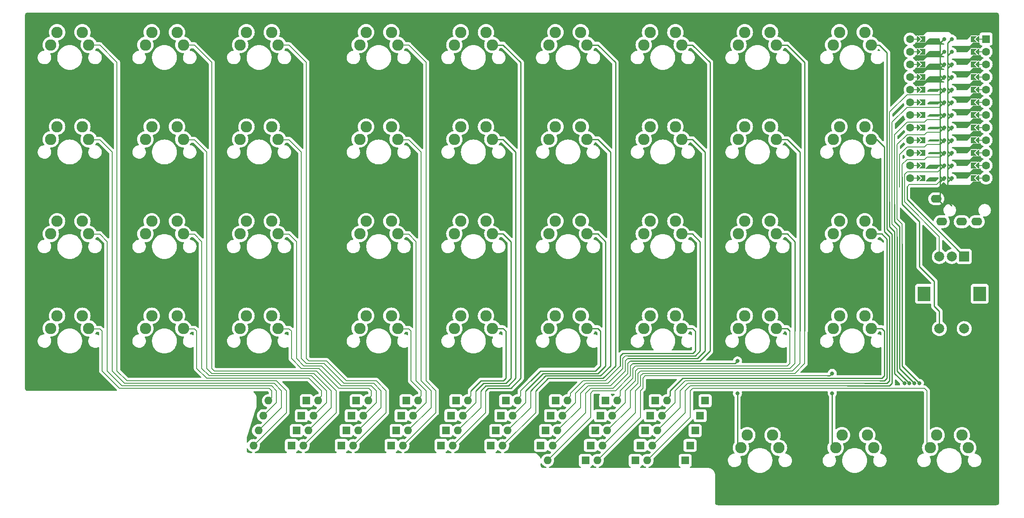
<source format=gbl>
%TF.GenerationSoftware,KiCad,Pcbnew,(6.0.8)*%
%TF.CreationDate,2023-04-06T15:31:32+10:00*%
%TF.ProjectId,drazie,6472617a-6965-42e6-9b69-6361645f7063,rev?*%
%TF.SameCoordinates,Original*%
%TF.FileFunction,Copper,L2,Bot*%
%TF.FilePolarity,Positive*%
%FSLAX46Y46*%
G04 Gerber Fmt 4.6, Leading zero omitted, Abs format (unit mm)*
G04 Created by KiCad (PCBNEW (6.0.8)) date 2023-04-06 15:31:32*
%MOMM*%
%LPD*%
G01*
G04 APERTURE LIST*
G04 Aperture macros list*
%AMFreePoly0*
4,1,5,0.125000,-0.500000,-0.125000,-0.500000,-0.125000,0.500000,0.125000,0.500000,0.125000,-0.500000,0.125000,-0.500000,$1*%
%AMFreePoly1*
4,1,6,0.600000,0.200000,0.000000,-0.400000,-0.600000,0.200000,-0.600000,0.400000,0.600000,0.400000,0.600000,0.200000,0.600000,0.200000,$1*%
%AMFreePoly2*
4,1,49,0.004773,0.123721,0.009154,0.124665,0.028961,0.117240,0.062500,0.108253,0.068237,0.102516,0.075053,0.099961,0.087617,0.083136,0.108253,0.062500,0.111178,0.051584,0.117161,0.043572,0.118539,0.024114,0.125000,0.000000,0.121239,-0.014035,0.122131,-0.026629,0.113759,-0.041951,0.108253,-0.062500,0.095644,-0.075109,0.088389,-0.088388,-0.641000,-0.817776,-0.641000,-4.770224,
0.088389,-5.499612,0.109852,-5.528356,0.124665,-5.597154,0.099961,-5.663053,0.043572,-5.705161,-0.026629,-5.710131,-0.088388,-5.676389,-0.854388,-4.910388,-0.867707,-4.892552,-0.871189,-4.889530,-0.871982,-4.886826,-0.875852,-4.881644,-0.882331,-4.851549,-0.891000,-4.822000,-0.891000,-0.766000,-0.887805,-0.743969,-0.888131,-0.739371,-0.886780,-0.736898,-0.885852,-0.730498,-0.869151,-0.704632,
-0.854388,-0.677612,-0.088388,0.088389,-0.064606,0.106147,-0.062500,0.108253,-0.061385,0.108552,-0.059644,0.109852,-0.043806,0.113262,0.000000,0.125000,0.004773,0.123721,0.004773,0.123721,$1*%
%AMFreePoly3*
4,1,6,0.600000,-0.250000,-0.600000,-0.250000,-0.600000,1.000000,0.000000,0.400000,0.600000,1.000000,0.600000,-0.250000,0.600000,-0.250000,$1*%
G04 Aperture macros list end*
%TA.AperFunction,ComponentPad*%
%ADD10O,1.600000X1.600000*%
%TD*%
%TA.AperFunction,ComponentPad*%
%ADD11R,1.600000X1.600000*%
%TD*%
%TA.AperFunction,ComponentPad*%
%ADD12C,2.000000*%
%TD*%
%TA.AperFunction,ComponentPad*%
%ADD13R,2.500000X3.000000*%
%TD*%
%TA.AperFunction,ComponentPad*%
%ADD14R,2.000000X2.000000*%
%TD*%
%TA.AperFunction,ComponentPad*%
%ADD15C,1.600000*%
%TD*%
%TA.AperFunction,SMDPad,CuDef*%
%ADD16FreePoly0,90.000000*%
%TD*%
%TA.AperFunction,SMDPad,CuDef*%
%ADD17FreePoly1,90.000000*%
%TD*%
%TA.AperFunction,SMDPad,CuDef*%
%ADD18FreePoly1,270.000000*%
%TD*%
%TA.AperFunction,SMDPad,CuDef*%
%ADD19FreePoly0,270.000000*%
%TD*%
%TA.AperFunction,SMDPad,CuDef*%
%ADD20FreePoly2,270.000000*%
%TD*%
%TA.AperFunction,ComponentPad*%
%ADD21C,0.800000*%
%TD*%
%TA.AperFunction,SMDPad,CuDef*%
%ADD22FreePoly3,90.000000*%
%TD*%
%TA.AperFunction,SMDPad,CuDef*%
%ADD23FreePoly3,270.000000*%
%TD*%
%TA.AperFunction,SMDPad,CuDef*%
%ADD24FreePoly2,90.000000*%
%TD*%
%TA.AperFunction,ComponentPad*%
%ADD25C,2.286000*%
%TD*%
%TA.AperFunction,ComponentPad*%
%ADD26O,2.200000X1.600000*%
%TD*%
%TA.AperFunction,ViaPad*%
%ADD27C,0.800000*%
%TD*%
%TA.AperFunction,Conductor*%
%ADD28C,0.200000*%
%TD*%
%TA.AperFunction,Conductor*%
%ADD29C,0.250000*%
%TD*%
G04 APERTURE END LIST*
D10*
%TO.P,R,2*%
%TO.N,N/C*%
X127880000Y-103000000D03*
D11*
%TO.P,R,1*%
X135500000Y-103000000D03*
%TD*%
D10*
%TO.P,R,2*%
%TO.N,N/C*%
X117880000Y-103000000D03*
D11*
%TO.P,R,1*%
X125500000Y-103000000D03*
%TD*%
D10*
%TO.P,R,2*%
%TO.N,N/C*%
X137880000Y-103000000D03*
D11*
%TO.P,R,1*%
X145500000Y-103000000D03*
%TD*%
D12*
%TO.P,rotary encoder,S2*%
%TO.N,N/C*%
X196500000Y-76500000D03*
%TO.P,rotary encoder,S1*%
X201500000Y-76500000D03*
D13*
%TO.P,rotary encoder,MP*%
X204600000Y-69500000D03*
X193400000Y-69500000D03*
D12*
%TO.P,rotary encoder,C*%
X199000000Y-62000000D03*
%TO.P,rotary encoder,B*%
X196500000Y-62000000D03*
D14*
%TO.P,rotary encoder,A*%
X201500000Y-62000000D03*
%TD*%
D10*
%TO.P,R,2*%
%TO.N,N/C*%
X139880000Y-97000000D03*
D11*
%TO.P,R,1*%
X147500000Y-97000000D03*
%TD*%
D10*
%TO.P,R,2*%
%TO.N,N/C*%
X141880000Y-91000000D03*
D11*
%TO.P,R,1*%
X149500000Y-91000000D03*
%TD*%
D10*
%TO.P,R,2*%
%TO.N,N/C*%
X140880000Y-94000000D03*
D11*
%TO.P,R,1*%
X148500000Y-94000000D03*
%TD*%
D10*
%TO.P,R,2*%
%TO.N,N/C*%
X138880000Y-100000000D03*
D11*
%TO.P,R,1*%
X146500000Y-100000000D03*
%TD*%
D10*
%TO.P,R,2*%
%TO.N,N/C*%
X129880000Y-97000000D03*
D11*
%TO.P,R,1*%
X137500000Y-97000000D03*
%TD*%
D10*
%TO.P,R,2*%
%TO.N,N/C*%
X131880000Y-91000000D03*
D11*
%TO.P,R,1*%
X139500000Y-91000000D03*
%TD*%
D10*
%TO.P,R,2*%
%TO.N,N/C*%
X130880000Y-94000000D03*
D11*
%TO.P,R,1*%
X138500000Y-94000000D03*
%TD*%
D10*
%TO.P,R,2*%
%TO.N,N/C*%
X128880000Y-100000000D03*
D11*
%TO.P,R,1*%
X136500000Y-100000000D03*
%TD*%
D10*
%TO.P,R,2*%
%TO.N,N/C*%
X119880000Y-97000000D03*
D11*
%TO.P,R,1*%
X127500000Y-97000000D03*
%TD*%
D10*
%TO.P,R,2*%
%TO.N,N/C*%
X121880000Y-91000000D03*
D11*
%TO.P,R,1*%
X129500000Y-91000000D03*
%TD*%
D10*
%TO.P,R,2*%
%TO.N,N/C*%
X120880000Y-94000000D03*
D11*
%TO.P,R,1*%
X128500000Y-94000000D03*
%TD*%
D10*
%TO.P,R,2*%
%TO.N,N/C*%
X118880000Y-100000000D03*
D11*
%TO.P,R,1*%
X126500000Y-100000000D03*
%TD*%
D10*
%TO.P,R,2*%
%TO.N,N/C*%
X109880000Y-97000000D03*
D11*
%TO.P,R,1*%
X117500000Y-97000000D03*
%TD*%
D10*
%TO.P,R,2*%
%TO.N,N/C*%
X111880000Y-91000000D03*
D11*
%TO.P,R,1*%
X119500000Y-91000000D03*
%TD*%
D10*
%TO.P,R,2*%
%TO.N,N/C*%
X110880000Y-94000000D03*
D11*
%TO.P,R,1*%
X118500000Y-94000000D03*
%TD*%
D10*
%TO.P,R,2*%
%TO.N,N/C*%
X108880000Y-100000000D03*
D11*
%TO.P,R,1*%
X116500000Y-100000000D03*
%TD*%
D10*
%TO.P,R,2*%
%TO.N,N/C*%
X99880000Y-97000000D03*
D11*
%TO.P,R,1*%
X107500000Y-97000000D03*
%TD*%
D10*
%TO.P,R,2*%
%TO.N,N/C*%
X101880000Y-91000000D03*
D11*
%TO.P,R,1*%
X109500000Y-91000000D03*
%TD*%
D10*
%TO.P,R,2*%
%TO.N,N/C*%
X100880000Y-94000000D03*
D11*
%TO.P,R,1*%
X108500000Y-94000000D03*
%TD*%
D10*
%TO.P,R,2*%
%TO.N,N/C*%
X98880000Y-100000000D03*
D11*
%TO.P,R,1*%
X106500000Y-100000000D03*
%TD*%
D10*
%TO.P,R,2*%
%TO.N,N/C*%
X89880000Y-96992834D03*
D11*
%TO.P,R,1*%
X97500000Y-96992834D03*
%TD*%
D10*
%TO.P,R,2*%
%TO.N,N/C*%
X91880000Y-90992834D03*
D11*
%TO.P,R,1*%
X99500000Y-90992834D03*
%TD*%
D10*
%TO.P,R,2*%
%TO.N,N/C*%
X90880000Y-93992834D03*
D11*
%TO.P,R,1*%
X98500000Y-93992834D03*
%TD*%
D10*
%TO.P,R,2*%
%TO.N,N/C*%
X88880000Y-99992834D03*
D11*
%TO.P,R,1*%
X96500000Y-99992834D03*
%TD*%
D10*
%TO.P,R,2*%
%TO.N,N/C*%
X58880000Y-100000000D03*
D11*
%TO.P,R,1*%
X66500000Y-100000000D03*
%TD*%
D10*
%TO.P,R,2*%
%TO.N,N/C*%
X59880000Y-97000000D03*
D11*
%TO.P,R,1*%
X67500000Y-97000000D03*
%TD*%
D10*
%TO.P,R,2*%
%TO.N,N/C*%
X60880000Y-94000000D03*
D11*
%TO.P,R,1*%
X68500000Y-94000000D03*
%TD*%
D10*
%TO.P,R,2*%
%TO.N,N/C*%
X61880000Y-91000000D03*
D11*
%TO.P,R,1*%
X69500000Y-91000000D03*
%TD*%
D10*
%TO.P,R,2*%
%TO.N,N/C*%
X68880000Y-100000000D03*
D11*
%TO.P,R,1*%
X76500000Y-100000000D03*
%TD*%
D10*
%TO.P,R,2*%
%TO.N,N/C*%
X69880000Y-97000000D03*
D11*
%TO.P,R,1*%
X77500000Y-97000000D03*
%TD*%
D10*
%TO.P,R,2*%
%TO.N,N/C*%
X70880000Y-94000000D03*
D11*
%TO.P,R,1*%
X78500000Y-94000000D03*
%TD*%
D10*
%TO.P,R,2*%
%TO.N,N/C*%
X71880000Y-91000000D03*
D11*
%TO.P,R,1*%
X79500000Y-91000000D03*
%TD*%
D10*
%TO.P,R,2*%
%TO.N,N/C*%
X78880000Y-100000000D03*
D11*
%TO.P,R,1*%
X86500000Y-100000000D03*
%TD*%
D10*
%TO.P,R,2*%
%TO.N,N/C*%
X79880000Y-97000000D03*
D11*
%TO.P,R,1*%
X87500000Y-97000000D03*
%TD*%
D10*
%TO.P,R,2*%
%TO.N,N/C*%
X80880000Y-94000000D03*
D11*
%TO.P,R,1*%
X88500000Y-94000000D03*
%TD*%
D10*
%TO.P,R,2*%
%TO.N,N/C*%
X81880000Y-91000000D03*
D11*
%TO.P,R,1*%
X89500000Y-91000000D03*
%TD*%
D15*
%TO.P,MCU1,*%
%TO.N,*%
X190642000Y-28449000D03*
X190642000Y-41149000D03*
X190642000Y-18289000D03*
X205882000Y-18289000D03*
D16*
X191912000Y-41149000D03*
X191912000Y-23369000D03*
D17*
X192420000Y-18289000D03*
X192420000Y-20829000D03*
D16*
X191912000Y-46229000D03*
X191912000Y-25909000D03*
D11*
X205882000Y-18289000D03*
D18*
X204104000Y-46229000D03*
D19*
X204612000Y-33529000D03*
D15*
X190642000Y-43689000D03*
D17*
X192420000Y-41149000D03*
D15*
X190642000Y-20829000D03*
D18*
X204104000Y-33529000D03*
D15*
X205882000Y-36069000D03*
D16*
X191912000Y-18289000D03*
D15*
X190642000Y-23369000D03*
D18*
X204104000Y-23369000D03*
X204104000Y-18289000D03*
X204104000Y-36069000D03*
D15*
X190642000Y-46229000D03*
D17*
X192420000Y-23369000D03*
D19*
X204612000Y-41149000D03*
D15*
X190642000Y-33529000D03*
D16*
X191912000Y-28449000D03*
D15*
X205882000Y-33529000D03*
D18*
X204104000Y-41149000D03*
D15*
X190642000Y-25909000D03*
D19*
X204612000Y-25909000D03*
X204612000Y-20829000D03*
D18*
X204104000Y-25909000D03*
D17*
X192420000Y-38609000D03*
X192420000Y-30989000D03*
D16*
X191912000Y-33529000D03*
D17*
X192420000Y-28449000D03*
D19*
X204612000Y-36069000D03*
D18*
X204104000Y-38609000D03*
D16*
X191912000Y-43689000D03*
D15*
X205882000Y-46229000D03*
D19*
X204612000Y-18289000D03*
D18*
X204104000Y-20829000D03*
X204104000Y-43689000D03*
D17*
X192420000Y-36069000D03*
D15*
X205882000Y-41149000D03*
X205882000Y-30989000D03*
D16*
X191912000Y-36069000D03*
D19*
X204612000Y-46229000D03*
D17*
X192420000Y-46229000D03*
D15*
X205882000Y-20829000D03*
D19*
X204612000Y-43689000D03*
D17*
X192420000Y-25909000D03*
D19*
X204612000Y-30989000D03*
D16*
X191912000Y-30989000D03*
D19*
X204612000Y-23369000D03*
D15*
X190642000Y-36069000D03*
X205882000Y-38609000D03*
D16*
X191912000Y-38609000D03*
D17*
X192420000Y-43689000D03*
D15*
X190642000Y-30989000D03*
X205882000Y-25909000D03*
D17*
X192420000Y-33529000D03*
D15*
X205882000Y-23369000D03*
D19*
X204612000Y-38609000D03*
D15*
X190642000Y-38609000D03*
X205882000Y-43689000D03*
X205882000Y-28449000D03*
D18*
X204104000Y-30989000D03*
D19*
X204612000Y-28449000D03*
D16*
X191912000Y-20829000D03*
D18*
X204104000Y-28449000D03*
D20*
%TO.P,MCU1,1*%
%TO.N,N/C*%
X199024000Y-18289000D03*
D21*
X199024000Y-18289000D03*
D22*
X193436000Y-18289000D03*
D21*
%TO.P,MCU1,2*%
X199024000Y-20829000D03*
D20*
X199024000Y-20829000D03*
D22*
X193436000Y-20829000D03*
%TO.P,MCU1,3*%
X193436000Y-23369000D03*
D21*
X199024000Y-23369000D03*
D20*
X199024000Y-23369000D03*
%TO.P,MCU1,4*%
X199024000Y-25909000D03*
D21*
X199024000Y-25909000D03*
D22*
X193436000Y-25909000D03*
%TO.P,MCU1,5*%
X193436000Y-28449000D03*
D20*
X199024000Y-28449000D03*
D21*
X199024000Y-28449000D03*
D20*
%TO.P,MCU1,6*%
X199024000Y-30989000D03*
D21*
X199024000Y-30989000D03*
D22*
X193436000Y-30989000D03*
%TO.P,MCU1,7*%
X193436000Y-33529000D03*
D21*
X199024000Y-33529000D03*
D20*
X199024000Y-33529000D03*
D22*
%TO.P,MCU1,8*%
X193436000Y-36069000D03*
D20*
X199024000Y-36069000D03*
D21*
X199024000Y-36069000D03*
%TO.P,MCU1,9*%
X199024000Y-38609000D03*
D20*
X199024000Y-38609000D03*
D22*
X193436000Y-38609000D03*
%TO.P,MCU1,10*%
X193436000Y-41149000D03*
D20*
X199024000Y-41149000D03*
D21*
X199024000Y-41149000D03*
D22*
%TO.P,MCU1,11*%
X193436000Y-43689000D03*
D20*
X199024000Y-43689000D03*
D21*
X199024000Y-43689000D03*
D20*
%TO.P,MCU1,12*%
X199024000Y-46229000D03*
D22*
X193436000Y-46229000D03*
D21*
X199024000Y-46229000D03*
D23*
%TO.P,MCU1,13*%
X203088000Y-46229000D03*
D21*
X197500000Y-46229000D03*
D24*
X197500000Y-46229000D03*
%TO.P,MCU1,14*%
X197500000Y-43689000D03*
D23*
X203088000Y-43689000D03*
D21*
X197500000Y-43689000D03*
D23*
%TO.P,MCU1,15*%
X203088000Y-41149000D03*
D24*
X197500000Y-41149000D03*
D21*
X197500000Y-41149000D03*
D23*
%TO.P,MCU1,16*%
X203088000Y-38609000D03*
D21*
X197500000Y-38609000D03*
D24*
X197500000Y-38609000D03*
%TO.P,MCU1,17*%
X197500000Y-36069000D03*
D21*
X197500000Y-36069000D03*
D23*
X203088000Y-36069000D03*
%TO.P,MCU1,18*%
X203088000Y-33529000D03*
D24*
X197500000Y-33529000D03*
D21*
X197500000Y-33529000D03*
%TO.P,MCU1,19*%
X197500000Y-30989000D03*
D23*
X203088000Y-30989000D03*
D24*
X197500000Y-30989000D03*
D23*
%TO.P,MCU1,20*%
X203088000Y-28449000D03*
D24*
X197500000Y-28449000D03*
D21*
X197500000Y-28449000D03*
D23*
%TO.P,MCU1,21*%
X203088000Y-25909000D03*
D24*
X197500000Y-25909000D03*
D21*
X197500000Y-25909000D03*
%TO.P,MCU1,22*%
X197500000Y-23369000D03*
D24*
X197500000Y-23369000D03*
D23*
X203088000Y-23369000D03*
D21*
%TO.P,MCU1,23*%
X197500000Y-20829000D03*
D23*
X203088000Y-20829000D03*
D24*
X197500000Y-20829000D03*
%TO.P,MCU1,24*%
X197500000Y-18289000D03*
D21*
X197500000Y-18289000D03*
D23*
X203088000Y-18289000D03*
%TD*%
D25*
%TO.P,S14,2*%
%TO.N,N/C*%
X144810000Y-76460000D03*
X137190000Y-76460000D03*
%TO.P,S14,1*%
X138460000Y-73920000D03*
X143540000Y-73920000D03*
%TD*%
%TO.P,S14,2*%
%TO.N,N/C*%
X106810000Y-76460000D03*
X99190000Y-76460000D03*
%TO.P,S14,1*%
X100460000Y-73920000D03*
X105540000Y-73920000D03*
%TD*%
%TO.P,S14,2*%
%TO.N,N/C*%
X163810000Y-76460000D03*
X156190000Y-76460000D03*
%TO.P,S14,1*%
X157460000Y-73920000D03*
X162540000Y-73920000D03*
%TD*%
%TO.P,S14,2*%
%TO.N,N/C*%
X87810000Y-76460000D03*
X80190000Y-76460000D03*
%TO.P,S14,1*%
X81460000Y-73920000D03*
X86540000Y-73920000D03*
%TD*%
%TO.P,S14,2*%
%TO.N,N/C*%
X182810000Y-76460000D03*
X175190000Y-76460000D03*
%TO.P,S14,1*%
X176460000Y-73920000D03*
X181540000Y-73920000D03*
%TD*%
%TO.P,S14,2*%
%TO.N,N/C*%
X125810000Y-76460000D03*
X118190000Y-76460000D03*
%TO.P,S14,1*%
X119460000Y-73920000D03*
X124540000Y-73920000D03*
%TD*%
%TO.P,S14,2*%
%TO.N,N/C*%
X163810000Y-57460000D03*
X156190000Y-57460000D03*
%TO.P,S14,1*%
X157460000Y-54920000D03*
X162540000Y-54920000D03*
%TD*%
%TO.P,S14,2*%
%TO.N,N/C*%
X87810000Y-57460000D03*
X80190000Y-57460000D03*
%TO.P,S14,1*%
X81460000Y-54920000D03*
X86540000Y-54920000D03*
%TD*%
%TO.P,S14,2*%
%TO.N,N/C*%
X182810000Y-57460000D03*
X175190000Y-57460000D03*
%TO.P,S14,1*%
X176460000Y-54920000D03*
X181540000Y-54920000D03*
%TD*%
%TO.P,S14,2*%
%TO.N,N/C*%
X144810000Y-57460000D03*
X137190000Y-57460000D03*
%TO.P,S14,1*%
X138460000Y-54920000D03*
X143540000Y-54920000D03*
%TD*%
%TO.P,S14,2*%
%TO.N,N/C*%
X125810000Y-57460000D03*
X118190000Y-57460000D03*
%TO.P,S14,1*%
X119460000Y-54920000D03*
X124540000Y-54920000D03*
%TD*%
%TO.P,S14,2*%
%TO.N,N/C*%
X106810000Y-57460000D03*
X99190000Y-57460000D03*
%TO.P,S14,1*%
X100460000Y-54920000D03*
X105540000Y-54920000D03*
%TD*%
%TO.P,S14,1*%
%TO.N,N/C*%
X24540000Y-73920000D03*
X19460000Y-73920000D03*
%TO.P,S14,2*%
X18190000Y-76460000D03*
X25810000Y-76460000D03*
%TD*%
%TO.P,S14,2*%
%TO.N,N/C*%
X183310000Y-100460000D03*
X175690000Y-100460000D03*
%TO.P,S14,1*%
X176960000Y-97920000D03*
X182040000Y-97920000D03*
%TD*%
%TO.P,S14,2*%
%TO.N,N/C*%
X164310000Y-100460000D03*
X156690000Y-100460000D03*
%TO.P,S14,1*%
X157960000Y-97920000D03*
X163040000Y-97920000D03*
%TD*%
%TO.P,S14,2*%
%TO.N,N/C*%
X202310000Y-100460000D03*
X194690000Y-100460000D03*
%TO.P,S14,1*%
X195960000Y-97920000D03*
X201040000Y-97920000D03*
%TD*%
%TO.P,S14,2*%
%TO.N,N/C*%
X182810000Y-19460000D03*
X175190000Y-19460000D03*
%TO.P,S14,1*%
X176460000Y-16920000D03*
X181540000Y-16920000D03*
%TD*%
%TO.P,S14,2*%
%TO.N,N/C*%
X182810000Y-38460000D03*
X175190000Y-38460000D03*
%TO.P,S14,1*%
X176460000Y-35920000D03*
X181540000Y-35920000D03*
%TD*%
%TO.P,S14,2*%
%TO.N,N/C*%
X163810000Y-19460000D03*
X156190000Y-19460000D03*
%TO.P,S14,1*%
X157460000Y-16920000D03*
X162540000Y-16920000D03*
%TD*%
%TO.P,S14,2*%
%TO.N,N/C*%
X163810000Y-38460000D03*
X156190000Y-38460000D03*
%TO.P,S14,1*%
X157460000Y-35920000D03*
X162540000Y-35920000D03*
%TD*%
%TO.P,S14,2*%
%TO.N,N/C*%
X144810000Y-19460000D03*
X137190000Y-19460000D03*
%TO.P,S14,1*%
X138460000Y-16920000D03*
X143540000Y-16920000D03*
%TD*%
%TO.P,S14,2*%
%TO.N,N/C*%
X144810000Y-38460000D03*
X137190000Y-38460000D03*
%TO.P,S14,1*%
X138460000Y-35920000D03*
X143540000Y-35920000D03*
%TD*%
%TO.P,S14,2*%
%TO.N,N/C*%
X125810000Y-19460000D03*
X118190000Y-19460000D03*
%TO.P,S14,1*%
X119460000Y-16920000D03*
X124540000Y-16920000D03*
%TD*%
%TO.P,S14,2*%
%TO.N,N/C*%
X125810000Y-38460000D03*
X118190000Y-38460000D03*
%TO.P,S14,1*%
X119460000Y-35920000D03*
X124540000Y-35920000D03*
%TD*%
%TO.P,S14,2*%
%TO.N,N/C*%
X106810000Y-19460000D03*
X99190000Y-19460000D03*
%TO.P,S14,1*%
X100460000Y-16920000D03*
X105540000Y-16920000D03*
%TD*%
%TO.P,S14,2*%
%TO.N,N/C*%
X106810000Y-38460000D03*
X99190000Y-38460000D03*
%TO.P,S14,1*%
X100460000Y-35920000D03*
X105540000Y-35920000D03*
%TD*%
%TO.P,S14,2*%
%TO.N,N/C*%
X87810000Y-19460000D03*
X80190000Y-19460000D03*
%TO.P,S14,1*%
X81460000Y-16920000D03*
X86540000Y-16920000D03*
%TD*%
%TO.P,S14,2*%
%TO.N,N/C*%
X87810000Y-38460000D03*
X80190000Y-38460000D03*
%TO.P,S14,1*%
X81460000Y-35920000D03*
X86540000Y-35920000D03*
%TD*%
%TO.P,S14,2*%
%TO.N,N/C*%
X63810000Y-19460000D03*
X56190000Y-19460000D03*
%TO.P,S14,1*%
X57460000Y-16920000D03*
X62540000Y-16920000D03*
%TD*%
%TO.P,S14,2*%
%TO.N,N/C*%
X63810000Y-38460000D03*
X56190000Y-38460000D03*
%TO.P,S14,1*%
X57460000Y-35920000D03*
X62540000Y-35920000D03*
%TD*%
%TO.P,S14,1*%
%TO.N,N/C*%
X62540000Y-73920000D03*
X57460000Y-73920000D03*
%TO.P,S14,2*%
X56190000Y-76460000D03*
X63810000Y-76460000D03*
%TD*%
%TO.P,S14,1*%
%TO.N,N/C*%
X62540000Y-54920000D03*
X57460000Y-54920000D03*
%TO.P,S14,2*%
X56190000Y-57460000D03*
X63810000Y-57460000D03*
%TD*%
%TO.P,S14,2*%
%TO.N,N/C*%
X44810000Y-19460000D03*
X37190000Y-19460000D03*
%TO.P,S14,1*%
X38460000Y-16920000D03*
X43540000Y-16920000D03*
%TD*%
%TO.P,S14,2*%
%TO.N,N/C*%
X44810000Y-38460000D03*
X37190000Y-38460000D03*
%TO.P,S14,1*%
X38460000Y-35920000D03*
X43540000Y-35920000D03*
%TD*%
%TO.P,S14,1*%
%TO.N,N/C*%
X43540000Y-73920000D03*
X38460000Y-73920000D03*
%TO.P,S14,2*%
X37190000Y-76460000D03*
X44810000Y-76460000D03*
%TD*%
%TO.P,S14,1*%
%TO.N,N/C*%
X43540000Y-54920000D03*
X38460000Y-54920000D03*
%TO.P,S14,2*%
X37190000Y-57460000D03*
X44810000Y-57460000D03*
%TD*%
%TO.P,S14,2*%
%TO.N,N/C*%
X25810000Y-19460000D03*
X18190000Y-19460000D03*
%TO.P,S14,1*%
X19460000Y-16920000D03*
X24540000Y-16920000D03*
%TD*%
%TO.P,S14,2*%
%TO.N,N/C*%
X25810000Y-38460000D03*
X18190000Y-38460000D03*
%TO.P,S14,1*%
X19460000Y-35920000D03*
X24540000Y-35920000D03*
%TD*%
%TO.P,S14,1*%
%TO.N,N/C*%
X24540000Y-54920000D03*
X19460000Y-54920000D03*
%TO.P,S14,2*%
X18190000Y-57460000D03*
X25810000Y-57460000D03*
%TD*%
D26*
%TO.P,trrs jack,1*%
%TO.N,N/C*%
X195900000Y-50400000D03*
%TO.P,trrs jack,2*%
X197000000Y-55000000D03*
%TO.P,trrs jack,3*%
X201000000Y-55000000D03*
%TO.P,trrs jack,4*%
X204000000Y-55000000D03*
%TD*%
D27*
%TO.N,*%
X192500000Y-87500000D03*
X191500000Y-87500000D03*
X190500000Y-87500000D03*
X189500000Y-87500000D03*
X175000000Y-89500000D03*
X156000000Y-89500000D03*
X175000000Y-85500000D03*
X156000000Y-83000000D03*
%TD*%
D28*
%TO.N,*%
X186500000Y-33000000D02*
X186500000Y-51000000D01*
D29*
X150500000Y-23000000D02*
X150500000Y-81000000D01*
X148500000Y-83000000D02*
X134500000Y-83000000D01*
X146960000Y-19460000D02*
X150500000Y-23000000D01*
X150500000Y-81000000D02*
X148500000Y-83000000D01*
X144810000Y-19460000D02*
X146960000Y-19460000D01*
X148000000Y-82500000D02*
X134000000Y-82500000D01*
X149500000Y-81000000D02*
X148000000Y-82500000D01*
X146960000Y-38460000D02*
X149500000Y-41000000D01*
X149500000Y-41000000D02*
X149500000Y-81000000D01*
X144810000Y-38460000D02*
X146960000Y-38460000D01*
D28*
X187500000Y-37500000D02*
X187500000Y-51500000D01*
X190000000Y-35000000D02*
X187500000Y-37500000D01*
X193500000Y-35000000D02*
X190000000Y-35000000D01*
X194000000Y-34500000D02*
X193500000Y-35000000D01*
X197500000Y-33529000D02*
X196529000Y-34500000D01*
D29*
X187500000Y-55000000D02*
X187500000Y-51500000D01*
D28*
X196529000Y-34500000D02*
X194000000Y-34500000D01*
X190025500Y-29474500D02*
X186500000Y-33000000D01*
X196474500Y-29474500D02*
X190025500Y-29474500D01*
D29*
X186500000Y-56000000D02*
X186500000Y-51000000D01*
X189000000Y-50500000D02*
X189000000Y-46000000D01*
X189000000Y-51500000D02*
X189000000Y-50500000D01*
D28*
X189000000Y-45000000D02*
X189000000Y-46000000D01*
X189000000Y-43500000D02*
X189000000Y-45000000D01*
X189000000Y-45000000D02*
X189000000Y-50500000D01*
D29*
X195500000Y-67000000D02*
X192500000Y-64000000D01*
X195500000Y-72000000D02*
X195500000Y-67000000D01*
X196500000Y-73000000D02*
X195500000Y-72000000D01*
X192500000Y-64000000D02*
X192500000Y-55000000D01*
X196500000Y-76500000D02*
X196500000Y-73000000D01*
X192500000Y-55000000D02*
X189000000Y-51500000D01*
D28*
X189000000Y-46000000D02*
X189000000Y-48000000D01*
X189500000Y-51000000D02*
X196500000Y-58000000D01*
X189500000Y-45500000D02*
X189500000Y-51000000D01*
X190000000Y-45000000D02*
X189500000Y-45500000D01*
X197500000Y-43689000D02*
X196189000Y-45000000D01*
X196189000Y-45000000D02*
X190000000Y-45000000D01*
X196500000Y-58000000D02*
X196500000Y-62000000D01*
D29*
X190000000Y-50500000D02*
X190000000Y-48000000D01*
X201500000Y-62000000D02*
X190000000Y-50500000D01*
D28*
X189000000Y-55500000D02*
X189000000Y-59500000D01*
X188000000Y-54500000D02*
X189000000Y-55500000D01*
X190000000Y-37500000D02*
X188000000Y-39500000D01*
X196569000Y-37000000D02*
X194000000Y-37000000D01*
X188000000Y-39500000D02*
X188000000Y-54500000D01*
X197500000Y-36069000D02*
X196569000Y-37000000D01*
X193500000Y-37500000D02*
X190000000Y-37500000D01*
D29*
X189000000Y-84000000D02*
X189000000Y-59500000D01*
D28*
X194000000Y-37000000D02*
X193500000Y-37500000D01*
D29*
X188500000Y-84500000D02*
X188500000Y-56000000D01*
X191500000Y-87500000D02*
X188500000Y-84500000D01*
X188500000Y-56000000D02*
X187500000Y-55000000D01*
D28*
X188000000Y-56500000D02*
X188000000Y-58000000D01*
D29*
X188000000Y-85000000D02*
X188000000Y-58000000D01*
D28*
X187000000Y-35000000D02*
X187000000Y-55500000D01*
X196500000Y-32000000D02*
X190000000Y-32000000D01*
X187000000Y-55500000D02*
X188000000Y-56500000D01*
X197500000Y-31000000D02*
X196500000Y-32000000D01*
X197500000Y-30989000D02*
X197500000Y-31000000D01*
X190000000Y-32000000D02*
X187000000Y-35000000D01*
D29*
X187500000Y-57000000D02*
X186500000Y-56000000D01*
X187500000Y-85500000D02*
X187500000Y-57000000D01*
X189500000Y-87500000D02*
X187500000Y-85500000D01*
X192500000Y-87500000D02*
X189000000Y-84000000D01*
X190500000Y-87500000D02*
X188000000Y-85000000D01*
D28*
X196000000Y-47500000D02*
X190500000Y-47500000D01*
X190500000Y-47500000D02*
X190000000Y-48000000D01*
X190000000Y-40000000D02*
X188500000Y-41500000D01*
X188500000Y-41500000D02*
X188500000Y-48000000D01*
X196500000Y-39500000D02*
X194000000Y-39500000D01*
X194000000Y-39500000D02*
X193500000Y-40000000D01*
X197391000Y-38609000D02*
X196500000Y-39500000D01*
X193500000Y-40000000D02*
X190000000Y-40000000D01*
X197500000Y-38609000D02*
X197391000Y-38609000D01*
X190000000Y-42500000D02*
X189000000Y-43500000D01*
X194000000Y-42000000D02*
X193500000Y-42500000D01*
X196649000Y-42000000D02*
X194000000Y-42000000D01*
X197500000Y-41149000D02*
X196649000Y-42000000D01*
X193500000Y-42500000D02*
X190000000Y-42500000D01*
D29*
X186000000Y-21000000D02*
X184460000Y-19460000D01*
X184460000Y-19460000D02*
X182810000Y-19460000D01*
X187000000Y-87500000D02*
X187000000Y-57500000D01*
X186000000Y-56500000D02*
X186000000Y-21000000D01*
X186500000Y-88000000D02*
X187000000Y-87500000D01*
X178000000Y-88000000D02*
X186500000Y-88000000D01*
X187000000Y-57500000D02*
X186000000Y-56500000D01*
X183960000Y-38460000D02*
X182810000Y-38460000D01*
X185500000Y-40000000D02*
X183960000Y-38460000D01*
X186500000Y-58000000D02*
X185500000Y-57000000D01*
X186500000Y-87000000D02*
X186500000Y-58000000D01*
X186000000Y-87500000D02*
X186500000Y-87000000D01*
X181500000Y-87500000D02*
X186000000Y-87500000D01*
X185500000Y-57000000D02*
X185500000Y-40000000D01*
D28*
X146500000Y-88000000D02*
X178000000Y-88000000D01*
X146000000Y-87500000D02*
X181500000Y-87500000D01*
D29*
X185500000Y-87000000D02*
X184500000Y-87000000D01*
D28*
X145500000Y-87000000D02*
X184500000Y-87000000D01*
D29*
X186000000Y-58500000D02*
X186000000Y-86500000D01*
X186000000Y-86500000D02*
X185500000Y-87000000D01*
X184960000Y-57460000D02*
X186000000Y-58500000D01*
X182810000Y-57460000D02*
X184960000Y-57460000D01*
D28*
X196474500Y-29474500D02*
X196449000Y-29500000D01*
X197500000Y-28449000D02*
X196474500Y-29474500D01*
X197271000Y-46229000D02*
X196000000Y-47500000D01*
X197500000Y-46229000D02*
X197271000Y-46229000D01*
D29*
X200300000Y-55000000D02*
X200300000Y-54700000D01*
X156000000Y-99770000D02*
X156690000Y-100460000D01*
X156000000Y-89500000D02*
X156000000Y-99770000D01*
X175000000Y-99770000D02*
X175690000Y-100460000D01*
X175000000Y-89500000D02*
X175000000Y-99770000D01*
X155500000Y-83500000D02*
X135000000Y-83500000D01*
X156000000Y-83000000D02*
X155500000Y-83500000D01*
X174500000Y-86000000D02*
X174000000Y-86000000D01*
X175000000Y-85500000D02*
X174500000Y-86000000D01*
D28*
X137500000Y-86000000D02*
X174000000Y-86000000D01*
X194000000Y-99770000D02*
X194690000Y-100460000D01*
X193500000Y-88500000D02*
X194000000Y-89000000D01*
X147000000Y-88500000D02*
X193500000Y-88500000D01*
X146500000Y-94380000D02*
X146500000Y-89000000D01*
X146500000Y-89000000D02*
X147000000Y-88500000D01*
X137880000Y-103000000D02*
X146500000Y-94380000D01*
X194000000Y-89000000D02*
X194000000Y-99770000D01*
X137000000Y-86500000D02*
X137500000Y-86000000D01*
X137000000Y-88500000D02*
X137000000Y-86500000D01*
X136500000Y-89000000D02*
X137000000Y-88500000D01*
X127880000Y-103000000D02*
X136500000Y-94380000D01*
X136500000Y-94380000D02*
X136500000Y-89000000D01*
X134500000Y-86000000D02*
X134500000Y-84000000D01*
X134500000Y-84000000D02*
X135000000Y-83500000D01*
X131500000Y-89000000D02*
X134500000Y-86000000D01*
X126500000Y-89500000D02*
X127000000Y-89000000D01*
X126500000Y-94380000D02*
X126500000Y-89500000D01*
X127000000Y-89000000D02*
X131500000Y-89000000D01*
X117880000Y-103000000D02*
X126500000Y-94380000D01*
X145500000Y-89000000D02*
X146500000Y-88000000D01*
X145500000Y-93380000D02*
X145500000Y-89000000D01*
X138880000Y-100000000D02*
X145500000Y-93380000D01*
X139880000Y-97000000D02*
X144500000Y-92380000D01*
X144500000Y-92380000D02*
X144500000Y-89000000D01*
X144500000Y-89000000D02*
X146000000Y-87500000D01*
X143500000Y-91380000D02*
X143500000Y-89000000D01*
X143500000Y-89000000D02*
X145500000Y-87000000D01*
X140880000Y-94000000D02*
X143500000Y-91380000D01*
D29*
X185500000Y-77000000D02*
X184960000Y-76460000D01*
X184960000Y-76460000D02*
X182810000Y-76460000D01*
X185500000Y-86000000D02*
X185500000Y-77000000D01*
X185000000Y-86500000D02*
X185500000Y-86000000D01*
X145000000Y-86500000D02*
X185000000Y-86500000D01*
X142500000Y-89000000D02*
X145000000Y-86500000D01*
X142500000Y-90000000D02*
X142500000Y-89000000D01*
D28*
X169500000Y-83500000D02*
X169500000Y-76500000D01*
X167500000Y-85500000D02*
X169500000Y-83500000D01*
X136500000Y-86000000D02*
X137000000Y-85500000D01*
X135500000Y-93380000D02*
X135500000Y-89000000D01*
X136500000Y-88000000D02*
X136500000Y-86000000D01*
D29*
X169500000Y-76500000D02*
X169500000Y-77000000D01*
D28*
X135500000Y-89000000D02*
X136500000Y-88000000D01*
X128880000Y-100000000D02*
X135500000Y-93380000D01*
X137000000Y-85500000D02*
X167500000Y-85500000D01*
D29*
X169500000Y-23000000D02*
X169500000Y-76500000D01*
D28*
X168500000Y-83500000D02*
X168500000Y-76500000D01*
X167000000Y-85000000D02*
X168500000Y-83500000D01*
X136000000Y-85500000D02*
X136500000Y-85000000D01*
X136000000Y-87500000D02*
X136000000Y-85500000D01*
X134500000Y-89000000D02*
X136000000Y-87500000D01*
X136500000Y-85000000D02*
X167000000Y-85000000D01*
X129880000Y-97000000D02*
X134500000Y-92380000D01*
X134500000Y-92380000D02*
X134500000Y-89000000D01*
D29*
X168500000Y-41000000D02*
X168500000Y-76500000D01*
X168500000Y-76500000D02*
X168500000Y-77000000D01*
D28*
X167500000Y-83500000D02*
X167500000Y-76500000D01*
X166500000Y-84500000D02*
X167500000Y-83500000D01*
X133500000Y-91380000D02*
X133500000Y-89000000D01*
X130880000Y-94000000D02*
X133500000Y-91380000D01*
X133500000Y-89000000D02*
X135500000Y-87000000D01*
X135500000Y-85000000D02*
X136000000Y-84500000D01*
X136000000Y-84500000D02*
X166500000Y-84500000D01*
D29*
X167500000Y-76500000D02*
X167500000Y-77000000D01*
X167500000Y-59000000D02*
X167500000Y-76500000D01*
D28*
X135500000Y-87000000D02*
X135500000Y-85000000D01*
X166500000Y-83500000D02*
X166500000Y-77000000D01*
X135500000Y-84000000D02*
X166000000Y-84000000D01*
X132500000Y-89000000D02*
X135000000Y-86500000D01*
X135000000Y-86500000D02*
X135000000Y-84500000D01*
X135000000Y-84500000D02*
X135500000Y-84000000D01*
X166000000Y-84000000D02*
X166500000Y-83500000D01*
X132500000Y-90000000D02*
X132500000Y-89000000D01*
X131880000Y-91000000D02*
X131880000Y-90620000D01*
X131880000Y-90620000D02*
X132500000Y-90000000D01*
D29*
X165960000Y-76460000D02*
X166500000Y-77000000D01*
X163810000Y-76460000D02*
X165960000Y-76460000D01*
X165960000Y-57460000D02*
X167500000Y-59000000D01*
X163810000Y-57460000D02*
X165960000Y-57460000D01*
X165960000Y-38460000D02*
X168500000Y-41000000D01*
X163810000Y-38460000D02*
X165960000Y-38460000D01*
X165960000Y-19460000D02*
X169500000Y-23000000D01*
X163810000Y-19460000D02*
X165960000Y-19460000D01*
D28*
X141880000Y-90620000D02*
X142500000Y-90000000D01*
X141880000Y-91000000D02*
X141880000Y-90620000D01*
X134000000Y-83500000D02*
X134500000Y-83000000D01*
X134000000Y-85500000D02*
X134000000Y-83500000D01*
X131000000Y-88500000D02*
X134000000Y-85500000D01*
X133500000Y-83000000D02*
X134000000Y-82500000D01*
X133500000Y-85000000D02*
X133500000Y-83000000D01*
X130500000Y-88000000D02*
X133500000Y-85000000D01*
X133500000Y-82000000D02*
X134000000Y-82000000D01*
X133000000Y-82500000D02*
X133500000Y-82000000D01*
X133000000Y-84500000D02*
X133000000Y-82500000D01*
X130000000Y-87500000D02*
X133000000Y-84500000D01*
D29*
X147500000Y-82000000D02*
X134000000Y-82000000D01*
X148500000Y-81000000D02*
X147500000Y-82000000D01*
X132500000Y-82000000D02*
X132500000Y-84000000D01*
X147000000Y-81500000D02*
X133000000Y-81500000D01*
X133000000Y-81500000D02*
X132500000Y-82000000D01*
X147500000Y-81000000D02*
X147000000Y-81500000D01*
X148500000Y-81000000D02*
X148500000Y-67000000D01*
X146960000Y-76460000D02*
X147500000Y-77000000D01*
X147500000Y-77000000D02*
X147500000Y-81000000D01*
X144810000Y-76460000D02*
X146960000Y-76460000D01*
X148500000Y-59000000D02*
X148500000Y-68000000D01*
X146960000Y-57460000D02*
X148500000Y-59000000D01*
X144810000Y-57460000D02*
X146960000Y-57460000D01*
D28*
X122500000Y-89500000D02*
X125000000Y-87000000D01*
X122500000Y-90000000D02*
X122500000Y-89500000D01*
X121880000Y-90620000D02*
X122500000Y-90000000D01*
X121880000Y-91000000D02*
X121880000Y-90620000D01*
X125000000Y-87000000D02*
X129500000Y-87000000D01*
X129500000Y-87000000D02*
X132500000Y-84000000D01*
X125500000Y-87500000D02*
X130000000Y-87500000D01*
X123500000Y-91380000D02*
X123500000Y-89500000D01*
X123500000Y-89500000D02*
X125500000Y-87500000D01*
X120880000Y-94000000D02*
X123500000Y-91380000D01*
X126000000Y-88000000D02*
X130500000Y-88000000D01*
X124500000Y-92380000D02*
X124500000Y-89500000D01*
X124500000Y-89500000D02*
X126000000Y-88000000D01*
X125500000Y-89500000D02*
X126500000Y-88500000D01*
X126500000Y-88500000D02*
X131000000Y-88500000D01*
X125500000Y-93380000D02*
X125500000Y-89500000D01*
D29*
X118000000Y-86500000D02*
X115500000Y-89000000D01*
X131500000Y-84000000D02*
X129000000Y-86500000D01*
X131500000Y-23000000D02*
X131500000Y-84000000D01*
X127960000Y-19460000D02*
X131500000Y-23000000D01*
X125810000Y-19460000D02*
X127960000Y-19460000D01*
X129000000Y-86500000D02*
X118000000Y-86500000D01*
X117500000Y-86000000D02*
X114500000Y-89000000D01*
X130500000Y-84000000D02*
X128500000Y-86000000D01*
X130500000Y-41000000D02*
X130500000Y-84000000D01*
X127960000Y-38460000D02*
X130500000Y-41000000D01*
X125810000Y-38460000D02*
X127960000Y-38460000D01*
X128500000Y-86000000D02*
X117500000Y-86000000D01*
X128000000Y-85500000D02*
X117000000Y-85500000D01*
X129500000Y-59000000D02*
X129500000Y-84000000D01*
X127960000Y-57460000D02*
X129500000Y-59000000D01*
X117000000Y-85500000D02*
X113500000Y-89000000D01*
X125810000Y-57460000D02*
X127960000Y-57460000D01*
X129500000Y-84000000D02*
X128000000Y-85500000D01*
X116500000Y-85000000D02*
X114500000Y-87000000D01*
X128500000Y-84000000D02*
X127500000Y-85000000D01*
X127960000Y-76460000D02*
X128500000Y-77000000D01*
X125810000Y-76460000D02*
X127960000Y-76460000D01*
D28*
X112500000Y-89000000D02*
X114500000Y-87000000D01*
X114500000Y-87000000D02*
X116000000Y-85500000D01*
D29*
X128500000Y-77000000D02*
X128500000Y-84000000D01*
X127500000Y-85000000D02*
X116500000Y-85000000D01*
X109500000Y-86500000D02*
X109000000Y-87000000D01*
X109500000Y-85500000D02*
X109500000Y-86500000D01*
X109000000Y-87000000D02*
X108000000Y-87000000D01*
X109500000Y-87500000D02*
X108000000Y-87500000D01*
X110500000Y-86500000D02*
X109500000Y-87500000D01*
X110500000Y-85500000D02*
X110500000Y-86500000D01*
X105500000Y-88000000D02*
X104500000Y-89000000D01*
X110000000Y-88000000D02*
X105500000Y-88000000D01*
X111500000Y-86500000D02*
X110000000Y-88000000D01*
X108960000Y-38460000D02*
X111500000Y-41000000D01*
X106810000Y-38460000D02*
X108960000Y-38460000D01*
X111500000Y-41000000D02*
X111500000Y-86500000D01*
X104500000Y-87000000D02*
X102500000Y-89000000D01*
X107500000Y-87000000D02*
X104500000Y-87000000D01*
X109500000Y-77000000D02*
X109500000Y-85500000D01*
X108960000Y-76460000D02*
X109500000Y-77000000D01*
X106810000Y-76460000D02*
X108960000Y-76460000D01*
X108000000Y-87000000D02*
X106500000Y-87000000D01*
X110500000Y-88500000D02*
X106000000Y-88500000D01*
X112500000Y-86500000D02*
X110500000Y-88500000D01*
X112500000Y-23000000D02*
X112500000Y-86500000D01*
X108960000Y-19460000D02*
X112500000Y-23000000D01*
X106000000Y-88500000D02*
X105500000Y-89000000D01*
X106810000Y-19460000D02*
X108960000Y-19460000D01*
X108500000Y-87500000D02*
X105000000Y-87500000D01*
X108960000Y-57460000D02*
X110500000Y-59000000D01*
X105000000Y-87500000D02*
X103500000Y-89000000D01*
X106810000Y-57460000D02*
X108960000Y-57460000D01*
X110500000Y-59000000D02*
X110500000Y-85500000D01*
D28*
X93500000Y-23000000D02*
X93500000Y-87000000D01*
X90040000Y-19540000D02*
X93500000Y-23000000D01*
X93500000Y-87000000D02*
X95500000Y-89000000D01*
X87850000Y-19540000D02*
X90040000Y-19540000D01*
X92500000Y-87000000D02*
X94500000Y-89000000D01*
X92500000Y-41000000D02*
X92500000Y-87000000D01*
X87850000Y-38540000D02*
X90040000Y-38540000D01*
X90040000Y-38540000D02*
X92500000Y-41000000D01*
X91500000Y-87000000D02*
X93500000Y-89000000D01*
X90040000Y-57540000D02*
X91500000Y-59000000D01*
X91500000Y-59000000D02*
X91500000Y-87000000D01*
X88020126Y-57540000D02*
X90040000Y-57540000D01*
X90500000Y-87000000D02*
X92500000Y-89000000D01*
X90500000Y-77000000D02*
X90500000Y-87000000D01*
X90040000Y-76540000D02*
X90500000Y-77000000D01*
X88020126Y-76540000D02*
X90040000Y-76540000D01*
X77500000Y-87000000D02*
X83500000Y-87000000D01*
X83500000Y-87000000D02*
X85500000Y-89000000D01*
X73500000Y-83000000D02*
X77500000Y-87000000D01*
X70000000Y-83000000D02*
X73500000Y-83000000D01*
X83000000Y-87500000D02*
X84500000Y-89000000D01*
X77000000Y-87500000D02*
X83000000Y-87500000D01*
X73000000Y-83500000D02*
X77000000Y-87500000D01*
X69500000Y-83500000D02*
X73000000Y-83500000D01*
X82500000Y-88000000D02*
X83500000Y-89000000D01*
X76500000Y-88000000D02*
X82500000Y-88000000D01*
X72500000Y-84000000D02*
X76500000Y-88000000D01*
X69000000Y-84000000D02*
X72500000Y-84000000D01*
X81880000Y-90620000D02*
X81880000Y-91000000D01*
X82500000Y-90000000D02*
X81880000Y-90620000D01*
X72000000Y-84500000D02*
X76000000Y-88500000D01*
X68500000Y-84500000D02*
X72000000Y-84500000D01*
X76000000Y-88500000D02*
X82000000Y-88500000D01*
X66500000Y-82500000D02*
X68500000Y-84500000D01*
X82500000Y-89000000D02*
X82500000Y-90000000D01*
X66500000Y-77000000D02*
X66500000Y-82500000D01*
X66040000Y-76540000D02*
X66500000Y-77000000D01*
X64020126Y-76540000D02*
X66040000Y-76540000D01*
X82000000Y-88500000D02*
X82500000Y-89000000D01*
X69500000Y-82500000D02*
X70000000Y-83000000D01*
X69500000Y-23000000D02*
X69500000Y-82500000D01*
X66040000Y-19540000D02*
X69500000Y-23000000D01*
X63850000Y-19540000D02*
X66040000Y-19540000D01*
X68500000Y-82500000D02*
X69500000Y-83500000D01*
X68500000Y-41000000D02*
X68500000Y-82500000D01*
X66040000Y-38540000D02*
X68500000Y-41000000D01*
X63850000Y-38540000D02*
X66040000Y-38540000D01*
X67500000Y-59000000D02*
X67500000Y-82500000D01*
X67500000Y-82500000D02*
X69000000Y-84000000D01*
X66040000Y-57540000D02*
X67500000Y-59000000D01*
X64020126Y-57540000D02*
X66040000Y-57540000D01*
X71500000Y-85000000D02*
X75500000Y-89000000D01*
X51000000Y-85000000D02*
X71500000Y-85000000D01*
X71000000Y-85500000D02*
X74500000Y-89000000D01*
X50500000Y-85500000D02*
X71000000Y-85500000D01*
X70500000Y-86000000D02*
X73500000Y-89000000D01*
X50000000Y-86000000D02*
X70500000Y-86000000D01*
X70000000Y-86500000D02*
X72500000Y-89000000D01*
X49500000Y-86500000D02*
X70000000Y-86500000D01*
X47500000Y-84500000D02*
X49500000Y-86500000D01*
X47500000Y-77000000D02*
X47500000Y-84500000D01*
X48500000Y-84500000D02*
X50000000Y-86000000D01*
X48500000Y-59000000D02*
X48500000Y-84500000D01*
X49500000Y-84500000D02*
X50500000Y-85500000D01*
X49500000Y-41000000D02*
X49500000Y-84500000D01*
X50500000Y-84500000D02*
X51000000Y-85000000D01*
X50500000Y-23000000D02*
X50500000Y-84500000D01*
X28040000Y-19540000D02*
X25850000Y-19540000D01*
X31500000Y-85000000D02*
X31500000Y-23000000D01*
X31500000Y-23000000D02*
X28040000Y-19540000D01*
X33500000Y-87000000D02*
X31500000Y-85000000D01*
X63500000Y-87000000D02*
X33500000Y-87000000D01*
X65500000Y-89000000D02*
X63500000Y-87000000D01*
X65500000Y-93380000D02*
X65500000Y-89000000D01*
X58880000Y-100000000D02*
X65500000Y-93380000D01*
X30500000Y-41000000D02*
X28040000Y-38540000D01*
X33000000Y-87500000D02*
X30500000Y-85000000D01*
X30500000Y-85000000D02*
X30500000Y-41000000D01*
X28040000Y-38540000D02*
X25850000Y-38540000D01*
X63000000Y-87500000D02*
X33000000Y-87500000D01*
X64500000Y-89000000D02*
X63000000Y-87500000D01*
X64500000Y-92380000D02*
X64500000Y-89000000D01*
X59880000Y-97000000D02*
X64500000Y-92380000D01*
X29500000Y-85000000D02*
X29500000Y-59000000D01*
X32500000Y-88000000D02*
X29500000Y-85000000D01*
X63500000Y-89000000D02*
X62500000Y-88000000D01*
X62500000Y-88000000D02*
X32500000Y-88000000D01*
X28040000Y-57540000D02*
X26020126Y-57540000D01*
X63500000Y-91380000D02*
X63500000Y-89000000D01*
X60880000Y-94000000D02*
X63500000Y-91380000D01*
X29500000Y-59000000D02*
X28040000Y-57540000D01*
X28500000Y-85000000D02*
X28500000Y-77000000D01*
X28500000Y-77000000D02*
X28040000Y-76540000D01*
X62000000Y-88500000D02*
X32000000Y-88500000D01*
X62500000Y-89000000D02*
X62000000Y-88500000D01*
X32000000Y-88500000D02*
X28500000Y-85000000D01*
X61880000Y-91000000D02*
X62500000Y-90380000D01*
X62500000Y-90380000D02*
X62500000Y-89000000D01*
X28040000Y-76540000D02*
X26020126Y-76540000D01*
X47040000Y-57540000D02*
X48500000Y-59000000D01*
X45020126Y-57540000D02*
X47040000Y-57540000D01*
X118880000Y-100000000D02*
X125500000Y-93380000D01*
X119880000Y-97000000D02*
X124500000Y-92380000D01*
X110880000Y-94000000D02*
X113500000Y-91380000D01*
X113500000Y-91380000D02*
X113500000Y-89000000D01*
X112500000Y-90000000D02*
X112500000Y-89000000D01*
X111880000Y-90620000D02*
X112500000Y-90000000D01*
X111880000Y-91000000D02*
X111880000Y-90620000D01*
X115500000Y-93380000D02*
X115500000Y-89000000D01*
X108880000Y-100000000D02*
X115500000Y-93380000D01*
X114500000Y-92380000D02*
X114500000Y-89000000D01*
X109880000Y-97000000D02*
X114500000Y-92380000D01*
X100880000Y-94000000D02*
X103500000Y-91380000D01*
X103500000Y-91380000D02*
X103500000Y-89000000D01*
X102500000Y-90000000D02*
X102500000Y-89000000D01*
X101880000Y-90620000D02*
X102500000Y-90000000D01*
X101880000Y-91000000D02*
X101880000Y-90620000D01*
X105500000Y-93380000D02*
X105500000Y-89000000D01*
X98880000Y-100000000D02*
X105500000Y-93380000D01*
X104500000Y-92380000D02*
X104500000Y-89000000D01*
X99880000Y-97000000D02*
X104500000Y-92380000D01*
X90880000Y-93992834D02*
X93500000Y-91372834D01*
X93500000Y-91372834D02*
X93500000Y-88992834D01*
X92500000Y-89992834D02*
X92500000Y-88992834D01*
X91880000Y-90612834D02*
X92500000Y-89992834D01*
X91880000Y-90992834D02*
X91880000Y-90612834D01*
X95500000Y-93372834D02*
X95500000Y-88992834D01*
X88880000Y-99992834D02*
X95500000Y-93372834D01*
X94500000Y-92372834D02*
X94500000Y-88992834D01*
X89880000Y-96992834D02*
X94500000Y-92372834D01*
X47040000Y-76540000D02*
X45020126Y-76540000D01*
X47500000Y-77000000D02*
X47040000Y-76540000D01*
X72500000Y-90000000D02*
X72500000Y-89000000D01*
X71880000Y-90620000D02*
X72500000Y-90000000D01*
X71880000Y-91000000D02*
X71880000Y-90620000D01*
X83500000Y-91380000D02*
X83500000Y-89000000D01*
X80880000Y-94000000D02*
X83500000Y-91380000D01*
X84500000Y-92380000D02*
X84500000Y-89000000D01*
X79880000Y-97000000D02*
X84500000Y-92380000D01*
X85500000Y-93380000D02*
X85500000Y-89000000D01*
X78880000Y-100000000D02*
X85500000Y-93380000D01*
X75500000Y-93380000D02*
X68880000Y-100000000D01*
X44850000Y-19540000D02*
X47040000Y-19540000D01*
X47040000Y-19540000D02*
X50500000Y-23000000D01*
X75500000Y-89000000D02*
X75500000Y-93380000D01*
X74500000Y-92380000D02*
X69880000Y-97000000D01*
X74500000Y-89000000D02*
X74500000Y-92380000D01*
X47040000Y-38540000D02*
X49500000Y-41000000D01*
X44850000Y-38540000D02*
X47040000Y-38540000D01*
X73500000Y-91380000D02*
X70880000Y-94000000D01*
X73500000Y-89000000D02*
X73500000Y-91380000D01*
%TD*%
%TA.AperFunction,NonConductor*%
G36*
X196538258Y-18173332D02*
G01*
X196584013Y-18226136D01*
X196595219Y-18277647D01*
X196595219Y-18282540D01*
X196594540Y-18289000D01*
X196614326Y-18477256D01*
X196672821Y-18657284D01*
X196767467Y-18821216D01*
X196771813Y-18826043D01*
X196771814Y-18826044D01*
X196888797Y-18955966D01*
X196894129Y-18961888D01*
X196899387Y-18965708D01*
X196899388Y-18965709D01*
X196929374Y-18987495D01*
X197047270Y-19073151D01*
X197220197Y-19150144D01*
X197393889Y-19187063D01*
X197455371Y-19220255D01*
X197489147Y-19281418D01*
X197484495Y-19351133D01*
X197442890Y-19407265D01*
X197377543Y-19431994D01*
X197368108Y-19432353D01*
X194278362Y-19432353D01*
X194266209Y-19431034D01*
X194266186Y-19431343D01*
X194257348Y-19430693D01*
X194248694Y-19428793D01*
X194239855Y-19429406D01*
X194239854Y-19429406D01*
X194198302Y-19432288D01*
X194192845Y-19431892D01*
X194192855Y-19432037D01*
X194188656Y-19432337D01*
X194188656Y-19432353D01*
X194184012Y-19432353D01*
X194176045Y-19433498D01*
X194167004Y-19434460D01*
X194153203Y-19435417D01*
X194109538Y-19438445D01*
X194109533Y-19438446D01*
X194105117Y-19438752D01*
X194082232Y-19443679D01*
X194081850Y-19441904D01*
X194064539Y-19446282D01*
X194064787Y-19447435D01*
X194033419Y-19454188D01*
X193963940Y-19474444D01*
X193950107Y-19481967D01*
X193907549Y-19505111D01*
X193899770Y-19508994D01*
X193866617Y-19524117D01*
X193866615Y-19524118D01*
X193858550Y-19527797D01*
X193851847Y-19533597D01*
X193848223Y-19535923D01*
X193841072Y-19541263D01*
X193837505Y-19543203D01*
X193837013Y-19543570D01*
X193835334Y-19545022D01*
X193835322Y-19545032D01*
X193818038Y-19559984D01*
X193781800Y-19591331D01*
X193778650Y-19594481D01*
X193778594Y-19594425D01*
X193778579Y-19594438D01*
X193778295Y-19594133D01*
X193770007Y-19604410D01*
X193762614Y-19610807D01*
X193749713Y-19621969D01*
X193743853Y-19628722D01*
X193743072Y-19629622D01*
X193737098Y-19636033D01*
X193282919Y-20090212D01*
X193221596Y-20123697D01*
X193195238Y-20126531D01*
X192436000Y-20126531D01*
X192418411Y-20130030D01*
X192408765Y-20131948D01*
X192408763Y-20131949D01*
X192396787Y-20134331D01*
X192386634Y-20141114D01*
X192375450Y-20145747D01*
X192305980Y-20153214D01*
X192280550Y-20145747D01*
X192269366Y-20141114D01*
X192259213Y-20134331D01*
X192247237Y-20131949D01*
X192247235Y-20131948D01*
X192237589Y-20130030D01*
X192220000Y-20126531D01*
X192020000Y-20126531D01*
X191980787Y-20134331D01*
X191970638Y-20141112D01*
X191970636Y-20141113D01*
X191963701Y-20145747D01*
X191947543Y-20156543D01*
X191942986Y-20163364D01*
X191884098Y-20195519D01*
X191857740Y-20198353D01*
X191852584Y-20198353D01*
X191785545Y-20178668D01*
X191751009Y-20145476D01*
X191645153Y-19994296D01*
X191645149Y-19994292D01*
X191642047Y-19989861D01*
X191481139Y-19828953D01*
X191476708Y-19825851D01*
X191476704Y-19825847D01*
X191299173Y-19701540D01*
X191299171Y-19701539D01*
X191294734Y-19698432D01*
X191236724Y-19671382D01*
X191184286Y-19625210D01*
X191165134Y-19558016D01*
X191185350Y-19491135D01*
X191236725Y-19446618D01*
X191236880Y-19446546D01*
X191294734Y-19419568D01*
X191312305Y-19407265D01*
X191476704Y-19292153D01*
X191476708Y-19292149D01*
X191481139Y-19289047D01*
X191642047Y-19128139D01*
X191645149Y-19123708D01*
X191645153Y-19123704D01*
X191751009Y-18972524D01*
X191805586Y-18928899D01*
X191852584Y-18919647D01*
X191857740Y-18919647D01*
X191924779Y-18939332D01*
X191942070Y-18953266D01*
X191947543Y-18961457D01*
X191957695Y-18968240D01*
X191970636Y-18976887D01*
X191970638Y-18976888D01*
X191980787Y-18983669D01*
X192020000Y-18991469D01*
X192220000Y-18991469D01*
X192239979Y-18987495D01*
X192247235Y-18986052D01*
X192247237Y-18986051D01*
X192259213Y-18983669D01*
X192269366Y-18976886D01*
X192280550Y-18972253D01*
X192350020Y-18964786D01*
X192375450Y-18972253D01*
X192386634Y-18976886D01*
X192396787Y-18983669D01*
X192408763Y-18986051D01*
X192408765Y-18986052D01*
X192416021Y-18987495D01*
X192436000Y-18991469D01*
X193686000Y-18991469D01*
X193725213Y-18983669D01*
X193735362Y-18976888D01*
X193735364Y-18976887D01*
X193748305Y-18968240D01*
X193758457Y-18961457D01*
X193773240Y-18939332D01*
X193773887Y-18938364D01*
X193773888Y-18938362D01*
X193780669Y-18928213D01*
X193788469Y-18889000D01*
X193788469Y-18875950D01*
X193808154Y-18808911D01*
X193831344Y-18782170D01*
X193856200Y-18760669D01*
X194426903Y-18189966D01*
X194488226Y-18156481D01*
X194514584Y-18153647D01*
X196471219Y-18153647D01*
X196538258Y-18173332D01*
G37*
%TD.AperFunction*%
%TA.AperFunction,NonConductor*%
G36*
X184398697Y-20284042D02*
G01*
X184407201Y-20291791D01*
X184623596Y-20508186D01*
X184657081Y-20569509D01*
X184652097Y-20639201D01*
X184610225Y-20695134D01*
X184544761Y-20719551D01*
X184493606Y-20712426D01*
X184438254Y-20692334D01*
X184438251Y-20692333D01*
X184433319Y-20690543D01*
X184207638Y-20649733D01*
X184207671Y-20649551D01*
X184144763Y-20623055D01*
X184105255Y-20565428D01*
X184103176Y-20495589D01*
X184128851Y-20446434D01*
X184140566Y-20432718D01*
X184140567Y-20432716D01*
X184143731Y-20429012D01*
X184200832Y-20335832D01*
X184213793Y-20314682D01*
X184265605Y-20267807D01*
X184334535Y-20256384D01*
X184398697Y-20284042D01*
G37*
%TD.AperFunction*%
%TA.AperFunction,NonConductor*%
G36*
X204243450Y-18972253D02*
G01*
X204254634Y-18976886D01*
X204264787Y-18983669D01*
X204276763Y-18986051D01*
X204276765Y-18986052D01*
X204284021Y-18987495D01*
X204304000Y-18991469D01*
X204457501Y-18991469D01*
X204524540Y-19011154D01*
X204570295Y-19063958D01*
X204581501Y-19115469D01*
X204581501Y-19136376D01*
X204588149Y-19197580D01*
X204638474Y-19331824D01*
X204643769Y-19338889D01*
X204643770Y-19338891D01*
X204714288Y-19432982D01*
X204724454Y-19446546D01*
X204731519Y-19451841D01*
X204832109Y-19527230D01*
X204832111Y-19527231D01*
X204839176Y-19532526D01*
X204847444Y-19535626D01*
X204847445Y-19535626D01*
X204867657Y-19543203D01*
X204973420Y-19582851D01*
X205001165Y-19585865D01*
X205009833Y-19586807D01*
X205074354Y-19613618D01*
X205114138Y-19671055D01*
X205116554Y-19740883D01*
X205080834Y-19800932D01*
X205067568Y-19811653D01*
X205042861Y-19828953D01*
X204881953Y-19989861D01*
X204878851Y-19994292D01*
X204878847Y-19994296D01*
X204772991Y-20145476D01*
X204718414Y-20189101D01*
X204671416Y-20198353D01*
X204666260Y-20198353D01*
X204599221Y-20178668D01*
X204581930Y-20164734D01*
X204576457Y-20156543D01*
X204560299Y-20145747D01*
X204553364Y-20141113D01*
X204553362Y-20141112D01*
X204543213Y-20134331D01*
X204504000Y-20126531D01*
X204304000Y-20126531D01*
X204286411Y-20130030D01*
X204276765Y-20131948D01*
X204276763Y-20131949D01*
X204264787Y-20134331D01*
X204254634Y-20141114D01*
X204243450Y-20145747D01*
X204173980Y-20153214D01*
X204148550Y-20145747D01*
X204137366Y-20141114D01*
X204127213Y-20134331D01*
X204115237Y-20131949D01*
X204115235Y-20131948D01*
X204105589Y-20130030D01*
X204088000Y-20126531D01*
X202838000Y-20126531D01*
X202798787Y-20134331D01*
X202788638Y-20141112D01*
X202788636Y-20141113D01*
X202781701Y-20145747D01*
X202765543Y-20156543D01*
X202758760Y-20166695D01*
X202751996Y-20176819D01*
X202743331Y-20189787D01*
X202735531Y-20229000D01*
X202735531Y-20242050D01*
X202715846Y-20309089D01*
X202692656Y-20335830D01*
X202667800Y-20357331D01*
X202097097Y-20928034D01*
X202035774Y-20961519D01*
X202009416Y-20964353D01*
X200052781Y-20964353D01*
X199985742Y-20944668D01*
X199939987Y-20891864D01*
X199928781Y-20840353D01*
X199928781Y-20835460D01*
X199929460Y-20829000D01*
X199909674Y-20640744D01*
X199851179Y-20460716D01*
X199756533Y-20296784D01*
X199690116Y-20223020D01*
X199634220Y-20160942D01*
X199629871Y-20156112D01*
X199476730Y-20044849D01*
X199303803Y-19967856D01*
X199130111Y-19930937D01*
X199068629Y-19897745D01*
X199034853Y-19836582D01*
X199039505Y-19766867D01*
X199081110Y-19710735D01*
X199146457Y-19686006D01*
X199155892Y-19685647D01*
X202245638Y-19685647D01*
X202257791Y-19686966D01*
X202257814Y-19686657D01*
X202266652Y-19687307D01*
X202275306Y-19689207D01*
X202284145Y-19688594D01*
X202284146Y-19688594D01*
X202325698Y-19685712D01*
X202331155Y-19686108D01*
X202331145Y-19685963D01*
X202335344Y-19685663D01*
X202335344Y-19685647D01*
X202339988Y-19685647D01*
X202347955Y-19684502D01*
X202356996Y-19683540D01*
X202370797Y-19682583D01*
X202414462Y-19679555D01*
X202414467Y-19679554D01*
X202418883Y-19679248D01*
X202441768Y-19674321D01*
X202442150Y-19676096D01*
X202459461Y-19671718D01*
X202459213Y-19670565D01*
X202490581Y-19663812D01*
X202560060Y-19643556D01*
X202616451Y-19612889D01*
X202624230Y-19609006D01*
X202657383Y-19593883D01*
X202657385Y-19593882D01*
X202665450Y-19590203D01*
X202672153Y-19584403D01*
X202675777Y-19582077D01*
X202682928Y-19576737D01*
X202686495Y-19574797D01*
X202686987Y-19574430D01*
X202688666Y-19572978D01*
X202688678Y-19572968D01*
X202735429Y-19532526D01*
X202742200Y-19526669D01*
X202745350Y-19523519D01*
X202745406Y-19523575D01*
X202745421Y-19523562D01*
X202745705Y-19523867D01*
X202753993Y-19513590D01*
X202770931Y-19498935D01*
X202770933Y-19498933D01*
X202774287Y-19496031D01*
X202780928Y-19488378D01*
X202786902Y-19481967D01*
X203241081Y-19027788D01*
X203302404Y-18994303D01*
X203328762Y-18991469D01*
X204088000Y-18991469D01*
X204107979Y-18987495D01*
X204115235Y-18986052D01*
X204115237Y-18986051D01*
X204127213Y-18983669D01*
X204137366Y-18976886D01*
X204148550Y-18972253D01*
X204218020Y-18964786D01*
X204243450Y-18972253D01*
G37*
%TD.AperFunction*%
%TA.AperFunction,NonConductor*%
G36*
X196538258Y-20713332D02*
G01*
X196584013Y-20766136D01*
X196595219Y-20817647D01*
X196595219Y-20822540D01*
X196594540Y-20829000D01*
X196614326Y-21017256D01*
X196672821Y-21197284D01*
X196676068Y-21202909D01*
X196676069Y-21202910D01*
X196688269Y-21224041D01*
X196767467Y-21361216D01*
X196771813Y-21366043D01*
X196771814Y-21366044D01*
X196856095Y-21459647D01*
X196894129Y-21501888D01*
X197047270Y-21613151D01*
X197220197Y-21690144D01*
X197332272Y-21713966D01*
X197393889Y-21727063D01*
X197455371Y-21760255D01*
X197489147Y-21821418D01*
X197484495Y-21891133D01*
X197442890Y-21947265D01*
X197377543Y-21971994D01*
X197368108Y-21972353D01*
X194278362Y-21972353D01*
X194266209Y-21971034D01*
X194266186Y-21971343D01*
X194257348Y-21970693D01*
X194248694Y-21968793D01*
X194239855Y-21969406D01*
X194239854Y-21969406D01*
X194198302Y-21972288D01*
X194192845Y-21971892D01*
X194192855Y-21972037D01*
X194188656Y-21972337D01*
X194188656Y-21972353D01*
X194184012Y-21972353D01*
X194176045Y-21973498D01*
X194167004Y-21974460D01*
X194153203Y-21975417D01*
X194109538Y-21978445D01*
X194109533Y-21978446D01*
X194105117Y-21978752D01*
X194082232Y-21983679D01*
X194081850Y-21981904D01*
X194064539Y-21986282D01*
X194064787Y-21987435D01*
X194033419Y-21994188D01*
X193963940Y-22014444D01*
X193950107Y-22021967D01*
X193907549Y-22045111D01*
X193899770Y-22048994D01*
X193866617Y-22064117D01*
X193866615Y-22064118D01*
X193858550Y-22067797D01*
X193851847Y-22073597D01*
X193848223Y-22075923D01*
X193841072Y-22081263D01*
X193837505Y-22083203D01*
X193837013Y-22083570D01*
X193835334Y-22085022D01*
X193835322Y-22085032D01*
X193818038Y-22099984D01*
X193781800Y-22131331D01*
X193778650Y-22134481D01*
X193778594Y-22134425D01*
X193778579Y-22134438D01*
X193778295Y-22134133D01*
X193770007Y-22144410D01*
X193762614Y-22150807D01*
X193749713Y-22161969D01*
X193743853Y-22168722D01*
X193743072Y-22169622D01*
X193737098Y-22176033D01*
X193282919Y-22630212D01*
X193221596Y-22663697D01*
X193195238Y-22666531D01*
X192436000Y-22666531D01*
X192418411Y-22670030D01*
X192408765Y-22671948D01*
X192408763Y-22671949D01*
X192396787Y-22674331D01*
X192386634Y-22681114D01*
X192375450Y-22685747D01*
X192305980Y-22693214D01*
X192280550Y-22685747D01*
X192269366Y-22681114D01*
X192259213Y-22674331D01*
X192247237Y-22671949D01*
X192247235Y-22671948D01*
X192237589Y-22670030D01*
X192220000Y-22666531D01*
X192020000Y-22666531D01*
X191980787Y-22674331D01*
X191970638Y-22681112D01*
X191970636Y-22681113D01*
X191963701Y-22685747D01*
X191947543Y-22696543D01*
X191942986Y-22703364D01*
X191884098Y-22735519D01*
X191857740Y-22738353D01*
X191852584Y-22738353D01*
X191785545Y-22718668D01*
X191751009Y-22685476D01*
X191645153Y-22534296D01*
X191645149Y-22534292D01*
X191642047Y-22529861D01*
X191481139Y-22368953D01*
X191476708Y-22365851D01*
X191476704Y-22365847D01*
X191299173Y-22241540D01*
X191299171Y-22241539D01*
X191294734Y-22238432D01*
X191236724Y-22211382D01*
X191184286Y-22165210D01*
X191165134Y-22098016D01*
X191185350Y-22031135D01*
X191236725Y-21986618D01*
X191246835Y-21981904D01*
X191294734Y-21959568D01*
X191312305Y-21947265D01*
X191476704Y-21832153D01*
X191476708Y-21832149D01*
X191481139Y-21829047D01*
X191642047Y-21668139D01*
X191645149Y-21663708D01*
X191645153Y-21663704D01*
X191751009Y-21512524D01*
X191805586Y-21468899D01*
X191852584Y-21459647D01*
X191857740Y-21459647D01*
X191924779Y-21479332D01*
X191942070Y-21493266D01*
X191947543Y-21501457D01*
X191957695Y-21508240D01*
X191970636Y-21516887D01*
X191970638Y-21516888D01*
X191980787Y-21523669D01*
X192020000Y-21531469D01*
X192220000Y-21531469D01*
X192237998Y-21527889D01*
X192247235Y-21526052D01*
X192247237Y-21526051D01*
X192259213Y-21523669D01*
X192269366Y-21516886D01*
X192280550Y-21512253D01*
X192350020Y-21504786D01*
X192375450Y-21512253D01*
X192386634Y-21516886D01*
X192396787Y-21523669D01*
X192408763Y-21526051D01*
X192408765Y-21526052D01*
X192418002Y-21527889D01*
X192436000Y-21531469D01*
X193686000Y-21531469D01*
X193725213Y-21523669D01*
X193735362Y-21516888D01*
X193735364Y-21516887D01*
X193748305Y-21508240D01*
X193758457Y-21501457D01*
X193780669Y-21468213D01*
X193788469Y-21429000D01*
X193788469Y-21415950D01*
X193808154Y-21348911D01*
X193831344Y-21322170D01*
X193856200Y-21300669D01*
X194426903Y-20729966D01*
X194488226Y-20696481D01*
X194514584Y-20693647D01*
X196471219Y-20693647D01*
X196538258Y-20713332D01*
G37*
%TD.AperFunction*%
%TA.AperFunction,NonConductor*%
G36*
X204738455Y-21479332D02*
G01*
X204772991Y-21512524D01*
X204878847Y-21663704D01*
X204878851Y-21663708D01*
X204881953Y-21668139D01*
X205042861Y-21829047D01*
X205047292Y-21832149D01*
X205047296Y-21832153D01*
X205211695Y-21947265D01*
X205229266Y-21959568D01*
X205277166Y-21981904D01*
X205287275Y-21986618D01*
X205339714Y-22032790D01*
X205358866Y-22099984D01*
X205338650Y-22166865D01*
X205287276Y-22211382D01*
X205229266Y-22238432D01*
X205224829Y-22241539D01*
X205224827Y-22241540D01*
X205047296Y-22365847D01*
X205047292Y-22365851D01*
X205042861Y-22368953D01*
X204881953Y-22529861D01*
X204878851Y-22534292D01*
X204878847Y-22534296D01*
X204772991Y-22685476D01*
X204718414Y-22729101D01*
X204671416Y-22738353D01*
X204666260Y-22738353D01*
X204599221Y-22718668D01*
X204581930Y-22704734D01*
X204576457Y-22696543D01*
X204560299Y-22685747D01*
X204553364Y-22681113D01*
X204553362Y-22681112D01*
X204543213Y-22674331D01*
X204504000Y-22666531D01*
X204304000Y-22666531D01*
X204286411Y-22670030D01*
X204276765Y-22671948D01*
X204276763Y-22671949D01*
X204264787Y-22674331D01*
X204254634Y-22681114D01*
X204243450Y-22685747D01*
X204173980Y-22693214D01*
X204148550Y-22685747D01*
X204137366Y-22681114D01*
X204127213Y-22674331D01*
X204115237Y-22671949D01*
X204115235Y-22671948D01*
X204105589Y-22670030D01*
X204088000Y-22666531D01*
X202838000Y-22666531D01*
X202798787Y-22674331D01*
X202788638Y-22681112D01*
X202788636Y-22681113D01*
X202781701Y-22685747D01*
X202765543Y-22696543D01*
X202743331Y-22729787D01*
X202735531Y-22769000D01*
X202735531Y-22782050D01*
X202715846Y-22849089D01*
X202692656Y-22875830D01*
X202667800Y-22897331D01*
X202097097Y-23468034D01*
X202035774Y-23501519D01*
X202009416Y-23504353D01*
X200052781Y-23504353D01*
X199985742Y-23484668D01*
X199939987Y-23431864D01*
X199928781Y-23380353D01*
X199928781Y-23375460D01*
X199929460Y-23369000D01*
X199909674Y-23180744D01*
X199851179Y-23000716D01*
X199843972Y-22988232D01*
X199759781Y-22842410D01*
X199756533Y-22836784D01*
X199725755Y-22802601D01*
X199634220Y-22700942D01*
X199629871Y-22696112D01*
X199476730Y-22584849D01*
X199303803Y-22507856D01*
X199130111Y-22470937D01*
X199068629Y-22437745D01*
X199034853Y-22376582D01*
X199039505Y-22306867D01*
X199081110Y-22250735D01*
X199146457Y-22226006D01*
X199155892Y-22225647D01*
X202245638Y-22225647D01*
X202257791Y-22226966D01*
X202257814Y-22226657D01*
X202266652Y-22227307D01*
X202275306Y-22229207D01*
X202284145Y-22228594D01*
X202284146Y-22228594D01*
X202325698Y-22225712D01*
X202331155Y-22226108D01*
X202331145Y-22225963D01*
X202335344Y-22225663D01*
X202335344Y-22225647D01*
X202339988Y-22225647D01*
X202347955Y-22224502D01*
X202356996Y-22223540D01*
X202370797Y-22222583D01*
X202414462Y-22219555D01*
X202414467Y-22219554D01*
X202418883Y-22219248D01*
X202441768Y-22214321D01*
X202442150Y-22216096D01*
X202459461Y-22211718D01*
X202459213Y-22210565D01*
X202490581Y-22203812D01*
X202560060Y-22183556D01*
X202616451Y-22152889D01*
X202624230Y-22149006D01*
X202657383Y-22133883D01*
X202657385Y-22133882D01*
X202665450Y-22130203D01*
X202672153Y-22124403D01*
X202675777Y-22122077D01*
X202682928Y-22116737D01*
X202686495Y-22114797D01*
X202686987Y-22114430D01*
X202688666Y-22112978D01*
X202688678Y-22112968D01*
X202731502Y-22075923D01*
X202742200Y-22066669D01*
X202745350Y-22063519D01*
X202745406Y-22063575D01*
X202745421Y-22063562D01*
X202745705Y-22063867D01*
X202753993Y-22053590D01*
X202770931Y-22038935D01*
X202770933Y-22038933D01*
X202774287Y-22036031D01*
X202780928Y-22028378D01*
X202786902Y-22021967D01*
X203241081Y-21567788D01*
X203302404Y-21534303D01*
X203328762Y-21531469D01*
X204088000Y-21531469D01*
X204105998Y-21527889D01*
X204115235Y-21526052D01*
X204115237Y-21526051D01*
X204127213Y-21523669D01*
X204137366Y-21516886D01*
X204148550Y-21512253D01*
X204218020Y-21504786D01*
X204243450Y-21512253D01*
X204254634Y-21516886D01*
X204264787Y-21523669D01*
X204276763Y-21526051D01*
X204276765Y-21526052D01*
X204286002Y-21527889D01*
X204304000Y-21531469D01*
X204504000Y-21531469D01*
X204543213Y-21523669D01*
X204553362Y-21516888D01*
X204553364Y-21516887D01*
X204566305Y-21508240D01*
X204576457Y-21501457D01*
X204581014Y-21494636D01*
X204639902Y-21462481D01*
X204666260Y-21459647D01*
X204671416Y-21459647D01*
X204738455Y-21479332D01*
G37*
%TD.AperFunction*%
%TA.AperFunction,NonConductor*%
G36*
X196538258Y-23253332D02*
G01*
X196584013Y-23306136D01*
X196595219Y-23357647D01*
X196595219Y-23362540D01*
X196594540Y-23369000D01*
X196614326Y-23557256D01*
X196672821Y-23737284D01*
X196767467Y-23901216D01*
X196771813Y-23906043D01*
X196771814Y-23906044D01*
X196878102Y-24024088D01*
X196894129Y-24041888D01*
X197047270Y-24153151D01*
X197220197Y-24230144D01*
X197393889Y-24267063D01*
X197455371Y-24300255D01*
X197489147Y-24361418D01*
X197484495Y-24431133D01*
X197442890Y-24487265D01*
X197377543Y-24511994D01*
X197368108Y-24512353D01*
X194278362Y-24512353D01*
X194266209Y-24511034D01*
X194266186Y-24511343D01*
X194257348Y-24510693D01*
X194248694Y-24508793D01*
X194239855Y-24509406D01*
X194239854Y-24509406D01*
X194198302Y-24512288D01*
X194192845Y-24511892D01*
X194192855Y-24512037D01*
X194188656Y-24512337D01*
X194188656Y-24512353D01*
X194184012Y-24512353D01*
X194176045Y-24513498D01*
X194167004Y-24514460D01*
X194153203Y-24515417D01*
X194109538Y-24518445D01*
X194109533Y-24518446D01*
X194105117Y-24518752D01*
X194082232Y-24523679D01*
X194081850Y-24521904D01*
X194064539Y-24526282D01*
X194064787Y-24527435D01*
X194033419Y-24534188D01*
X193963940Y-24554444D01*
X193950107Y-24561967D01*
X193907549Y-24585111D01*
X193899770Y-24588994D01*
X193866617Y-24604117D01*
X193866615Y-24604118D01*
X193858550Y-24607797D01*
X193851847Y-24613597D01*
X193848223Y-24615923D01*
X193841072Y-24621263D01*
X193837505Y-24623203D01*
X193837013Y-24623570D01*
X193835334Y-24625022D01*
X193835322Y-24625032D01*
X193818038Y-24639984D01*
X193781800Y-24671331D01*
X193778650Y-24674481D01*
X193778594Y-24674425D01*
X193778579Y-24674438D01*
X193778295Y-24674133D01*
X193770007Y-24684410D01*
X193762614Y-24690807D01*
X193749713Y-24701969D01*
X193743853Y-24708722D01*
X193743072Y-24709622D01*
X193737098Y-24716033D01*
X193282919Y-25170212D01*
X193221596Y-25203697D01*
X193195238Y-25206531D01*
X192436000Y-25206531D01*
X192418411Y-25210030D01*
X192408765Y-25211948D01*
X192408763Y-25211949D01*
X192396787Y-25214331D01*
X192386634Y-25221114D01*
X192375450Y-25225747D01*
X192305980Y-25233214D01*
X192280550Y-25225747D01*
X192269366Y-25221114D01*
X192259213Y-25214331D01*
X192247237Y-25211949D01*
X192247235Y-25211948D01*
X192237589Y-25210030D01*
X192220000Y-25206531D01*
X192020000Y-25206531D01*
X191980787Y-25214331D01*
X191970638Y-25221112D01*
X191970636Y-25221113D01*
X191963701Y-25225747D01*
X191947543Y-25236543D01*
X191942986Y-25243364D01*
X191884098Y-25275519D01*
X191857740Y-25278353D01*
X191852584Y-25278353D01*
X191785545Y-25258668D01*
X191751009Y-25225476D01*
X191645153Y-25074296D01*
X191645149Y-25074292D01*
X191642047Y-25069861D01*
X191481139Y-24908953D01*
X191476708Y-24905851D01*
X191476704Y-24905847D01*
X191299173Y-24781540D01*
X191299171Y-24781539D01*
X191294734Y-24778432D01*
X191236724Y-24751382D01*
X191184286Y-24705210D01*
X191165134Y-24638016D01*
X191185350Y-24571135D01*
X191236725Y-24526618D01*
X191246835Y-24521904D01*
X191294734Y-24499568D01*
X191302115Y-24494400D01*
X191476704Y-24372153D01*
X191476708Y-24372149D01*
X191481139Y-24369047D01*
X191642047Y-24208139D01*
X191645149Y-24203708D01*
X191645153Y-24203704D01*
X191751009Y-24052524D01*
X191805586Y-24008899D01*
X191852584Y-23999647D01*
X191857740Y-23999647D01*
X191924779Y-24019332D01*
X191942070Y-24033266D01*
X191947543Y-24041457D01*
X191957695Y-24048240D01*
X191970636Y-24056887D01*
X191970638Y-24056888D01*
X191980787Y-24063669D01*
X192020000Y-24071469D01*
X192220000Y-24071469D01*
X192237589Y-24067970D01*
X192247235Y-24066052D01*
X192247237Y-24066051D01*
X192259213Y-24063669D01*
X192269366Y-24056886D01*
X192280550Y-24052253D01*
X192350020Y-24044786D01*
X192375450Y-24052253D01*
X192386634Y-24056886D01*
X192396787Y-24063669D01*
X192408763Y-24066051D01*
X192408765Y-24066052D01*
X192418411Y-24067970D01*
X192436000Y-24071469D01*
X193686000Y-24071469D01*
X193725213Y-24063669D01*
X193735362Y-24056888D01*
X193735364Y-24056887D01*
X193748305Y-24048240D01*
X193758457Y-24041457D01*
X193780669Y-24008213D01*
X193788469Y-23969000D01*
X193788469Y-23955950D01*
X193808154Y-23888911D01*
X193831344Y-23862170D01*
X193856200Y-23840669D01*
X194426903Y-23269966D01*
X194488226Y-23236481D01*
X194514584Y-23233647D01*
X196471219Y-23233647D01*
X196538258Y-23253332D01*
G37*
%TD.AperFunction*%
%TA.AperFunction,NonConductor*%
G36*
X204738455Y-24019332D02*
G01*
X204772991Y-24052524D01*
X204878847Y-24203704D01*
X204878851Y-24203708D01*
X204881953Y-24208139D01*
X205042861Y-24369047D01*
X205047292Y-24372149D01*
X205047296Y-24372153D01*
X205221885Y-24494400D01*
X205229266Y-24499568D01*
X205277166Y-24521904D01*
X205287275Y-24526618D01*
X205339714Y-24572790D01*
X205358866Y-24639984D01*
X205338650Y-24706865D01*
X205287276Y-24751382D01*
X205229266Y-24778432D01*
X205224829Y-24781539D01*
X205224827Y-24781540D01*
X205047296Y-24905847D01*
X205047292Y-24905851D01*
X205042861Y-24908953D01*
X204881953Y-25069861D01*
X204878851Y-25074292D01*
X204878847Y-25074296D01*
X204772991Y-25225476D01*
X204718414Y-25269101D01*
X204671416Y-25278353D01*
X204666260Y-25278353D01*
X204599221Y-25258668D01*
X204581930Y-25244734D01*
X204576457Y-25236543D01*
X204560299Y-25225747D01*
X204553364Y-25221113D01*
X204553362Y-25221112D01*
X204543213Y-25214331D01*
X204504000Y-25206531D01*
X204304000Y-25206531D01*
X204286411Y-25210030D01*
X204276765Y-25211948D01*
X204276763Y-25211949D01*
X204264787Y-25214331D01*
X204254634Y-25221114D01*
X204243450Y-25225747D01*
X204173980Y-25233214D01*
X204148550Y-25225747D01*
X204137366Y-25221114D01*
X204127213Y-25214331D01*
X204115237Y-25211949D01*
X204115235Y-25211948D01*
X204105589Y-25210030D01*
X204088000Y-25206531D01*
X202838000Y-25206531D01*
X202798787Y-25214331D01*
X202788638Y-25221112D01*
X202788636Y-25221113D01*
X202781701Y-25225747D01*
X202765543Y-25236543D01*
X202743331Y-25269787D01*
X202735531Y-25309000D01*
X202735531Y-25322050D01*
X202715846Y-25389089D01*
X202692656Y-25415830D01*
X202667800Y-25437331D01*
X202097097Y-26008034D01*
X202035774Y-26041519D01*
X202009416Y-26044353D01*
X200052781Y-26044353D01*
X199985742Y-26024668D01*
X199939987Y-25971864D01*
X199928781Y-25920353D01*
X199928781Y-25915460D01*
X199929460Y-25909000D01*
X199909674Y-25720744D01*
X199851179Y-25540716D01*
X199756533Y-25376784D01*
X199690116Y-25303020D01*
X199634220Y-25240942D01*
X199629871Y-25236112D01*
X199476730Y-25124849D01*
X199303803Y-25047856D01*
X199130111Y-25010937D01*
X199068629Y-24977745D01*
X199034853Y-24916582D01*
X199039505Y-24846867D01*
X199081110Y-24790735D01*
X199146457Y-24766006D01*
X199155892Y-24765647D01*
X202245638Y-24765647D01*
X202257791Y-24766966D01*
X202257814Y-24766657D01*
X202266652Y-24767307D01*
X202275306Y-24769207D01*
X202284145Y-24768594D01*
X202284146Y-24768594D01*
X202325698Y-24765712D01*
X202331155Y-24766108D01*
X202331145Y-24765963D01*
X202335344Y-24765663D01*
X202335344Y-24765647D01*
X202339988Y-24765647D01*
X202347955Y-24764502D01*
X202356996Y-24763540D01*
X202370797Y-24762583D01*
X202414462Y-24759555D01*
X202414467Y-24759554D01*
X202418883Y-24759248D01*
X202441768Y-24754321D01*
X202442150Y-24756096D01*
X202459461Y-24751718D01*
X202459213Y-24750565D01*
X202490581Y-24743812D01*
X202560060Y-24723556D01*
X202616451Y-24692889D01*
X202624230Y-24689006D01*
X202657383Y-24673883D01*
X202657385Y-24673882D01*
X202665450Y-24670203D01*
X202672153Y-24664403D01*
X202675777Y-24662077D01*
X202682928Y-24656737D01*
X202686495Y-24654797D01*
X202686987Y-24654430D01*
X202688666Y-24652978D01*
X202688678Y-24652968D01*
X202731502Y-24615923D01*
X202742200Y-24606669D01*
X202745350Y-24603519D01*
X202745406Y-24603575D01*
X202745421Y-24603562D01*
X202745705Y-24603867D01*
X202753993Y-24593590D01*
X202770931Y-24578935D01*
X202770933Y-24578933D01*
X202774287Y-24576031D01*
X202780928Y-24568378D01*
X202786902Y-24561967D01*
X203241081Y-24107788D01*
X203302404Y-24074303D01*
X203328762Y-24071469D01*
X204088000Y-24071469D01*
X204105589Y-24067970D01*
X204115235Y-24066052D01*
X204115237Y-24066051D01*
X204127213Y-24063669D01*
X204137366Y-24056886D01*
X204148550Y-24052253D01*
X204218020Y-24044786D01*
X204243450Y-24052253D01*
X204254634Y-24056886D01*
X204264787Y-24063669D01*
X204276763Y-24066051D01*
X204276765Y-24066052D01*
X204286411Y-24067970D01*
X204304000Y-24071469D01*
X204504000Y-24071469D01*
X204543213Y-24063669D01*
X204553362Y-24056888D01*
X204553364Y-24056887D01*
X204566305Y-24048240D01*
X204576457Y-24041457D01*
X204581014Y-24034636D01*
X204639902Y-24002481D01*
X204666260Y-23999647D01*
X204671416Y-23999647D01*
X204738455Y-24019332D01*
G37*
%TD.AperFunction*%
%TA.AperFunction,NonConductor*%
G36*
X196538258Y-25793332D02*
G01*
X196584013Y-25846136D01*
X196595219Y-25897647D01*
X196595219Y-25902540D01*
X196594540Y-25909000D01*
X196614326Y-26097256D01*
X196672821Y-26277284D01*
X196767467Y-26441216D01*
X196771813Y-26446043D01*
X196771814Y-26446044D01*
X196856095Y-26539647D01*
X196894129Y-26581888D01*
X197047270Y-26693151D01*
X197220197Y-26770144D01*
X197393889Y-26807063D01*
X197455371Y-26840255D01*
X197489147Y-26901418D01*
X197484495Y-26971133D01*
X197442890Y-27027265D01*
X197377543Y-27051994D01*
X197368108Y-27052353D01*
X194278362Y-27052353D01*
X194266209Y-27051034D01*
X194266186Y-27051343D01*
X194257348Y-27050693D01*
X194248694Y-27048793D01*
X194239855Y-27049406D01*
X194239854Y-27049406D01*
X194198302Y-27052288D01*
X194192845Y-27051892D01*
X194192855Y-27052037D01*
X194188656Y-27052337D01*
X194188656Y-27052353D01*
X194184012Y-27052353D01*
X194176045Y-27053498D01*
X194167004Y-27054460D01*
X194153203Y-27055417D01*
X194109538Y-27058445D01*
X194109533Y-27058446D01*
X194105117Y-27058752D01*
X194082232Y-27063679D01*
X194081850Y-27061904D01*
X194064539Y-27066282D01*
X194064787Y-27067435D01*
X194033419Y-27074188D01*
X193963940Y-27094444D01*
X193950107Y-27101967D01*
X193907549Y-27125111D01*
X193899770Y-27128994D01*
X193866617Y-27144117D01*
X193866615Y-27144118D01*
X193858550Y-27147797D01*
X193851847Y-27153597D01*
X193848223Y-27155923D01*
X193841072Y-27161263D01*
X193837505Y-27163203D01*
X193837013Y-27163570D01*
X193835334Y-27165022D01*
X193835322Y-27165032D01*
X193818038Y-27179984D01*
X193781800Y-27211331D01*
X193778650Y-27214481D01*
X193778594Y-27214425D01*
X193778579Y-27214438D01*
X193778295Y-27214133D01*
X193770007Y-27224410D01*
X193762614Y-27230807D01*
X193749713Y-27241969D01*
X193743853Y-27248722D01*
X193743072Y-27249622D01*
X193737098Y-27256033D01*
X193282919Y-27710212D01*
X193221596Y-27743697D01*
X193195238Y-27746531D01*
X192436000Y-27746531D01*
X192418411Y-27750030D01*
X192408765Y-27751948D01*
X192408763Y-27751949D01*
X192396787Y-27754331D01*
X192386634Y-27761114D01*
X192375450Y-27765747D01*
X192305980Y-27773214D01*
X192280550Y-27765747D01*
X192269366Y-27761114D01*
X192259213Y-27754331D01*
X192247237Y-27751949D01*
X192247235Y-27751948D01*
X192237589Y-27750030D01*
X192220000Y-27746531D01*
X192020000Y-27746531D01*
X191980787Y-27754331D01*
X191970638Y-27761112D01*
X191970636Y-27761113D01*
X191963701Y-27765747D01*
X191947543Y-27776543D01*
X191942986Y-27783364D01*
X191884098Y-27815519D01*
X191857740Y-27818353D01*
X191852584Y-27818353D01*
X191785545Y-27798668D01*
X191751009Y-27765476D01*
X191645153Y-27614296D01*
X191645149Y-27614292D01*
X191642047Y-27609861D01*
X191481139Y-27448953D01*
X191476708Y-27445851D01*
X191476704Y-27445847D01*
X191299173Y-27321540D01*
X191299171Y-27321539D01*
X191294734Y-27318432D01*
X191236724Y-27291382D01*
X191184286Y-27245210D01*
X191165134Y-27178016D01*
X191185350Y-27111135D01*
X191236725Y-27066618D01*
X191246835Y-27061904D01*
X191294734Y-27039568D01*
X191312305Y-27027265D01*
X191476704Y-26912153D01*
X191476708Y-26912149D01*
X191481139Y-26909047D01*
X191642047Y-26748139D01*
X191645149Y-26743708D01*
X191645153Y-26743704D01*
X191751009Y-26592524D01*
X191805586Y-26548899D01*
X191852584Y-26539647D01*
X191857740Y-26539647D01*
X191924779Y-26559332D01*
X191942070Y-26573266D01*
X191947543Y-26581457D01*
X191957695Y-26588240D01*
X191970636Y-26596887D01*
X191970638Y-26596888D01*
X191980787Y-26603669D01*
X192020000Y-26611469D01*
X192220000Y-26611469D01*
X192237589Y-26607970D01*
X192247235Y-26606052D01*
X192247237Y-26606051D01*
X192259213Y-26603669D01*
X192269366Y-26596886D01*
X192280550Y-26592253D01*
X192350020Y-26584786D01*
X192375450Y-26592253D01*
X192386634Y-26596886D01*
X192396787Y-26603669D01*
X192408763Y-26606051D01*
X192408765Y-26606052D01*
X192418411Y-26607970D01*
X192436000Y-26611469D01*
X193686000Y-26611469D01*
X193725213Y-26603669D01*
X193735362Y-26596888D01*
X193735364Y-26596887D01*
X193748305Y-26588240D01*
X193758457Y-26581457D01*
X193780669Y-26548213D01*
X193788469Y-26509000D01*
X193788469Y-26495950D01*
X193808154Y-26428911D01*
X193831344Y-26402170D01*
X193856200Y-26380669D01*
X194426903Y-25809966D01*
X194488226Y-25776481D01*
X194514584Y-25773647D01*
X196471219Y-25773647D01*
X196538258Y-25793332D01*
G37*
%TD.AperFunction*%
%TA.AperFunction,NonConductor*%
G36*
X204738455Y-26559332D02*
G01*
X204772991Y-26592524D01*
X204878847Y-26743704D01*
X204878851Y-26743708D01*
X204881953Y-26748139D01*
X205042861Y-26909047D01*
X205047292Y-26912149D01*
X205047296Y-26912153D01*
X205211695Y-27027265D01*
X205229266Y-27039568D01*
X205277166Y-27061904D01*
X205287275Y-27066618D01*
X205339714Y-27112790D01*
X205358866Y-27179984D01*
X205338650Y-27246865D01*
X205287276Y-27291382D01*
X205229266Y-27318432D01*
X205224829Y-27321539D01*
X205224827Y-27321540D01*
X205047296Y-27445847D01*
X205047292Y-27445851D01*
X205042861Y-27448953D01*
X204881953Y-27609861D01*
X204878851Y-27614292D01*
X204878847Y-27614296D01*
X204772991Y-27765476D01*
X204718414Y-27809101D01*
X204671416Y-27818353D01*
X204666260Y-27818353D01*
X204599221Y-27798668D01*
X204581930Y-27784734D01*
X204576457Y-27776543D01*
X204560299Y-27765747D01*
X204553364Y-27761113D01*
X204553362Y-27761112D01*
X204543213Y-27754331D01*
X204504000Y-27746531D01*
X204304000Y-27746531D01*
X204286411Y-27750030D01*
X204276765Y-27751948D01*
X204276763Y-27751949D01*
X204264787Y-27754331D01*
X204254634Y-27761114D01*
X204243450Y-27765747D01*
X204173980Y-27773214D01*
X204148550Y-27765747D01*
X204137366Y-27761114D01*
X204127213Y-27754331D01*
X204115237Y-27751949D01*
X204115235Y-27751948D01*
X204105589Y-27750030D01*
X204088000Y-27746531D01*
X202838000Y-27746531D01*
X202798787Y-27754331D01*
X202788638Y-27761112D01*
X202788636Y-27761113D01*
X202781701Y-27765747D01*
X202765543Y-27776543D01*
X202743331Y-27809787D01*
X202735531Y-27849000D01*
X202735531Y-27862050D01*
X202715846Y-27929089D01*
X202692656Y-27955830D01*
X202667800Y-27977331D01*
X202097097Y-28548034D01*
X202035774Y-28581519D01*
X202009416Y-28584353D01*
X200052781Y-28584353D01*
X199985742Y-28564668D01*
X199939987Y-28511864D01*
X199928781Y-28460353D01*
X199928781Y-28455460D01*
X199929460Y-28449000D01*
X199909674Y-28260744D01*
X199851179Y-28080716D01*
X199756533Y-27916784D01*
X199690116Y-27843020D01*
X199634220Y-27780942D01*
X199629871Y-27776112D01*
X199476730Y-27664849D01*
X199303803Y-27587856D01*
X199130111Y-27550937D01*
X199068629Y-27517745D01*
X199034853Y-27456582D01*
X199039505Y-27386867D01*
X199081110Y-27330735D01*
X199146457Y-27306006D01*
X199155892Y-27305647D01*
X202245638Y-27305647D01*
X202257791Y-27306966D01*
X202257814Y-27306657D01*
X202266652Y-27307307D01*
X202275306Y-27309207D01*
X202284145Y-27308594D01*
X202284146Y-27308594D01*
X202325698Y-27305712D01*
X202331155Y-27306108D01*
X202331145Y-27305963D01*
X202335344Y-27305663D01*
X202335344Y-27305647D01*
X202339988Y-27305647D01*
X202347955Y-27304502D01*
X202356996Y-27303540D01*
X202370797Y-27302583D01*
X202414462Y-27299555D01*
X202414467Y-27299554D01*
X202418883Y-27299248D01*
X202441768Y-27294321D01*
X202442150Y-27296096D01*
X202459461Y-27291718D01*
X202459213Y-27290565D01*
X202490581Y-27283812D01*
X202560060Y-27263556D01*
X202616451Y-27232889D01*
X202624230Y-27229006D01*
X202657383Y-27213883D01*
X202657385Y-27213882D01*
X202665450Y-27210203D01*
X202672153Y-27204403D01*
X202675777Y-27202077D01*
X202682928Y-27196737D01*
X202686495Y-27194797D01*
X202686987Y-27194430D01*
X202688666Y-27192978D01*
X202688678Y-27192968D01*
X202731502Y-27155923D01*
X202742200Y-27146669D01*
X202745350Y-27143519D01*
X202745406Y-27143575D01*
X202745421Y-27143562D01*
X202745705Y-27143867D01*
X202753993Y-27133590D01*
X202770931Y-27118935D01*
X202770933Y-27118933D01*
X202774287Y-27116031D01*
X202780928Y-27108378D01*
X202786902Y-27101967D01*
X203241081Y-26647788D01*
X203302404Y-26614303D01*
X203328762Y-26611469D01*
X204088000Y-26611469D01*
X204105589Y-26607970D01*
X204115235Y-26606052D01*
X204115237Y-26606051D01*
X204127213Y-26603669D01*
X204137366Y-26596886D01*
X204148550Y-26592253D01*
X204218020Y-26584786D01*
X204243450Y-26592253D01*
X204254634Y-26596886D01*
X204264787Y-26603669D01*
X204276763Y-26606051D01*
X204276765Y-26606052D01*
X204286411Y-26607970D01*
X204304000Y-26611469D01*
X204504000Y-26611469D01*
X204543213Y-26603669D01*
X204553362Y-26596888D01*
X204553364Y-26596887D01*
X204566305Y-26588240D01*
X204576457Y-26581457D01*
X204581014Y-26574636D01*
X204639902Y-26542481D01*
X204666260Y-26539647D01*
X204671416Y-26539647D01*
X204738455Y-26559332D01*
G37*
%TD.AperFunction*%
%TA.AperFunction,NonConductor*%
G36*
X196538258Y-28333332D02*
G01*
X196584013Y-28386136D01*
X196595219Y-28437647D01*
X196595219Y-28442540D01*
X196594540Y-28449000D01*
X196595043Y-28453784D01*
X196575534Y-28520223D01*
X196558900Y-28540865D01*
X196262084Y-28837681D01*
X196200761Y-28871166D01*
X196174403Y-28874000D01*
X194202231Y-28874000D01*
X194135192Y-28854315D01*
X194089437Y-28801511D01*
X194079493Y-28732353D01*
X194108518Y-28668797D01*
X194114550Y-28662319D01*
X194426903Y-28349966D01*
X194488226Y-28316481D01*
X194514584Y-28313647D01*
X196471219Y-28313647D01*
X196538258Y-28333332D01*
G37*
%TD.AperFunction*%
%TA.AperFunction,NonConductor*%
G36*
X204738455Y-29099332D02*
G01*
X204772991Y-29132524D01*
X204878847Y-29283704D01*
X204878851Y-29283708D01*
X204881953Y-29288139D01*
X205042861Y-29449047D01*
X205047292Y-29452149D01*
X205047296Y-29452153D01*
X205224827Y-29576460D01*
X205229266Y-29579568D01*
X205256684Y-29592353D01*
X205287275Y-29606618D01*
X205339714Y-29652790D01*
X205358866Y-29719984D01*
X205338650Y-29786865D01*
X205287276Y-29831382D01*
X205229266Y-29858432D01*
X205224829Y-29861539D01*
X205224827Y-29861540D01*
X205047296Y-29985847D01*
X205047292Y-29985851D01*
X205042861Y-29988953D01*
X204881953Y-30149861D01*
X204878851Y-30154292D01*
X204878847Y-30154296D01*
X204772991Y-30305476D01*
X204718414Y-30349101D01*
X204671416Y-30358353D01*
X204666260Y-30358353D01*
X204599221Y-30338668D01*
X204581930Y-30324734D01*
X204576457Y-30316543D01*
X204560299Y-30305747D01*
X204553364Y-30301113D01*
X204553362Y-30301112D01*
X204543213Y-30294331D01*
X204504000Y-30286531D01*
X204304000Y-30286531D01*
X204286411Y-30290030D01*
X204276765Y-30291948D01*
X204276763Y-30291949D01*
X204264787Y-30294331D01*
X204254634Y-30301114D01*
X204243450Y-30305747D01*
X204173980Y-30313214D01*
X204148550Y-30305747D01*
X204137366Y-30301114D01*
X204127213Y-30294331D01*
X204115237Y-30291949D01*
X204115235Y-30291948D01*
X204105589Y-30290030D01*
X204088000Y-30286531D01*
X202838000Y-30286531D01*
X202798787Y-30294331D01*
X202788638Y-30301112D01*
X202788636Y-30301113D01*
X202781701Y-30305747D01*
X202765543Y-30316543D01*
X202743331Y-30349787D01*
X202735531Y-30389000D01*
X202735531Y-30402050D01*
X202715846Y-30469089D01*
X202692656Y-30495830D01*
X202667800Y-30517331D01*
X202097097Y-31088034D01*
X202035774Y-31121519D01*
X202009416Y-31124353D01*
X200052781Y-31124353D01*
X199985742Y-31104668D01*
X199939987Y-31051864D01*
X199928781Y-31000353D01*
X199928781Y-30995460D01*
X199929460Y-30989000D01*
X199909674Y-30800744D01*
X199851179Y-30620716D01*
X199756533Y-30456784D01*
X199690116Y-30383020D01*
X199634220Y-30320942D01*
X199629871Y-30316112D01*
X199476730Y-30204849D01*
X199303803Y-30127856D01*
X199130111Y-30090937D01*
X199068629Y-30057745D01*
X199034853Y-29996582D01*
X199039505Y-29926867D01*
X199081110Y-29870735D01*
X199146457Y-29846006D01*
X199155892Y-29845647D01*
X202245638Y-29845647D01*
X202257791Y-29846966D01*
X202257814Y-29846657D01*
X202266652Y-29847307D01*
X202275306Y-29849207D01*
X202284145Y-29848594D01*
X202284146Y-29848594D01*
X202325698Y-29845712D01*
X202331155Y-29846108D01*
X202331145Y-29845963D01*
X202335344Y-29845663D01*
X202335344Y-29845647D01*
X202339988Y-29845647D01*
X202347955Y-29844502D01*
X202356996Y-29843540D01*
X202370797Y-29842583D01*
X202414462Y-29839555D01*
X202414467Y-29839554D01*
X202418883Y-29839248D01*
X202441768Y-29834321D01*
X202442150Y-29836096D01*
X202459461Y-29831718D01*
X202459213Y-29830565D01*
X202490581Y-29823812D01*
X202560060Y-29803556D01*
X202616451Y-29772889D01*
X202624230Y-29769006D01*
X202657383Y-29753883D01*
X202657385Y-29753882D01*
X202665450Y-29750203D01*
X202672153Y-29744403D01*
X202675777Y-29742077D01*
X202682928Y-29736737D01*
X202686495Y-29734797D01*
X202686987Y-29734430D01*
X202688666Y-29732978D01*
X202688678Y-29732968D01*
X202720111Y-29705777D01*
X202742200Y-29686669D01*
X202745350Y-29683519D01*
X202745406Y-29683575D01*
X202745421Y-29683562D01*
X202745705Y-29683867D01*
X202753993Y-29673590D01*
X202770931Y-29658935D01*
X202770933Y-29658933D01*
X202774287Y-29656031D01*
X202780928Y-29648378D01*
X202786902Y-29641967D01*
X203241081Y-29187788D01*
X203302404Y-29154303D01*
X203328762Y-29151469D01*
X204088000Y-29151469D01*
X204105589Y-29147970D01*
X204115235Y-29146052D01*
X204115237Y-29146051D01*
X204127213Y-29143669D01*
X204137366Y-29136886D01*
X204148550Y-29132253D01*
X204218020Y-29124786D01*
X204243450Y-29132253D01*
X204254634Y-29136886D01*
X204264787Y-29143669D01*
X204276763Y-29146051D01*
X204276765Y-29146052D01*
X204286411Y-29147970D01*
X204304000Y-29151469D01*
X204504000Y-29151469D01*
X204543213Y-29143669D01*
X204553362Y-29136888D01*
X204553364Y-29136887D01*
X204566305Y-29128240D01*
X204576457Y-29121457D01*
X204581014Y-29114636D01*
X204639902Y-29082481D01*
X204666260Y-29079647D01*
X204671416Y-29079647D01*
X204738455Y-29099332D01*
G37*
%TD.AperFunction*%
%TA.AperFunction,NonConductor*%
G36*
X196538258Y-30873332D02*
G01*
X196584013Y-30926136D01*
X196595219Y-30977647D01*
X196595219Y-30982540D01*
X196594540Y-30989000D01*
X196595219Y-30995461D01*
X196595219Y-31001960D01*
X196592755Y-31001960D01*
X196582166Y-31059773D01*
X196559111Y-31091654D01*
X196287584Y-31363181D01*
X196226261Y-31396666D01*
X196199903Y-31399500D01*
X194216731Y-31399500D01*
X194149692Y-31379815D01*
X194103937Y-31327011D01*
X194093993Y-31257853D01*
X194123018Y-31194297D01*
X194129050Y-31187819D01*
X194426903Y-30889966D01*
X194488226Y-30856481D01*
X194514584Y-30853647D01*
X196471219Y-30853647D01*
X196538258Y-30873332D01*
G37*
%TD.AperFunction*%
%TA.AperFunction,NonConductor*%
G36*
X204738455Y-31639332D02*
G01*
X204772991Y-31672524D01*
X204878847Y-31823704D01*
X204878851Y-31823708D01*
X204881953Y-31828139D01*
X205042861Y-31989047D01*
X205047292Y-31992149D01*
X205047296Y-31992153D01*
X205224827Y-32116460D01*
X205229266Y-32119568D01*
X205256684Y-32132353D01*
X205287275Y-32146618D01*
X205339714Y-32192790D01*
X205358866Y-32259984D01*
X205338650Y-32326865D01*
X205287276Y-32371382D01*
X205229266Y-32398432D01*
X205224829Y-32401539D01*
X205224827Y-32401540D01*
X205047296Y-32525847D01*
X205047292Y-32525851D01*
X205042861Y-32528953D01*
X204881953Y-32689861D01*
X204878851Y-32694292D01*
X204878847Y-32694296D01*
X204772991Y-32845476D01*
X204718414Y-32889101D01*
X204671416Y-32898353D01*
X204666260Y-32898353D01*
X204599221Y-32878668D01*
X204581930Y-32864734D01*
X204576457Y-32856543D01*
X204560299Y-32845747D01*
X204553364Y-32841113D01*
X204553362Y-32841112D01*
X204543213Y-32834331D01*
X204504000Y-32826531D01*
X204304000Y-32826531D01*
X204286411Y-32830030D01*
X204276765Y-32831948D01*
X204276763Y-32831949D01*
X204264787Y-32834331D01*
X204254634Y-32841114D01*
X204243450Y-32845747D01*
X204173980Y-32853214D01*
X204148550Y-32845747D01*
X204137366Y-32841114D01*
X204127213Y-32834331D01*
X204115237Y-32831949D01*
X204115235Y-32831948D01*
X204105589Y-32830030D01*
X204088000Y-32826531D01*
X202838000Y-32826531D01*
X202798787Y-32834331D01*
X202788638Y-32841112D01*
X202788636Y-32841113D01*
X202781701Y-32845747D01*
X202765543Y-32856543D01*
X202743331Y-32889787D01*
X202735531Y-32929000D01*
X202735531Y-32942050D01*
X202715846Y-33009089D01*
X202692656Y-33035830D01*
X202667800Y-33057331D01*
X202097097Y-33628034D01*
X202035774Y-33661519D01*
X202009416Y-33664353D01*
X200052781Y-33664353D01*
X199985742Y-33644668D01*
X199939987Y-33591864D01*
X199928781Y-33540353D01*
X199928781Y-33535460D01*
X199929460Y-33529000D01*
X199909674Y-33340744D01*
X199851179Y-33160716D01*
X199756533Y-32996784D01*
X199690116Y-32923020D01*
X199634220Y-32860942D01*
X199629871Y-32856112D01*
X199476730Y-32744849D01*
X199303803Y-32667856D01*
X199130111Y-32630937D01*
X199068629Y-32597745D01*
X199034853Y-32536582D01*
X199039505Y-32466867D01*
X199081110Y-32410735D01*
X199146457Y-32386006D01*
X199155892Y-32385647D01*
X202245638Y-32385647D01*
X202257791Y-32386966D01*
X202257814Y-32386657D01*
X202266652Y-32387307D01*
X202275306Y-32389207D01*
X202284145Y-32388594D01*
X202284146Y-32388594D01*
X202325698Y-32385712D01*
X202331155Y-32386108D01*
X202331145Y-32385963D01*
X202335344Y-32385663D01*
X202335344Y-32385647D01*
X202339988Y-32385647D01*
X202347955Y-32384502D01*
X202356996Y-32383540D01*
X202370797Y-32382583D01*
X202414462Y-32379555D01*
X202414467Y-32379554D01*
X202418883Y-32379248D01*
X202441768Y-32374321D01*
X202442150Y-32376096D01*
X202459461Y-32371718D01*
X202459213Y-32370565D01*
X202490581Y-32363812D01*
X202560060Y-32343556D01*
X202616451Y-32312889D01*
X202624230Y-32309006D01*
X202657383Y-32293883D01*
X202657385Y-32293882D01*
X202665450Y-32290203D01*
X202672153Y-32284403D01*
X202675777Y-32282077D01*
X202682928Y-32276737D01*
X202686495Y-32274797D01*
X202686987Y-32274430D01*
X202688666Y-32272978D01*
X202688678Y-32272968D01*
X202720111Y-32245777D01*
X202742200Y-32226669D01*
X202745350Y-32223519D01*
X202745406Y-32223575D01*
X202745421Y-32223562D01*
X202745705Y-32223867D01*
X202753993Y-32213590D01*
X202770931Y-32198935D01*
X202770933Y-32198933D01*
X202774287Y-32196031D01*
X202780928Y-32188378D01*
X202786902Y-32181967D01*
X203241081Y-31727788D01*
X203302404Y-31694303D01*
X203328762Y-31691469D01*
X204088000Y-31691469D01*
X204105589Y-31687970D01*
X204115235Y-31686052D01*
X204115237Y-31686051D01*
X204127213Y-31683669D01*
X204137366Y-31676886D01*
X204148550Y-31672253D01*
X204218020Y-31664786D01*
X204243450Y-31672253D01*
X204254634Y-31676886D01*
X204264787Y-31683669D01*
X204276763Y-31686051D01*
X204276765Y-31686052D01*
X204286411Y-31687970D01*
X204304000Y-31691469D01*
X204504000Y-31691469D01*
X204543213Y-31683669D01*
X204553362Y-31676888D01*
X204553364Y-31676887D01*
X204566305Y-31668240D01*
X204576457Y-31661457D01*
X204581014Y-31654636D01*
X204639902Y-31622481D01*
X204666260Y-31619647D01*
X204671416Y-31619647D01*
X204738455Y-31639332D01*
G37*
%TD.AperFunction*%
%TA.AperFunction,NonConductor*%
G36*
X189288424Y-31163325D02*
G01*
X189344357Y-31205197D01*
X189364865Y-31247413D01*
X189415261Y-31435496D01*
X189417551Y-31440406D01*
X189473974Y-31561406D01*
X189484466Y-31630484D01*
X189455946Y-31694268D01*
X189449273Y-31701492D01*
X187312181Y-33838584D01*
X187250858Y-33872069D01*
X187181166Y-33867085D01*
X187125233Y-33825213D01*
X187100816Y-33759749D01*
X187100500Y-33750903D01*
X187100500Y-33300097D01*
X187120185Y-33233058D01*
X187136819Y-33212416D01*
X189157409Y-31191826D01*
X189218732Y-31158341D01*
X189288424Y-31163325D01*
G37*
%TD.AperFunction*%
%TA.AperFunction,NonConductor*%
G36*
X196538258Y-33413332D02*
G01*
X196584013Y-33466136D01*
X196595219Y-33517647D01*
X196595219Y-33522540D01*
X196594540Y-33529000D01*
X196595043Y-33533784D01*
X196575534Y-33600223D01*
X196558900Y-33620865D01*
X196316584Y-33863181D01*
X196255261Y-33896666D01*
X196228903Y-33899500D01*
X194256731Y-33899500D01*
X194189692Y-33879815D01*
X194143937Y-33827011D01*
X194133993Y-33757853D01*
X194163018Y-33694297D01*
X194169050Y-33687819D01*
X194426903Y-33429966D01*
X194488226Y-33396481D01*
X194514584Y-33393647D01*
X196471219Y-33393647D01*
X196538258Y-33413332D01*
G37*
%TD.AperFunction*%
%TA.AperFunction,NonConductor*%
G36*
X204738455Y-34179332D02*
G01*
X204772991Y-34212524D01*
X204878847Y-34363704D01*
X204878851Y-34363708D01*
X204881953Y-34368139D01*
X205042861Y-34529047D01*
X205047292Y-34532149D01*
X205047296Y-34532153D01*
X205224827Y-34656460D01*
X205229266Y-34659568D01*
X205256684Y-34672353D01*
X205287275Y-34686618D01*
X205339714Y-34732790D01*
X205358866Y-34799984D01*
X205338650Y-34866865D01*
X205287276Y-34911382D01*
X205229266Y-34938432D01*
X205224829Y-34941539D01*
X205224827Y-34941540D01*
X205047296Y-35065847D01*
X205047292Y-35065851D01*
X205042861Y-35068953D01*
X204881953Y-35229861D01*
X204878851Y-35234292D01*
X204878847Y-35234296D01*
X204772991Y-35385476D01*
X204718414Y-35429101D01*
X204671416Y-35438353D01*
X204666260Y-35438353D01*
X204599221Y-35418668D01*
X204581930Y-35404734D01*
X204576457Y-35396543D01*
X204560299Y-35385747D01*
X204553364Y-35381113D01*
X204553362Y-35381112D01*
X204543213Y-35374331D01*
X204504000Y-35366531D01*
X204304000Y-35366531D01*
X204286411Y-35370030D01*
X204276765Y-35371948D01*
X204276763Y-35371949D01*
X204264787Y-35374331D01*
X204254634Y-35381114D01*
X204243450Y-35385747D01*
X204173980Y-35393214D01*
X204148550Y-35385747D01*
X204137366Y-35381114D01*
X204127213Y-35374331D01*
X204115237Y-35371949D01*
X204115235Y-35371948D01*
X204105589Y-35370030D01*
X204088000Y-35366531D01*
X202838000Y-35366531D01*
X202798787Y-35374331D01*
X202788638Y-35381112D01*
X202788636Y-35381113D01*
X202781701Y-35385747D01*
X202765543Y-35396543D01*
X202758760Y-35406695D01*
X202756178Y-35410560D01*
X202743331Y-35429787D01*
X202735531Y-35469000D01*
X202735531Y-35482050D01*
X202715846Y-35549089D01*
X202692656Y-35575830D01*
X202667800Y-35597331D01*
X202097097Y-36168034D01*
X202035774Y-36201519D01*
X202009416Y-36204353D01*
X200052781Y-36204353D01*
X199985742Y-36184668D01*
X199939987Y-36131864D01*
X199928781Y-36080353D01*
X199928781Y-36075460D01*
X199929460Y-36069000D01*
X199909674Y-35880744D01*
X199851179Y-35700716D01*
X199756533Y-35536784D01*
X199690116Y-35463020D01*
X199634220Y-35400942D01*
X199629871Y-35396112D01*
X199476730Y-35284849D01*
X199303803Y-35207856D01*
X199130111Y-35170937D01*
X199068629Y-35137745D01*
X199034853Y-35076582D01*
X199039505Y-35006867D01*
X199081110Y-34950735D01*
X199146457Y-34926006D01*
X199155892Y-34925647D01*
X202245638Y-34925647D01*
X202257791Y-34926966D01*
X202257814Y-34926657D01*
X202266652Y-34927307D01*
X202275306Y-34929207D01*
X202284145Y-34928594D01*
X202284146Y-34928594D01*
X202325698Y-34925712D01*
X202331155Y-34926108D01*
X202331145Y-34925963D01*
X202335344Y-34925663D01*
X202335344Y-34925647D01*
X202339988Y-34925647D01*
X202347955Y-34924502D01*
X202356996Y-34923540D01*
X202370797Y-34922583D01*
X202414462Y-34919555D01*
X202414467Y-34919554D01*
X202418883Y-34919248D01*
X202441768Y-34914321D01*
X202442150Y-34916096D01*
X202459461Y-34911718D01*
X202459213Y-34910565D01*
X202490581Y-34903812D01*
X202560060Y-34883556D01*
X202616451Y-34852889D01*
X202624230Y-34849006D01*
X202657383Y-34833883D01*
X202657385Y-34833882D01*
X202665450Y-34830203D01*
X202672153Y-34824403D01*
X202675777Y-34822077D01*
X202682928Y-34816737D01*
X202686495Y-34814797D01*
X202686987Y-34814430D01*
X202688666Y-34812978D01*
X202688678Y-34812968D01*
X202720111Y-34785777D01*
X202742200Y-34766669D01*
X202745350Y-34763519D01*
X202745406Y-34763575D01*
X202745421Y-34763562D01*
X202745705Y-34763867D01*
X202753993Y-34753590D01*
X202770931Y-34738935D01*
X202770933Y-34738933D01*
X202774287Y-34736031D01*
X202780928Y-34728378D01*
X202786902Y-34721967D01*
X203241081Y-34267788D01*
X203302404Y-34234303D01*
X203328762Y-34231469D01*
X204088000Y-34231469D01*
X204105589Y-34227970D01*
X204115235Y-34226052D01*
X204115237Y-34226051D01*
X204127213Y-34223669D01*
X204137366Y-34216886D01*
X204148550Y-34212253D01*
X204218020Y-34204786D01*
X204243450Y-34212253D01*
X204254634Y-34216886D01*
X204264787Y-34223669D01*
X204276763Y-34226051D01*
X204276765Y-34226052D01*
X204286411Y-34227970D01*
X204304000Y-34231469D01*
X204504000Y-34231469D01*
X204543213Y-34223669D01*
X204553362Y-34216888D01*
X204553364Y-34216887D01*
X204566305Y-34208240D01*
X204576457Y-34201457D01*
X204581014Y-34194636D01*
X204639902Y-34162481D01*
X204666260Y-34159647D01*
X204671416Y-34159647D01*
X204738455Y-34179332D01*
G37*
%TD.AperFunction*%
%TA.AperFunction,NonConductor*%
G36*
X189279971Y-33671778D02*
G01*
X189335904Y-33713650D01*
X189356412Y-33755866D01*
X189415261Y-33975496D01*
X189417548Y-33980400D01*
X189417550Y-33980406D01*
X189501133Y-34159647D01*
X189511432Y-34181734D01*
X189514539Y-34186171D01*
X189514540Y-34186173D01*
X189641953Y-34368139D01*
X189639815Y-34369636D01*
X189663477Y-34423625D01*
X189652474Y-34492622D01*
X189615969Y-34537763D01*
X189571718Y-34571718D01*
X189566772Y-34578164D01*
X189566771Y-34578165D01*
X189552495Y-34596770D01*
X189541800Y-34608965D01*
X187812181Y-36338584D01*
X187750858Y-36372069D01*
X187681166Y-36367085D01*
X187625233Y-36325213D01*
X187600816Y-36259749D01*
X187600500Y-36250903D01*
X187600500Y-35300097D01*
X187620185Y-35233058D01*
X187636819Y-35212416D01*
X189148956Y-33700279D01*
X189210279Y-33666794D01*
X189279971Y-33671778D01*
G37*
%TD.AperFunction*%
%TA.AperFunction,NonConductor*%
G36*
X196538258Y-35953332D02*
G01*
X196584013Y-36006136D01*
X196595219Y-36057647D01*
X196595219Y-36062540D01*
X196594540Y-36069000D01*
X196595043Y-36073784D01*
X196575534Y-36140223D01*
X196558900Y-36160865D01*
X196356584Y-36363181D01*
X196295261Y-36396666D01*
X196268903Y-36399500D01*
X194296731Y-36399500D01*
X194229692Y-36379815D01*
X194183937Y-36327011D01*
X194173993Y-36257853D01*
X194203018Y-36194297D01*
X194209050Y-36187819D01*
X194426903Y-35969966D01*
X194488226Y-35936481D01*
X194514584Y-35933647D01*
X196471219Y-35933647D01*
X196538258Y-35953332D01*
G37*
%TD.AperFunction*%
%TA.AperFunction,NonConductor*%
G36*
X189395129Y-36556620D02*
G01*
X189451062Y-36598492D01*
X189464177Y-36620397D01*
X189511432Y-36721734D01*
X189514539Y-36726171D01*
X189514540Y-36726173D01*
X189623827Y-36882253D01*
X189646154Y-36948459D01*
X189629143Y-37016227D01*
X189597741Y-37051750D01*
X189571718Y-37071718D01*
X189566772Y-37078164D01*
X189566771Y-37078165D01*
X189552495Y-37096770D01*
X189541800Y-37108965D01*
X188312181Y-38338584D01*
X188250858Y-38372069D01*
X188181166Y-38367085D01*
X188125233Y-38325213D01*
X188100816Y-38259749D01*
X188100500Y-38250903D01*
X188100500Y-37800097D01*
X188120185Y-37733058D01*
X188136819Y-37712416D01*
X189264114Y-36585121D01*
X189325437Y-36551636D01*
X189395129Y-36556620D01*
G37*
%TD.AperFunction*%
%TA.AperFunction,NonConductor*%
G36*
X204738455Y-36719332D02*
G01*
X204772991Y-36752524D01*
X204878847Y-36903704D01*
X204878851Y-36903708D01*
X204881953Y-36908139D01*
X205042861Y-37069047D01*
X205047292Y-37072149D01*
X205047296Y-37072153D01*
X205224827Y-37196460D01*
X205229266Y-37199568D01*
X205256684Y-37212353D01*
X205287275Y-37226618D01*
X205339714Y-37272790D01*
X205358866Y-37339984D01*
X205338650Y-37406865D01*
X205287276Y-37451382D01*
X205229266Y-37478432D01*
X205224829Y-37481539D01*
X205224827Y-37481540D01*
X205047296Y-37605847D01*
X205047292Y-37605851D01*
X205042861Y-37608953D01*
X204881953Y-37769861D01*
X204878851Y-37774292D01*
X204878847Y-37774296D01*
X204772991Y-37925476D01*
X204718414Y-37969101D01*
X204671416Y-37978353D01*
X204666260Y-37978353D01*
X204599221Y-37958668D01*
X204581930Y-37944734D01*
X204576457Y-37936543D01*
X204560299Y-37925747D01*
X204553364Y-37921113D01*
X204553362Y-37921112D01*
X204543213Y-37914331D01*
X204504000Y-37906531D01*
X204304000Y-37906531D01*
X204286411Y-37910030D01*
X204276765Y-37911948D01*
X204276763Y-37911949D01*
X204264787Y-37914331D01*
X204254634Y-37921114D01*
X204243450Y-37925747D01*
X204173980Y-37933214D01*
X204148550Y-37925747D01*
X204137366Y-37921114D01*
X204127213Y-37914331D01*
X204115237Y-37911949D01*
X204115235Y-37911948D01*
X204105589Y-37910030D01*
X204088000Y-37906531D01*
X202838000Y-37906531D01*
X202798787Y-37914331D01*
X202788638Y-37921112D01*
X202788636Y-37921113D01*
X202781701Y-37925747D01*
X202765543Y-37936543D01*
X202758760Y-37946695D01*
X202753015Y-37955294D01*
X202743331Y-37969787D01*
X202735531Y-38009000D01*
X202735531Y-38022050D01*
X202715846Y-38089089D01*
X202692656Y-38115830D01*
X202667800Y-38137331D01*
X202097097Y-38708034D01*
X202035774Y-38741519D01*
X202009416Y-38744353D01*
X200052781Y-38744353D01*
X199985742Y-38724668D01*
X199939987Y-38671864D01*
X199928781Y-38620353D01*
X199928781Y-38615460D01*
X199929460Y-38609000D01*
X199909674Y-38420744D01*
X199851179Y-38240716D01*
X199756533Y-38076784D01*
X199690116Y-38003020D01*
X199634220Y-37940942D01*
X199629871Y-37936112D01*
X199476730Y-37824849D01*
X199303803Y-37747856D01*
X199130111Y-37710937D01*
X199068629Y-37677745D01*
X199034853Y-37616582D01*
X199039505Y-37546867D01*
X199081110Y-37490735D01*
X199146457Y-37466006D01*
X199155892Y-37465647D01*
X202245638Y-37465647D01*
X202257791Y-37466966D01*
X202257814Y-37466657D01*
X202266652Y-37467307D01*
X202275306Y-37469207D01*
X202284145Y-37468594D01*
X202284146Y-37468594D01*
X202325698Y-37465712D01*
X202331155Y-37466108D01*
X202331145Y-37465963D01*
X202335344Y-37465663D01*
X202335344Y-37465647D01*
X202339988Y-37465647D01*
X202347955Y-37464502D01*
X202356996Y-37463540D01*
X202370797Y-37462583D01*
X202414462Y-37459555D01*
X202414467Y-37459554D01*
X202418883Y-37459248D01*
X202441768Y-37454321D01*
X202442150Y-37456096D01*
X202459461Y-37451718D01*
X202459213Y-37450565D01*
X202490581Y-37443812D01*
X202560060Y-37423556D01*
X202616451Y-37392889D01*
X202624230Y-37389006D01*
X202657383Y-37373883D01*
X202657385Y-37373882D01*
X202665450Y-37370203D01*
X202672153Y-37364403D01*
X202675777Y-37362077D01*
X202682928Y-37356737D01*
X202686495Y-37354797D01*
X202686987Y-37354430D01*
X202688666Y-37352978D01*
X202688678Y-37352968D01*
X202720111Y-37325777D01*
X202742200Y-37306669D01*
X202745350Y-37303519D01*
X202745406Y-37303575D01*
X202745421Y-37303562D01*
X202745705Y-37303867D01*
X202753993Y-37293590D01*
X202770931Y-37278935D01*
X202770933Y-37278933D01*
X202774287Y-37276031D01*
X202780928Y-37268378D01*
X202786902Y-37261967D01*
X203241081Y-36807788D01*
X203302404Y-36774303D01*
X203328762Y-36771469D01*
X204088000Y-36771469D01*
X204105589Y-36767970D01*
X204115235Y-36766052D01*
X204115237Y-36766051D01*
X204127213Y-36763669D01*
X204137366Y-36756886D01*
X204148550Y-36752253D01*
X204218020Y-36744786D01*
X204243450Y-36752253D01*
X204254634Y-36756886D01*
X204264787Y-36763669D01*
X204276763Y-36766051D01*
X204276765Y-36766052D01*
X204286411Y-36767970D01*
X204304000Y-36771469D01*
X204504000Y-36771469D01*
X204543213Y-36763669D01*
X204553362Y-36756888D01*
X204553364Y-36756887D01*
X204566305Y-36748240D01*
X204576457Y-36741457D01*
X204581014Y-36734636D01*
X204639902Y-36702481D01*
X204666260Y-36699647D01*
X204671416Y-36699647D01*
X204738455Y-36719332D01*
G37*
%TD.AperFunction*%
%TA.AperFunction,NonConductor*%
G36*
X196444795Y-38493332D02*
G01*
X196490550Y-38546136D01*
X196500494Y-38615294D01*
X196471469Y-38678850D01*
X196465437Y-38685328D01*
X196287584Y-38863181D01*
X196226261Y-38896666D01*
X196199903Y-38899500D01*
X194336731Y-38899500D01*
X194269692Y-38879815D01*
X194223937Y-38827011D01*
X194213993Y-38757853D01*
X194243018Y-38694297D01*
X194249050Y-38687819D01*
X194426903Y-38509966D01*
X194488226Y-38476481D01*
X194514584Y-38473647D01*
X196377756Y-38473647D01*
X196444795Y-38493332D01*
G37*
%TD.AperFunction*%
%TA.AperFunction,NonConductor*%
G36*
X189382409Y-39069340D02*
G01*
X189438342Y-39111212D01*
X189451455Y-39133113D01*
X189511432Y-39261734D01*
X189514539Y-39266171D01*
X189514540Y-39266173D01*
X189605608Y-39396233D01*
X189627935Y-39462439D01*
X189610925Y-39530207D01*
X189583790Y-39560900D01*
X189583913Y-39561023D01*
X189581922Y-39563014D01*
X189579520Y-39565731D01*
X189571718Y-39571718D01*
X189566772Y-39578164D01*
X189566771Y-39578165D01*
X189552495Y-39596770D01*
X189541800Y-39608965D01*
X188812181Y-40338584D01*
X188750858Y-40372069D01*
X188681166Y-40367085D01*
X188625233Y-40325213D01*
X188600816Y-40259749D01*
X188600500Y-40250903D01*
X188600500Y-39800097D01*
X188620185Y-39733058D01*
X188636819Y-39712416D01*
X189251394Y-39097841D01*
X189312717Y-39064356D01*
X189382409Y-39069340D01*
G37*
%TD.AperFunction*%
%TA.AperFunction,NonConductor*%
G36*
X204738455Y-39259332D02*
G01*
X204772991Y-39292524D01*
X204878847Y-39443704D01*
X204878851Y-39443708D01*
X204881953Y-39448139D01*
X205042861Y-39609047D01*
X205047292Y-39612149D01*
X205047296Y-39612153D01*
X205224827Y-39736460D01*
X205229266Y-39739568D01*
X205256684Y-39752353D01*
X205287275Y-39766618D01*
X205339714Y-39812790D01*
X205358866Y-39879984D01*
X205338650Y-39946865D01*
X205287276Y-39991382D01*
X205229266Y-40018432D01*
X205224829Y-40021539D01*
X205224827Y-40021540D01*
X205047296Y-40145847D01*
X205047292Y-40145851D01*
X205042861Y-40148953D01*
X204881953Y-40309861D01*
X204878851Y-40314292D01*
X204878847Y-40314296D01*
X204772991Y-40465476D01*
X204718414Y-40509101D01*
X204671416Y-40518353D01*
X204666260Y-40518353D01*
X204599221Y-40498668D01*
X204581930Y-40484734D01*
X204576457Y-40476543D01*
X204560299Y-40465747D01*
X204553364Y-40461113D01*
X204553362Y-40461112D01*
X204543213Y-40454331D01*
X204504000Y-40446531D01*
X204304000Y-40446531D01*
X204286411Y-40450030D01*
X204276765Y-40451948D01*
X204276763Y-40451949D01*
X204264787Y-40454331D01*
X204254634Y-40461114D01*
X204243450Y-40465747D01*
X204173980Y-40473214D01*
X204148550Y-40465747D01*
X204137366Y-40461114D01*
X204127213Y-40454331D01*
X204115237Y-40451949D01*
X204115235Y-40451948D01*
X204105589Y-40450030D01*
X204088000Y-40446531D01*
X202838000Y-40446531D01*
X202798787Y-40454331D01*
X202788638Y-40461112D01*
X202788636Y-40461113D01*
X202781701Y-40465747D01*
X202765543Y-40476543D01*
X202758760Y-40486695D01*
X202753375Y-40494755D01*
X202743331Y-40509787D01*
X202735531Y-40549000D01*
X202735531Y-40562050D01*
X202715846Y-40629089D01*
X202692656Y-40655830D01*
X202667800Y-40677331D01*
X202097097Y-41248034D01*
X202035774Y-41281519D01*
X202009416Y-41284353D01*
X200052781Y-41284353D01*
X199985742Y-41264668D01*
X199939987Y-41211864D01*
X199928781Y-41160353D01*
X199928781Y-41155460D01*
X199929460Y-41149000D01*
X199909674Y-40960744D01*
X199851179Y-40780716D01*
X199756533Y-40616784D01*
X199694193Y-40547548D01*
X199634220Y-40480942D01*
X199629871Y-40476112D01*
X199476730Y-40364849D01*
X199431287Y-40344616D01*
X199363187Y-40314296D01*
X199303803Y-40287856D01*
X199130111Y-40250937D01*
X199068629Y-40217745D01*
X199034853Y-40156582D01*
X199039505Y-40086867D01*
X199081110Y-40030735D01*
X199146457Y-40006006D01*
X199155892Y-40005647D01*
X202245638Y-40005647D01*
X202257791Y-40006966D01*
X202257814Y-40006657D01*
X202266652Y-40007307D01*
X202275306Y-40009207D01*
X202284145Y-40008594D01*
X202284146Y-40008594D01*
X202325698Y-40005712D01*
X202331155Y-40006108D01*
X202331145Y-40005963D01*
X202335344Y-40005663D01*
X202335344Y-40005647D01*
X202339988Y-40005647D01*
X202347955Y-40004502D01*
X202356996Y-40003540D01*
X202370797Y-40002583D01*
X202414462Y-39999555D01*
X202414467Y-39999554D01*
X202418883Y-39999248D01*
X202441768Y-39994321D01*
X202442150Y-39996096D01*
X202459461Y-39991718D01*
X202459213Y-39990565D01*
X202490581Y-39983812D01*
X202560060Y-39963556D01*
X202616451Y-39932889D01*
X202624230Y-39929006D01*
X202657383Y-39913883D01*
X202657385Y-39913882D01*
X202665450Y-39910203D01*
X202672153Y-39904403D01*
X202675777Y-39902077D01*
X202682928Y-39896737D01*
X202686495Y-39894797D01*
X202686987Y-39894430D01*
X202688666Y-39892978D01*
X202688678Y-39892968D01*
X202720111Y-39865777D01*
X202742200Y-39846669D01*
X202745350Y-39843519D01*
X202745406Y-39843575D01*
X202745421Y-39843562D01*
X202745705Y-39843867D01*
X202753993Y-39833590D01*
X202770931Y-39818935D01*
X202770933Y-39818933D01*
X202774287Y-39816031D01*
X202780928Y-39808378D01*
X202786902Y-39801967D01*
X203241081Y-39347788D01*
X203302404Y-39314303D01*
X203328762Y-39311469D01*
X204088000Y-39311469D01*
X204105589Y-39307970D01*
X204115235Y-39306052D01*
X204115237Y-39306051D01*
X204127213Y-39303669D01*
X204137366Y-39296886D01*
X204148550Y-39292253D01*
X204218020Y-39284786D01*
X204243450Y-39292253D01*
X204254634Y-39296886D01*
X204264787Y-39303669D01*
X204276763Y-39306051D01*
X204276765Y-39306052D01*
X204286411Y-39307970D01*
X204304000Y-39311469D01*
X204504000Y-39311469D01*
X204543213Y-39303669D01*
X204553362Y-39296888D01*
X204553364Y-39296887D01*
X204566305Y-39288240D01*
X204576457Y-39281457D01*
X204581014Y-39274636D01*
X204639902Y-39242481D01*
X204666260Y-39239647D01*
X204671416Y-39239647D01*
X204738455Y-39259332D01*
G37*
%TD.AperFunction*%
%TA.AperFunction,NonConductor*%
G36*
X196538258Y-41033332D02*
G01*
X196584013Y-41086136D01*
X196595219Y-41137647D01*
X196595219Y-41142540D01*
X196594540Y-41149000D01*
X196595043Y-41153784D01*
X196575534Y-41220223D01*
X196558900Y-41240865D01*
X196436584Y-41363181D01*
X196375261Y-41396666D01*
X196348903Y-41399500D01*
X194376731Y-41399500D01*
X194309692Y-41379815D01*
X194263937Y-41327011D01*
X194253993Y-41257853D01*
X194283018Y-41194297D01*
X194289050Y-41187819D01*
X194426903Y-41049966D01*
X194488226Y-41016481D01*
X194514584Y-41013647D01*
X196471219Y-41013647D01*
X196538258Y-41033332D01*
G37*
%TD.AperFunction*%
%TA.AperFunction,NonConductor*%
G36*
X189369688Y-41582061D02*
G01*
X189425621Y-41623933D01*
X189438736Y-41645838D01*
X189511432Y-41801734D01*
X189540795Y-41843669D01*
X189588387Y-41911639D01*
X189610714Y-41977846D01*
X189593703Y-42045613D01*
X189576120Y-42068341D01*
X189571718Y-42071718D01*
X189566772Y-42078164D01*
X189566771Y-42078165D01*
X189552495Y-42096770D01*
X189541800Y-42108965D01*
X189312181Y-42338584D01*
X189250858Y-42372069D01*
X189181166Y-42367085D01*
X189125233Y-42325213D01*
X189100816Y-42259749D01*
X189100500Y-42250903D01*
X189100500Y-41800097D01*
X189120185Y-41733058D01*
X189136819Y-41712416D01*
X189238673Y-41610562D01*
X189299996Y-41577077D01*
X189369688Y-41582061D01*
G37*
%TD.AperFunction*%
%TA.AperFunction,NonConductor*%
G36*
X204738455Y-41799332D02*
G01*
X204772991Y-41832524D01*
X204878847Y-41983704D01*
X204878851Y-41983708D01*
X204881953Y-41988139D01*
X205042861Y-42149047D01*
X205047292Y-42152149D01*
X205047296Y-42152153D01*
X205200961Y-42259749D01*
X205229266Y-42279568D01*
X205256684Y-42292353D01*
X205287275Y-42306618D01*
X205339714Y-42352790D01*
X205358866Y-42419984D01*
X205338650Y-42486865D01*
X205287276Y-42531382D01*
X205229266Y-42558432D01*
X205224829Y-42561539D01*
X205224827Y-42561540D01*
X205047296Y-42685847D01*
X205047292Y-42685851D01*
X205042861Y-42688953D01*
X204881953Y-42849861D01*
X204878851Y-42854292D01*
X204878847Y-42854296D01*
X204772991Y-43005476D01*
X204718414Y-43049101D01*
X204671416Y-43058353D01*
X204666260Y-43058353D01*
X204599221Y-43038668D01*
X204581930Y-43024734D01*
X204576457Y-43016543D01*
X204560299Y-43005747D01*
X204553364Y-43001113D01*
X204553362Y-43001112D01*
X204543213Y-42994331D01*
X204504000Y-42986531D01*
X204304000Y-42986531D01*
X204286411Y-42990030D01*
X204276765Y-42991948D01*
X204276763Y-42991949D01*
X204264787Y-42994331D01*
X204254634Y-43001114D01*
X204243450Y-43005747D01*
X204173980Y-43013214D01*
X204148550Y-43005747D01*
X204137366Y-43001114D01*
X204127213Y-42994331D01*
X204115237Y-42991949D01*
X204115235Y-42991948D01*
X204105589Y-42990030D01*
X204088000Y-42986531D01*
X202838000Y-42986531D01*
X202798787Y-42994331D01*
X202788638Y-43001112D01*
X202788636Y-43001113D01*
X202781701Y-43005747D01*
X202765543Y-43016543D01*
X202743331Y-43049787D01*
X202735531Y-43089000D01*
X202735531Y-43102050D01*
X202715846Y-43169089D01*
X202692656Y-43195830D01*
X202667800Y-43217331D01*
X202097097Y-43788034D01*
X202035774Y-43821519D01*
X202009416Y-43824353D01*
X200052781Y-43824353D01*
X199985742Y-43804668D01*
X199939987Y-43751864D01*
X199928781Y-43700353D01*
X199928781Y-43695460D01*
X199929460Y-43689000D01*
X199909674Y-43500744D01*
X199851179Y-43320716D01*
X199756533Y-43156784D01*
X199690116Y-43083020D01*
X199634220Y-43020942D01*
X199629871Y-43016112D01*
X199476730Y-42904849D01*
X199303803Y-42827856D01*
X199130111Y-42790937D01*
X199068629Y-42757745D01*
X199034853Y-42696582D01*
X199039505Y-42626867D01*
X199081110Y-42570735D01*
X199146457Y-42546006D01*
X199155892Y-42545647D01*
X202245638Y-42545647D01*
X202257791Y-42546966D01*
X202257814Y-42546657D01*
X202266652Y-42547307D01*
X202275306Y-42549207D01*
X202284145Y-42548594D01*
X202284146Y-42548594D01*
X202325698Y-42545712D01*
X202331155Y-42546108D01*
X202331145Y-42545963D01*
X202335344Y-42545663D01*
X202335344Y-42545647D01*
X202339988Y-42545647D01*
X202347955Y-42544502D01*
X202356996Y-42543540D01*
X202370797Y-42542583D01*
X202414462Y-42539555D01*
X202414467Y-42539554D01*
X202418883Y-42539248D01*
X202441768Y-42534321D01*
X202442150Y-42536096D01*
X202459461Y-42531718D01*
X202459213Y-42530565D01*
X202490581Y-42523812D01*
X202560060Y-42503556D01*
X202616451Y-42472889D01*
X202624230Y-42469006D01*
X202657383Y-42453883D01*
X202657385Y-42453882D01*
X202665450Y-42450203D01*
X202672153Y-42444403D01*
X202675777Y-42442077D01*
X202682928Y-42436737D01*
X202686495Y-42434797D01*
X202686987Y-42434430D01*
X202688666Y-42432978D01*
X202688678Y-42432968D01*
X202720111Y-42405777D01*
X202742200Y-42386669D01*
X202745350Y-42383519D01*
X202745406Y-42383575D01*
X202745421Y-42383562D01*
X202745705Y-42383867D01*
X202753993Y-42373590D01*
X202770931Y-42358935D01*
X202770933Y-42358933D01*
X202774287Y-42356031D01*
X202780928Y-42348378D01*
X202786902Y-42341967D01*
X203241081Y-41887788D01*
X203302404Y-41854303D01*
X203328762Y-41851469D01*
X204088000Y-41851469D01*
X204105589Y-41847970D01*
X204115235Y-41846052D01*
X204115237Y-41846051D01*
X204127213Y-41843669D01*
X204137366Y-41836886D01*
X204148550Y-41832253D01*
X204218020Y-41824786D01*
X204243450Y-41832253D01*
X204254634Y-41836886D01*
X204264787Y-41843669D01*
X204276763Y-41846051D01*
X204276765Y-41846052D01*
X204286411Y-41847970D01*
X204304000Y-41851469D01*
X204504000Y-41851469D01*
X204543213Y-41843669D01*
X204553362Y-41836888D01*
X204553364Y-41836887D01*
X204566305Y-41828240D01*
X204576457Y-41821457D01*
X204581014Y-41814636D01*
X204639902Y-41782481D01*
X204666260Y-41779647D01*
X204671416Y-41779647D01*
X204738455Y-41799332D01*
G37*
%TD.AperFunction*%
%TA.AperFunction,NonConductor*%
G36*
X196538258Y-43573332D02*
G01*
X196584013Y-43626136D01*
X196595219Y-43677647D01*
X196595219Y-43682540D01*
X196594540Y-43689000D01*
X196595043Y-43693784D01*
X196575534Y-43760223D01*
X196558900Y-43780865D01*
X195976584Y-44363181D01*
X195915261Y-44396666D01*
X195888903Y-44399500D01*
X193912990Y-44399500D01*
X193845951Y-44379815D01*
X193800196Y-44327011D01*
X193790252Y-44257853D01*
X193819277Y-44194297D01*
X193831866Y-44181719D01*
X193854507Y-44162134D01*
X193854515Y-44162127D01*
X193856200Y-44160669D01*
X194426903Y-43589966D01*
X194488226Y-43556481D01*
X194514584Y-43553647D01*
X196471219Y-43553647D01*
X196538258Y-43573332D01*
G37*
%TD.AperFunction*%
%TA.AperFunction,NonConductor*%
G36*
X204738455Y-44339332D02*
G01*
X204772991Y-44372524D01*
X204878847Y-44523704D01*
X204878851Y-44523708D01*
X204881953Y-44528139D01*
X205042861Y-44689047D01*
X205047292Y-44692149D01*
X205047296Y-44692153D01*
X205224827Y-44816460D01*
X205229266Y-44819568D01*
X205256684Y-44832353D01*
X205287275Y-44846618D01*
X205339714Y-44892790D01*
X205358866Y-44959984D01*
X205338650Y-45026865D01*
X205287276Y-45071382D01*
X205229266Y-45098432D01*
X205224829Y-45101539D01*
X205224827Y-45101540D01*
X205047296Y-45225847D01*
X205047292Y-45225851D01*
X205042861Y-45228953D01*
X204881953Y-45389861D01*
X204878851Y-45394292D01*
X204878847Y-45394296D01*
X204772991Y-45545476D01*
X204718414Y-45589101D01*
X204671416Y-45598353D01*
X204666260Y-45598353D01*
X204599221Y-45578668D01*
X204581930Y-45564734D01*
X204576457Y-45556543D01*
X204560299Y-45545747D01*
X204553364Y-45541113D01*
X204553362Y-45541112D01*
X204543213Y-45534331D01*
X204504000Y-45526531D01*
X204304000Y-45526531D01*
X204286411Y-45530030D01*
X204276765Y-45531948D01*
X204276763Y-45531949D01*
X204264787Y-45534331D01*
X204254634Y-45541114D01*
X204243450Y-45545747D01*
X204173980Y-45553214D01*
X204148550Y-45545747D01*
X204137366Y-45541114D01*
X204127213Y-45534331D01*
X204115237Y-45531949D01*
X204115235Y-45531948D01*
X204105589Y-45530030D01*
X204088000Y-45526531D01*
X202838000Y-45526531D01*
X202798787Y-45534331D01*
X202788638Y-45541112D01*
X202788636Y-45541113D01*
X202781701Y-45545747D01*
X202765543Y-45556543D01*
X202743331Y-45589787D01*
X202735531Y-45629000D01*
X202735531Y-45642050D01*
X202715846Y-45709089D01*
X202692656Y-45735830D01*
X202667800Y-45757331D01*
X202097097Y-46328034D01*
X202035774Y-46361519D01*
X202009416Y-46364353D01*
X200052781Y-46364353D01*
X199985742Y-46344668D01*
X199939987Y-46291864D01*
X199928781Y-46240353D01*
X199928781Y-46235460D01*
X199929460Y-46229000D01*
X199909674Y-46040744D01*
X199851179Y-45860716D01*
X199756533Y-45696784D01*
X199690116Y-45623020D01*
X199634220Y-45560942D01*
X199629871Y-45556112D01*
X199476730Y-45444849D01*
X199303803Y-45367856D01*
X199130111Y-45330937D01*
X199068629Y-45297745D01*
X199034853Y-45236582D01*
X199039505Y-45166867D01*
X199081110Y-45110735D01*
X199146457Y-45086006D01*
X199155892Y-45085647D01*
X202245638Y-45085647D01*
X202257791Y-45086966D01*
X202257814Y-45086657D01*
X202266652Y-45087307D01*
X202275306Y-45089207D01*
X202284145Y-45088594D01*
X202284146Y-45088594D01*
X202325698Y-45085712D01*
X202331155Y-45086108D01*
X202331145Y-45085963D01*
X202335344Y-45085663D01*
X202335344Y-45085647D01*
X202339988Y-45085647D01*
X202347955Y-45084502D01*
X202356996Y-45083540D01*
X202370797Y-45082583D01*
X202414462Y-45079555D01*
X202414467Y-45079554D01*
X202418883Y-45079248D01*
X202441768Y-45074321D01*
X202442150Y-45076096D01*
X202459461Y-45071718D01*
X202459213Y-45070565D01*
X202490581Y-45063812D01*
X202560060Y-45043556D01*
X202616451Y-45012889D01*
X202624230Y-45009006D01*
X202657383Y-44993883D01*
X202657385Y-44993882D01*
X202665450Y-44990203D01*
X202672153Y-44984403D01*
X202675777Y-44982077D01*
X202682928Y-44976737D01*
X202686495Y-44974797D01*
X202686987Y-44974430D01*
X202688666Y-44972978D01*
X202688678Y-44972968D01*
X202720111Y-44945777D01*
X202742200Y-44926669D01*
X202745350Y-44923519D01*
X202745406Y-44923575D01*
X202745421Y-44923562D01*
X202745705Y-44923867D01*
X202753993Y-44913590D01*
X202770931Y-44898935D01*
X202770933Y-44898933D01*
X202774287Y-44896031D01*
X202780928Y-44888378D01*
X202786902Y-44881967D01*
X203241081Y-44427788D01*
X203302404Y-44394303D01*
X203328762Y-44391469D01*
X204088000Y-44391469D01*
X204105589Y-44387970D01*
X204115235Y-44386052D01*
X204115237Y-44386051D01*
X204127213Y-44383669D01*
X204137366Y-44376886D01*
X204148550Y-44372253D01*
X204218020Y-44364786D01*
X204243450Y-44372253D01*
X204254634Y-44376886D01*
X204264787Y-44383669D01*
X204276763Y-44386051D01*
X204276765Y-44386052D01*
X204286411Y-44387970D01*
X204304000Y-44391469D01*
X204504000Y-44391469D01*
X204543213Y-44383669D01*
X204553362Y-44376888D01*
X204553364Y-44376887D01*
X204566305Y-44368240D01*
X204576457Y-44361457D01*
X204581014Y-44354636D01*
X204639902Y-44322481D01*
X204666260Y-44319647D01*
X204671416Y-44319647D01*
X204738455Y-44339332D01*
G37*
%TD.AperFunction*%
%TA.AperFunction,NonConductor*%
G36*
X196324794Y-46113332D02*
G01*
X196370549Y-46166136D01*
X196380493Y-46235294D01*
X196351468Y-46298850D01*
X196345436Y-46305328D01*
X195787584Y-46863181D01*
X195726261Y-46896666D01*
X195699903Y-46899500D01*
X193956731Y-46899500D01*
X193889692Y-46879815D01*
X193843937Y-46827011D01*
X193833993Y-46757853D01*
X193863018Y-46694297D01*
X193869050Y-46687819D01*
X194426903Y-46129966D01*
X194488226Y-46096481D01*
X194514584Y-46093647D01*
X196257755Y-46093647D01*
X196324794Y-46113332D01*
G37*
%TD.AperFunction*%
%TA.AperFunction,NonConductor*%
G36*
X184716587Y-58105185D02*
G01*
X184737229Y-58121819D01*
X185338181Y-58722772D01*
X185371666Y-58784095D01*
X185374500Y-58810453D01*
X185374500Y-59097692D01*
X185354815Y-59164731D01*
X185302011Y-59210486D01*
X185232853Y-59220430D01*
X185169297Y-59191405D01*
X185156845Y-59178962D01*
X185028998Y-59031631D01*
X185028994Y-59031627D01*
X185025555Y-59027664D01*
X184918720Y-58940064D01*
X184852268Y-58885577D01*
X184852267Y-58885576D01*
X184848209Y-58882249D01*
X184735080Y-58817852D01*
X184653455Y-58771388D01*
X184653450Y-58771386D01*
X184648897Y-58768794D01*
X184433319Y-58690543D01*
X184207638Y-58649733D01*
X184207671Y-58649551D01*
X184144763Y-58623055D01*
X184105255Y-58565428D01*
X184103176Y-58495589D01*
X184128851Y-58446434D01*
X184140566Y-58432718D01*
X184140567Y-58432716D01*
X184143731Y-58429012D01*
X184278897Y-58208441D01*
X184298114Y-58162047D01*
X184341955Y-58107644D01*
X184412675Y-58085500D01*
X184649548Y-58085500D01*
X184716587Y-58105185D01*
G37*
%TD.AperFunction*%
%TA.AperFunction,NonConductor*%
G36*
X197305703Y-58690740D02*
G01*
X197312181Y-58696772D01*
X198911238Y-60295829D01*
X198944723Y-60357152D01*
X198939739Y-60426844D01*
X198897867Y-60482777D01*
X198842313Y-60506083D01*
X198651070Y-60535347D01*
X198416540Y-60612003D01*
X198412026Y-60614353D01*
X198202194Y-60723584D01*
X198202188Y-60723588D01*
X198197679Y-60725935D01*
X198000364Y-60874083D01*
X197996848Y-60877762D01*
X197996846Y-60877764D01*
X197838135Y-61043846D01*
X197777587Y-61078714D01*
X197707800Y-61075312D01*
X197656775Y-61041632D01*
X197526846Y-60898842D01*
X197333210Y-60745918D01*
X197328758Y-60743461D01*
X197328750Y-60743455D01*
X197164573Y-60652824D01*
X197115395Y-60603192D01*
X197100500Y-60544267D01*
X197100500Y-58784453D01*
X197120185Y-58717414D01*
X197172989Y-58671659D01*
X197242147Y-58661715D01*
X197305703Y-58690740D01*
G37*
%TD.AperFunction*%
%TA.AperFunction,NonConductor*%
G36*
X146716587Y-77105185D02*
G01*
X146737224Y-77121814D01*
X146838183Y-77222774D01*
X146871666Y-77284096D01*
X146874500Y-77310453D01*
X146874500Y-77683947D01*
X146854815Y-77750986D01*
X146802011Y-77796741D01*
X146732853Y-77806685D01*
X146689158Y-77791711D01*
X146653461Y-77771391D01*
X146653452Y-77771387D01*
X146648897Y-77768794D01*
X146433319Y-77690543D01*
X146207638Y-77649733D01*
X146207671Y-77649551D01*
X146144763Y-77623055D01*
X146105255Y-77565428D01*
X146103176Y-77495589D01*
X146128851Y-77446434D01*
X146140566Y-77432718D01*
X146140567Y-77432716D01*
X146143731Y-77429012D01*
X146278897Y-77208441D01*
X146285687Y-77192050D01*
X146298114Y-77162047D01*
X146341955Y-77107644D01*
X146412675Y-77085500D01*
X146649548Y-77085500D01*
X146716587Y-77105185D01*
G37*
%TD.AperFunction*%
%TA.AperFunction,NonConductor*%
G36*
X127716587Y-77105185D02*
G01*
X127737224Y-77121814D01*
X127838183Y-77222774D01*
X127871666Y-77284096D01*
X127874500Y-77310453D01*
X127874500Y-77683947D01*
X127854815Y-77750986D01*
X127802011Y-77796741D01*
X127732853Y-77806685D01*
X127689158Y-77791711D01*
X127653461Y-77771391D01*
X127653452Y-77771387D01*
X127648897Y-77768794D01*
X127433319Y-77690543D01*
X127207638Y-77649733D01*
X127207671Y-77649551D01*
X127144763Y-77623055D01*
X127105255Y-77565428D01*
X127103176Y-77495589D01*
X127128851Y-77446434D01*
X127140566Y-77432718D01*
X127140567Y-77432716D01*
X127143731Y-77429012D01*
X127278897Y-77208441D01*
X127285687Y-77192050D01*
X127298114Y-77162047D01*
X127341955Y-77107644D01*
X127412675Y-77085500D01*
X127649548Y-77085500D01*
X127716587Y-77105185D01*
G37*
%TD.AperFunction*%
%TA.AperFunction,NonConductor*%
G36*
X184716587Y-77105185D02*
G01*
X184737224Y-77121814D01*
X184838183Y-77222774D01*
X184871666Y-77284096D01*
X184874500Y-77310453D01*
X184874500Y-77683947D01*
X184854815Y-77750986D01*
X184802011Y-77796741D01*
X184732853Y-77806685D01*
X184689158Y-77791711D01*
X184653461Y-77771391D01*
X184653452Y-77771387D01*
X184648897Y-77768794D01*
X184433319Y-77690543D01*
X184207638Y-77649733D01*
X184207671Y-77649551D01*
X184144763Y-77623055D01*
X184105255Y-77565428D01*
X184103176Y-77495589D01*
X184128851Y-77446434D01*
X184140566Y-77432718D01*
X184140567Y-77432716D01*
X184143731Y-77429012D01*
X184278897Y-77208441D01*
X184285687Y-77192050D01*
X184298114Y-77162047D01*
X184341955Y-77107644D01*
X184412675Y-77085500D01*
X184649548Y-77085500D01*
X184716587Y-77105185D01*
G37*
%TD.AperFunction*%
%TA.AperFunction,NonConductor*%
G36*
X108716587Y-77105185D02*
G01*
X108737224Y-77121814D01*
X108838183Y-77222774D01*
X108871666Y-77284096D01*
X108874500Y-77310453D01*
X108874500Y-77683947D01*
X108854815Y-77750986D01*
X108802011Y-77796741D01*
X108732853Y-77806685D01*
X108689158Y-77791711D01*
X108653461Y-77771391D01*
X108653452Y-77771387D01*
X108648897Y-77768794D01*
X108433319Y-77690543D01*
X108207638Y-77649733D01*
X108207671Y-77649551D01*
X108144763Y-77623055D01*
X108105255Y-77565428D01*
X108103176Y-77495589D01*
X108128851Y-77446434D01*
X108140566Y-77432718D01*
X108140567Y-77432716D01*
X108143731Y-77429012D01*
X108278897Y-77208441D01*
X108285687Y-77192050D01*
X108298114Y-77162047D01*
X108341955Y-77107644D01*
X108412675Y-77085500D01*
X108649548Y-77085500D01*
X108716587Y-77105185D01*
G37*
%TD.AperFunction*%
%TA.AperFunction,NonConductor*%
G36*
X46806942Y-77160185D02*
G01*
X46827584Y-77176819D01*
X46863181Y-77212416D01*
X46896666Y-77273739D01*
X46899500Y-77300097D01*
X46899500Y-77698178D01*
X46879815Y-77765217D01*
X46827011Y-77810972D01*
X46757853Y-77820916D01*
X46714157Y-77805942D01*
X46653459Y-77771391D01*
X46648897Y-77768794D01*
X46433319Y-77690543D01*
X46207638Y-77649733D01*
X46207671Y-77649551D01*
X46144763Y-77623055D01*
X46105255Y-77565428D01*
X46103176Y-77495589D01*
X46128851Y-77446434D01*
X46140566Y-77432718D01*
X46140567Y-77432716D01*
X46143731Y-77429012D01*
X46278897Y-77208441D01*
X46279313Y-77207436D01*
X46326566Y-77157407D01*
X46389073Y-77140500D01*
X46739903Y-77140500D01*
X46806942Y-77160185D01*
G37*
%TD.AperFunction*%
%TA.AperFunction,NonConductor*%
G36*
X89806942Y-77160185D02*
G01*
X89827584Y-77176819D01*
X89863181Y-77212416D01*
X89896666Y-77273739D01*
X89899500Y-77300097D01*
X89899500Y-77698178D01*
X89879815Y-77765217D01*
X89827011Y-77810972D01*
X89757853Y-77820916D01*
X89714157Y-77805942D01*
X89653459Y-77771391D01*
X89648897Y-77768794D01*
X89433319Y-77690543D01*
X89207638Y-77649733D01*
X89207671Y-77649551D01*
X89144763Y-77623055D01*
X89105255Y-77565428D01*
X89103176Y-77495589D01*
X89128851Y-77446434D01*
X89140566Y-77432718D01*
X89140567Y-77432716D01*
X89143731Y-77429012D01*
X89278897Y-77208441D01*
X89279313Y-77207436D01*
X89326566Y-77157407D01*
X89389073Y-77140500D01*
X89739903Y-77140500D01*
X89806942Y-77160185D01*
G37*
%TD.AperFunction*%
%TA.AperFunction,NonConductor*%
G36*
X27806942Y-77160185D02*
G01*
X27827584Y-77176819D01*
X27863181Y-77212416D01*
X27896666Y-77273739D01*
X27899500Y-77300097D01*
X27899500Y-77698178D01*
X27879815Y-77765217D01*
X27827011Y-77810972D01*
X27757853Y-77820916D01*
X27714157Y-77805942D01*
X27653459Y-77771391D01*
X27648897Y-77768794D01*
X27433319Y-77690543D01*
X27207638Y-77649733D01*
X27207671Y-77649551D01*
X27144763Y-77623055D01*
X27105255Y-77565428D01*
X27103176Y-77495589D01*
X27128851Y-77446434D01*
X27140566Y-77432718D01*
X27140567Y-77432716D01*
X27143731Y-77429012D01*
X27278897Y-77208441D01*
X27279313Y-77207436D01*
X27326566Y-77157407D01*
X27389073Y-77140500D01*
X27739903Y-77140500D01*
X27806942Y-77160185D01*
G37*
%TD.AperFunction*%
%TA.AperFunction,NonConductor*%
G36*
X65806942Y-77160185D02*
G01*
X65827584Y-77176819D01*
X65863181Y-77212416D01*
X65896666Y-77273739D01*
X65899500Y-77300097D01*
X65899500Y-77698178D01*
X65879815Y-77765217D01*
X65827011Y-77810972D01*
X65757853Y-77820916D01*
X65714157Y-77805942D01*
X65653459Y-77771391D01*
X65648897Y-77768794D01*
X65433319Y-77690543D01*
X65207638Y-77649733D01*
X65207671Y-77649551D01*
X65144763Y-77623055D01*
X65105255Y-77565428D01*
X65103176Y-77495589D01*
X65128851Y-77446434D01*
X65140566Y-77432718D01*
X65140567Y-77432716D01*
X65143731Y-77429012D01*
X65278897Y-77208441D01*
X65279313Y-77207436D01*
X65326566Y-77157407D01*
X65389073Y-77140500D01*
X65739903Y-77140500D01*
X65806942Y-77160185D01*
G37*
%TD.AperFunction*%
%TA.AperFunction,NonConductor*%
G36*
X165716587Y-77105185D02*
G01*
X165737224Y-77121814D01*
X165863183Y-77247774D01*
X165896666Y-77309095D01*
X165899500Y-77335453D01*
X165899500Y-77698178D01*
X165879815Y-77765217D01*
X165827011Y-77810972D01*
X165757853Y-77820916D01*
X165714157Y-77805942D01*
X165653459Y-77771391D01*
X165648897Y-77768794D01*
X165433319Y-77690543D01*
X165207638Y-77649733D01*
X165207671Y-77649551D01*
X165144763Y-77623055D01*
X165105255Y-77565428D01*
X165103176Y-77495589D01*
X165128851Y-77446434D01*
X165140566Y-77432718D01*
X165140567Y-77432716D01*
X165143731Y-77429012D01*
X165278897Y-77208441D01*
X165285687Y-77192050D01*
X165298114Y-77162047D01*
X165341955Y-77107644D01*
X165412675Y-77085500D01*
X165649548Y-77085500D01*
X165716587Y-77105185D01*
G37*
%TD.AperFunction*%
%TA.AperFunction,NonConductor*%
G36*
X187830703Y-86715739D02*
G01*
X187837178Y-86721768D01*
X188215909Y-87100500D01*
X188561039Y-87445630D01*
X188594524Y-87506953D01*
X188596678Y-87520347D01*
X188614326Y-87688256D01*
X188616334Y-87694435D01*
X188630223Y-87737182D01*
X188632218Y-87807023D01*
X188596138Y-87866856D01*
X188533437Y-87897684D01*
X188512292Y-87899500D01*
X187701325Y-87899500D01*
X187634286Y-87879815D01*
X187588531Y-87827011D01*
X187578587Y-87757853D01*
X187584725Y-87734770D01*
X187586197Y-87732092D01*
X187591177Y-87712696D01*
X187597482Y-87694280D01*
X187602339Y-87683057D01*
X187602340Y-87683054D01*
X187605438Y-87675895D01*
X187612275Y-87632731D01*
X187614635Y-87621337D01*
X187625500Y-87579019D01*
X187625500Y-87558983D01*
X187627025Y-87539598D01*
X187630160Y-87519804D01*
X187628946Y-87506953D01*
X187626050Y-87476324D01*
X187625500Y-87464655D01*
X187625500Y-86809452D01*
X187645185Y-86742413D01*
X187697989Y-86696658D01*
X187767147Y-86686714D01*
X187830703Y-86715739D01*
G37*
%TD.AperFunction*%
%TA.AperFunction,NonConductor*%
G36*
X131311703Y-89620185D02*
G01*
X131357458Y-89672989D01*
X131367402Y-89742147D01*
X131338377Y-89805703D01*
X131297069Y-89836882D01*
X131227266Y-89869432D01*
X131222829Y-89872539D01*
X131222827Y-89872540D01*
X131045296Y-89996847D01*
X131045292Y-89996851D01*
X131040861Y-89999953D01*
X130972447Y-90068367D01*
X130911124Y-90101852D01*
X130841432Y-90096868D01*
X130785499Y-90054996D01*
X130768656Y-90024212D01*
X130760998Y-90003782D01*
X130756876Y-89992787D01*
X130746627Y-89965447D01*
X130746626Y-89965445D01*
X130743526Y-89957176D01*
X130738156Y-89950010D01*
X130662841Y-89849519D01*
X130657546Y-89842454D01*
X130650481Y-89837159D01*
X130650479Y-89837157D01*
X130632558Y-89823726D01*
X130590717Y-89767770D01*
X130585771Y-89698075D01*
X130619290Y-89636771D01*
X130680632Y-89603319D01*
X130706923Y-89600500D01*
X131244664Y-89600500D01*
X131311703Y-89620185D01*
G37*
%TD.AperFunction*%
%TA.AperFunction,NonConductor*%
G36*
X143782587Y-86620185D02*
G01*
X143828342Y-86672989D01*
X143838286Y-86742147D01*
X143809261Y-86805703D01*
X143803231Y-86812179D01*
X142947214Y-87668195D01*
X142112701Y-88502708D01*
X142104516Y-88510157D01*
X142098123Y-88514214D01*
X142074508Y-88539361D01*
X142052100Y-88563223D01*
X142049389Y-88566020D01*
X142029880Y-88585529D01*
X142027415Y-88588707D01*
X142019835Y-88597581D01*
X141989938Y-88629418D01*
X141986179Y-88636256D01*
X141980288Y-88646972D01*
X141969603Y-88663238D01*
X141962110Y-88672897D01*
X141962108Y-88672900D01*
X141957327Y-88679064D01*
X141954229Y-88686224D01*
X141954225Y-88686230D01*
X141939978Y-88719153D01*
X141934839Y-88729643D01*
X141913803Y-88767908D01*
X141911862Y-88775466D01*
X141911862Y-88775467D01*
X141908822Y-88787307D01*
X141902521Y-88805712D01*
X141894562Y-88824104D01*
X141893341Y-88831814D01*
X141887730Y-88867240D01*
X141885363Y-88878673D01*
X141874500Y-88920981D01*
X141874500Y-88941017D01*
X141872975Y-88960402D01*
X141869840Y-88980196D01*
X141870574Y-88987962D01*
X141870574Y-88987965D01*
X141873950Y-89023676D01*
X141874500Y-89035345D01*
X141874500Y-89581388D01*
X141854815Y-89648427D01*
X141802011Y-89694182D01*
X141761308Y-89704916D01*
X141747216Y-89706149D01*
X141653308Y-89714365D01*
X141433504Y-89773261D01*
X141428600Y-89775548D01*
X141428594Y-89775550D01*
X141285120Y-89842454D01*
X141227266Y-89869432D01*
X141222829Y-89872539D01*
X141222827Y-89872540D01*
X141045296Y-89996847D01*
X141045292Y-89996851D01*
X141040861Y-89999953D01*
X140972447Y-90068367D01*
X140911124Y-90101852D01*
X140841432Y-90096868D01*
X140785499Y-90054996D01*
X140768656Y-90024212D01*
X140760998Y-90003782D01*
X140756876Y-89992787D01*
X140746627Y-89965447D01*
X140746626Y-89965445D01*
X140743526Y-89957176D01*
X140738156Y-89950010D01*
X140662841Y-89849519D01*
X140657546Y-89842454D01*
X140650111Y-89836882D01*
X140549891Y-89761770D01*
X140549889Y-89761769D01*
X140542824Y-89756474D01*
X140523709Y-89749308D01*
X140480361Y-89733058D01*
X140408580Y-89706149D01*
X140347377Y-89699500D01*
X139500127Y-89699500D01*
X138652624Y-89699501D01*
X138591420Y-89706149D01*
X138495394Y-89742147D01*
X138476292Y-89749308D01*
X138457176Y-89756474D01*
X138450111Y-89761769D01*
X138450109Y-89761770D01*
X138349889Y-89836882D01*
X138342454Y-89842454D01*
X138337159Y-89849519D01*
X138261845Y-89950010D01*
X138256474Y-89957176D01*
X138206149Y-90091420D01*
X138199500Y-90152623D01*
X138199501Y-91847376D01*
X138206149Y-91908580D01*
X138256474Y-92042824D01*
X138261769Y-92049889D01*
X138261770Y-92049891D01*
X138322235Y-92130568D01*
X138342454Y-92157546D01*
X138349519Y-92162841D01*
X138450109Y-92238230D01*
X138450111Y-92238231D01*
X138457176Y-92243526D01*
X138465444Y-92246626D01*
X138465445Y-92246626D01*
X138495543Y-92257909D01*
X138591420Y-92293851D01*
X138652623Y-92300500D01*
X139499873Y-92300500D01*
X140347376Y-92300499D01*
X140408580Y-92293851D01*
X140509144Y-92256152D01*
X140534555Y-92246626D01*
X140534556Y-92246626D01*
X140542824Y-92243526D01*
X140549889Y-92238231D01*
X140549891Y-92238230D01*
X140650481Y-92162841D01*
X140657546Y-92157546D01*
X140677765Y-92130568D01*
X140738230Y-92049891D01*
X140738231Y-92049889D01*
X140743526Y-92042824D01*
X140749313Y-92027389D01*
X140759854Y-91999267D01*
X140768657Y-91975787D01*
X140810620Y-91919924D01*
X140876125Y-91895615D01*
X140944373Y-91910580D01*
X140972447Y-91931633D01*
X141040861Y-92000047D01*
X141045292Y-92003149D01*
X141045296Y-92003153D01*
X141112046Y-92049891D01*
X141227266Y-92130568D01*
X141232177Y-92132858D01*
X141428594Y-92224450D01*
X141428600Y-92224452D01*
X141433504Y-92226739D01*
X141496154Y-92243526D01*
X141518270Y-92249452D01*
X141577930Y-92285817D01*
X141608459Y-92348664D01*
X141600164Y-92418040D01*
X141573857Y-92456908D01*
X141322707Y-92708058D01*
X141261384Y-92741543D01*
X141202933Y-92740152D01*
X141111917Y-92715765D01*
X141106692Y-92714365D01*
X141101307Y-92713894D01*
X141101302Y-92713893D01*
X140885395Y-92695004D01*
X140880000Y-92694532D01*
X140874605Y-92695004D01*
X140658698Y-92713893D01*
X140658693Y-92713894D01*
X140653308Y-92714365D01*
X140433504Y-92773261D01*
X140428600Y-92775548D01*
X140428594Y-92775550D01*
X140285120Y-92842454D01*
X140227266Y-92869432D01*
X140222829Y-92872539D01*
X140222827Y-92872540D01*
X140045296Y-92996847D01*
X140045292Y-92996851D01*
X140040861Y-92999953D01*
X139972447Y-93068367D01*
X139911124Y-93101852D01*
X139841432Y-93096868D01*
X139785499Y-93054996D01*
X139768656Y-93024212D01*
X139760998Y-93003782D01*
X139756876Y-92992787D01*
X139746627Y-92965447D01*
X139746626Y-92965445D01*
X139743526Y-92957176D01*
X139738156Y-92950010D01*
X139662841Y-92849519D01*
X139657546Y-92842454D01*
X139650481Y-92837159D01*
X139549891Y-92761770D01*
X139549889Y-92761769D01*
X139542824Y-92756474D01*
X139523709Y-92749308D01*
X139480169Y-92732986D01*
X139408580Y-92706149D01*
X139347377Y-92699500D01*
X138500127Y-92699500D01*
X137652624Y-92699501D01*
X137591420Y-92706149D01*
X137516121Y-92734377D01*
X137476292Y-92749308D01*
X137457176Y-92756474D01*
X137450111Y-92761769D01*
X137450109Y-92761770D01*
X137349519Y-92837159D01*
X137342454Y-92842454D01*
X137337159Y-92849519D01*
X137337157Y-92849521D01*
X137323726Y-92867442D01*
X137267770Y-92909283D01*
X137198075Y-92914229D01*
X137136771Y-92880710D01*
X137103319Y-92819368D01*
X137100500Y-92793077D01*
X137100500Y-89300097D01*
X137120185Y-89233058D01*
X137136819Y-89212416D01*
X137391035Y-88958200D01*
X137403230Y-88947505D01*
X137421835Y-88933229D01*
X137428282Y-88928282D01*
X137524536Y-88802841D01*
X137559201Y-88719153D01*
X137581934Y-88664271D01*
X137581935Y-88664269D01*
X137585044Y-88656762D01*
X137600500Y-88539361D01*
X137605682Y-88500000D01*
X137601561Y-88468698D01*
X137600500Y-88452513D01*
X137600500Y-86800097D01*
X137620185Y-86733058D01*
X137636819Y-86712416D01*
X137712416Y-86636819D01*
X137773739Y-86603334D01*
X137800097Y-86600500D01*
X143715548Y-86600500D01*
X143782587Y-86620185D01*
G37*
%TD.AperFunction*%
%TA.AperFunction,NonConductor*%
G36*
X128360116Y-89620185D02*
G01*
X128405871Y-89672989D01*
X128415815Y-89742147D01*
X128386790Y-89805703D01*
X128367442Y-89823726D01*
X128349521Y-89837157D01*
X128349519Y-89837159D01*
X128342454Y-89842454D01*
X128337159Y-89849519D01*
X128261845Y-89950010D01*
X128256474Y-89957176D01*
X128206149Y-90091420D01*
X128199500Y-90152623D01*
X128199501Y-91847376D01*
X128206149Y-91908580D01*
X128256474Y-92042824D01*
X128261769Y-92049889D01*
X128261770Y-92049891D01*
X128322235Y-92130568D01*
X128342454Y-92157546D01*
X128349519Y-92162841D01*
X128450109Y-92238230D01*
X128450111Y-92238231D01*
X128457176Y-92243526D01*
X128465444Y-92246626D01*
X128465445Y-92246626D01*
X128495543Y-92257909D01*
X128591420Y-92293851D01*
X128652623Y-92300500D01*
X129499873Y-92300500D01*
X130347376Y-92300499D01*
X130408580Y-92293851D01*
X130509144Y-92256152D01*
X130534555Y-92246626D01*
X130534556Y-92246626D01*
X130542824Y-92243526D01*
X130549889Y-92238231D01*
X130549891Y-92238230D01*
X130650481Y-92162841D01*
X130657546Y-92157546D01*
X130677765Y-92130568D01*
X130738230Y-92049891D01*
X130738231Y-92049889D01*
X130743526Y-92042824D01*
X130749313Y-92027389D01*
X130759854Y-91999267D01*
X130768657Y-91975787D01*
X130810620Y-91919924D01*
X130876125Y-91895615D01*
X130944373Y-91910580D01*
X130972447Y-91931633D01*
X131040861Y-92000047D01*
X131045292Y-92003149D01*
X131045296Y-92003153D01*
X131112046Y-92049891D01*
X131227266Y-92130568D01*
X131232177Y-92132858D01*
X131428594Y-92224450D01*
X131428600Y-92224452D01*
X131433504Y-92226739D01*
X131496154Y-92243526D01*
X131518270Y-92249452D01*
X131577930Y-92285817D01*
X131608459Y-92348664D01*
X131600164Y-92418040D01*
X131573857Y-92456908D01*
X131322707Y-92708058D01*
X131261384Y-92741543D01*
X131202933Y-92740152D01*
X131111917Y-92715765D01*
X131106692Y-92714365D01*
X131101307Y-92713894D01*
X131101302Y-92713893D01*
X130885395Y-92695004D01*
X130880000Y-92694532D01*
X130874605Y-92695004D01*
X130658698Y-92713893D01*
X130658693Y-92713894D01*
X130653308Y-92714365D01*
X130433504Y-92773261D01*
X130428600Y-92775548D01*
X130428594Y-92775550D01*
X130285120Y-92842454D01*
X130227266Y-92869432D01*
X130222829Y-92872539D01*
X130222827Y-92872540D01*
X130045296Y-92996847D01*
X130045292Y-92996851D01*
X130040861Y-92999953D01*
X129972447Y-93068367D01*
X129911124Y-93101852D01*
X129841432Y-93096868D01*
X129785499Y-93054996D01*
X129768656Y-93024212D01*
X129760998Y-93003782D01*
X129756876Y-92992787D01*
X129746627Y-92965447D01*
X129746626Y-92965445D01*
X129743526Y-92957176D01*
X129738156Y-92950010D01*
X129662841Y-92849519D01*
X129657546Y-92842454D01*
X129650481Y-92837159D01*
X129549891Y-92761770D01*
X129549889Y-92761769D01*
X129542824Y-92756474D01*
X129523709Y-92749308D01*
X129480169Y-92732986D01*
X129408580Y-92706149D01*
X129347377Y-92699500D01*
X128500127Y-92699500D01*
X127652624Y-92699501D01*
X127591420Y-92706149D01*
X127516121Y-92734377D01*
X127476292Y-92749308D01*
X127457176Y-92756474D01*
X127450111Y-92761769D01*
X127450109Y-92761770D01*
X127349519Y-92837159D01*
X127342454Y-92842454D01*
X127337159Y-92849519D01*
X127337157Y-92849521D01*
X127323726Y-92867442D01*
X127267770Y-92909283D01*
X127198075Y-92914229D01*
X127136771Y-92880710D01*
X127103319Y-92819368D01*
X127100500Y-92793077D01*
X127100500Y-89800097D01*
X127120185Y-89733058D01*
X127136819Y-89712416D01*
X127212416Y-89636819D01*
X127273739Y-89603334D01*
X127300097Y-89600500D01*
X128293077Y-89600500D01*
X128360116Y-89620185D01*
G37*
%TD.AperFunction*%
%TA.AperFunction,NonConductor*%
G36*
X61766942Y-89120185D02*
G01*
X61787584Y-89136819D01*
X61863181Y-89212416D01*
X61896666Y-89273739D01*
X61899500Y-89300097D01*
X61899500Y-89579201D01*
X61879815Y-89646240D01*
X61827011Y-89691995D01*
X61786307Y-89702729D01*
X61658698Y-89713893D01*
X61658693Y-89713894D01*
X61653308Y-89714365D01*
X61433504Y-89773261D01*
X61428600Y-89775548D01*
X61428594Y-89775550D01*
X61285120Y-89842454D01*
X61227266Y-89869432D01*
X61222829Y-89872539D01*
X61222827Y-89872540D01*
X61045296Y-89996847D01*
X61045292Y-89996851D01*
X61040861Y-89999953D01*
X60879953Y-90160861D01*
X60876851Y-90165292D01*
X60876847Y-90165296D01*
X60792393Y-90285911D01*
X60749432Y-90347266D01*
X60747142Y-90352177D01*
X60655550Y-90548594D01*
X60655548Y-90548600D01*
X60653261Y-90553504D01*
X60594365Y-90773308D01*
X60574532Y-91000000D01*
X60594365Y-91226692D01*
X60653261Y-91446496D01*
X60655548Y-91451400D01*
X60655550Y-91451406D01*
X60739652Y-91631761D01*
X60749432Y-91652734D01*
X60752539Y-91657171D01*
X60752540Y-91657173D01*
X60876847Y-91834704D01*
X60876851Y-91834708D01*
X60879953Y-91839139D01*
X61040861Y-92000047D01*
X61045292Y-92003149D01*
X61045296Y-92003153D01*
X61112046Y-92049891D01*
X61227266Y-92130568D01*
X61232177Y-92132858D01*
X61428594Y-92224450D01*
X61428600Y-92224452D01*
X61433504Y-92226739D01*
X61496154Y-92243526D01*
X61518270Y-92249452D01*
X61577930Y-92285817D01*
X61608459Y-92348664D01*
X61600164Y-92418040D01*
X61573857Y-92456908D01*
X61322707Y-92708058D01*
X61261384Y-92741543D01*
X61202933Y-92740152D01*
X61111917Y-92715765D01*
X61106692Y-92714365D01*
X61101307Y-92713894D01*
X61101302Y-92713893D01*
X60885395Y-92695004D01*
X60880000Y-92694532D01*
X60874605Y-92695004D01*
X60658698Y-92713893D01*
X60658693Y-92713894D01*
X60653308Y-92714365D01*
X60433504Y-92773261D01*
X60428600Y-92775548D01*
X60428594Y-92775550D01*
X60285120Y-92842454D01*
X60227266Y-92869432D01*
X60222829Y-92872539D01*
X60222827Y-92872540D01*
X60045296Y-92996847D01*
X60045292Y-92996851D01*
X60040861Y-92999953D01*
X59879953Y-93160861D01*
X59876851Y-93165292D01*
X59876847Y-93165296D01*
X59759762Y-93332513D01*
X59749432Y-93347266D01*
X59747142Y-93352177D01*
X59655550Y-93548594D01*
X59655548Y-93548600D01*
X59653261Y-93553504D01*
X59594365Y-93773308D01*
X59593894Y-93778693D01*
X59593893Y-93778698D01*
X59587605Y-93850577D01*
X59574532Y-94000000D01*
X59594365Y-94226692D01*
X59653261Y-94446496D01*
X59655548Y-94451400D01*
X59655550Y-94451406D01*
X59695353Y-94536762D01*
X59749432Y-94652734D01*
X59752539Y-94657171D01*
X59752540Y-94657173D01*
X59876847Y-94834704D01*
X59876851Y-94834708D01*
X59879953Y-94839139D01*
X60040861Y-95000047D01*
X60045292Y-95003149D01*
X60045296Y-95003153D01*
X60101953Y-95042824D01*
X60227266Y-95130568D01*
X60232177Y-95132858D01*
X60428594Y-95224450D01*
X60428600Y-95224452D01*
X60433504Y-95226739D01*
X60496154Y-95243526D01*
X60518270Y-95249452D01*
X60577930Y-95285817D01*
X60608459Y-95348664D01*
X60600164Y-95418040D01*
X60573857Y-95456908D01*
X60322707Y-95708058D01*
X60261384Y-95741543D01*
X60202933Y-95740152D01*
X60111917Y-95715765D01*
X60106692Y-95714365D01*
X60101307Y-95713894D01*
X60101302Y-95713893D01*
X59885395Y-95695004D01*
X59880000Y-95694532D01*
X59874605Y-95695004D01*
X59658698Y-95713893D01*
X59658693Y-95713894D01*
X59653308Y-95714365D01*
X59433504Y-95773261D01*
X59428600Y-95775548D01*
X59428594Y-95775550D01*
X59285120Y-95842454D01*
X59227266Y-95869432D01*
X59222829Y-95872539D01*
X59222827Y-95872540D01*
X59045296Y-95996847D01*
X59045292Y-95996851D01*
X59040861Y-95999953D01*
X58879953Y-96160861D01*
X58876851Y-96165292D01*
X58876847Y-96165296D01*
X58802273Y-96271800D01*
X58749432Y-96347266D01*
X58747142Y-96352177D01*
X58655550Y-96548594D01*
X58655548Y-96548600D01*
X58653261Y-96553504D01*
X58632912Y-96629448D01*
X58597068Y-96763222D01*
X58594365Y-96773308D01*
X58574532Y-97000000D01*
X58575004Y-97005395D01*
X58589936Y-97176064D01*
X58594365Y-97226692D01*
X58653261Y-97446496D01*
X58655548Y-97451400D01*
X58655550Y-97451406D01*
X58739652Y-97631761D01*
X58749432Y-97652734D01*
X58752539Y-97657171D01*
X58752540Y-97657173D01*
X58876847Y-97834704D01*
X58876851Y-97834708D01*
X58879953Y-97839139D01*
X59040861Y-98000047D01*
X59045292Y-98003149D01*
X59045296Y-98003153D01*
X59101953Y-98042824D01*
X59227266Y-98130568D01*
X59232177Y-98132858D01*
X59428594Y-98224450D01*
X59428600Y-98224452D01*
X59433504Y-98226739D01*
X59496154Y-98243526D01*
X59518270Y-98249452D01*
X59577930Y-98285817D01*
X59608459Y-98348664D01*
X59600164Y-98418040D01*
X59573857Y-98456908D01*
X59322707Y-98708058D01*
X59261384Y-98741543D01*
X59202933Y-98740152D01*
X59111917Y-98715765D01*
X59106692Y-98714365D01*
X59101307Y-98713894D01*
X59101302Y-98713893D01*
X58885395Y-98695004D01*
X58880000Y-98694532D01*
X58874605Y-98695004D01*
X58658698Y-98713893D01*
X58658693Y-98713894D01*
X58653308Y-98714365D01*
X58433504Y-98773261D01*
X58428600Y-98775548D01*
X58428594Y-98775550D01*
X58285120Y-98842454D01*
X58227266Y-98869432D01*
X58222829Y-98872539D01*
X58222827Y-98872540D01*
X58045296Y-98996847D01*
X58045292Y-98996851D01*
X58040861Y-98999953D01*
X57879953Y-99160861D01*
X57876851Y-99165292D01*
X57876847Y-99165296D01*
X57752540Y-99342827D01*
X57749432Y-99347266D01*
X57737718Y-99372388D01*
X57736882Y-99374180D01*
X57690709Y-99426619D01*
X57623515Y-99445770D01*
X57556634Y-99425554D01*
X57511300Y-99372388D01*
X57500500Y-99321774D01*
X57500500Y-98552405D01*
X57502219Y-98531832D01*
X57504700Y-98517084D01*
X57505496Y-98512354D01*
X57505647Y-98500000D01*
X57504763Y-98493823D01*
X57504244Y-98490204D01*
X57503361Y-98463050D01*
X57505713Y-98432679D01*
X57508660Y-98413765D01*
X57521965Y-98357401D01*
X57527789Y-98339161D01*
X57537954Y-98314175D01*
X57545994Y-98299537D01*
X57545876Y-98299476D01*
X57549922Y-98291625D01*
X57555041Y-98284426D01*
X57566241Y-98252111D01*
X57568433Y-98246286D01*
X57570529Y-98242091D01*
X57576159Y-98224450D01*
X57579536Y-98213866D01*
X57580504Y-98210956D01*
X57599097Y-98157310D01*
X57599097Y-98157308D01*
X57601989Y-98148965D01*
X57602242Y-98143815D01*
X57603651Y-98138300D01*
X59356700Y-92644927D01*
X59360896Y-92633688D01*
X59411665Y-92515488D01*
X59413081Y-92512192D01*
X59462835Y-92345329D01*
X59471968Y-92293334D01*
X59492335Y-92177372D01*
X59492957Y-92173831D01*
X59500267Y-92047844D01*
X59501777Y-92034459D01*
X59504703Y-92017069D01*
X59504703Y-92017067D01*
X59505496Y-92012354D01*
X59505647Y-92000000D01*
X59504763Y-91993823D01*
X59501752Y-91972802D01*
X59500500Y-91955223D01*
X59500500Y-90552405D01*
X59502219Y-90531832D01*
X59504700Y-90517084D01*
X59505496Y-90512354D01*
X59505647Y-90500000D01*
X59504969Y-90495264D01*
X59504968Y-90495253D01*
X59503645Y-90486016D01*
X59502708Y-90477282D01*
X59493409Y-90347266D01*
X59489021Y-90285911D01*
X59448393Y-90099146D01*
X59444338Y-90080505D01*
X59444337Y-90080503D01*
X59443397Y-90076180D01*
X59433620Y-90049966D01*
X59369937Y-89879226D01*
X59369934Y-89879220D01*
X59368389Y-89875077D01*
X59354433Y-89849519D01*
X59267652Y-89690591D01*
X59267651Y-89690589D01*
X59265525Y-89686696D01*
X59261857Y-89681795D01*
X59139558Y-89518423D01*
X59136899Y-89514871D01*
X58985129Y-89363101D01*
X58932585Y-89323767D01*
X58890713Y-89267833D01*
X58885729Y-89198142D01*
X58919214Y-89136819D01*
X58980537Y-89103334D01*
X59006895Y-89100500D01*
X61699903Y-89100500D01*
X61766942Y-89120185D01*
G37*
%TD.AperFunction*%
%TA.AperFunction,NonConductor*%
G36*
X97942422Y-100908628D02*
G01*
X97970494Y-100929680D01*
X98040861Y-101000047D01*
X98045292Y-101003149D01*
X98045296Y-101003153D01*
X98212593Y-101120294D01*
X98227266Y-101130568D01*
X98232177Y-101132858D01*
X98428594Y-101224450D01*
X98428600Y-101224452D01*
X98433504Y-101226739D01*
X98507724Y-101246626D01*
X98541682Y-101255725D01*
X98601343Y-101292090D01*
X98631872Y-101354937D01*
X98623577Y-101424312D01*
X98579092Y-101478190D01*
X98509589Y-101499500D01*
X97524918Y-101499500D01*
X97457879Y-101479815D01*
X97412124Y-101427011D01*
X97402180Y-101357853D01*
X97431205Y-101294297D01*
X97481391Y-101259391D01*
X97534549Y-101239463D01*
X97534554Y-101239460D01*
X97542824Y-101236360D01*
X97549889Y-101231065D01*
X97549891Y-101231064D01*
X97650481Y-101155675D01*
X97657546Y-101150380D01*
X97677765Y-101123402D01*
X97738230Y-101042725D01*
X97738231Y-101042723D01*
X97743526Y-101035658D01*
X97746626Y-101027389D01*
X97746628Y-101027385D01*
X97766704Y-100973833D01*
X97808669Y-100917970D01*
X97874174Y-100893662D01*
X97942422Y-100908628D01*
G37*
%TD.AperFunction*%
%TA.AperFunction,NonConductor*%
G36*
X87946327Y-100905368D02*
G01*
X87974401Y-100926421D01*
X88040861Y-100992881D01*
X88045292Y-100995983D01*
X88045296Y-100995987D01*
X88222827Y-101120294D01*
X88227266Y-101123402D01*
X88232177Y-101125692D01*
X88428594Y-101217284D01*
X88428600Y-101217286D01*
X88433504Y-101219573D01*
X88534468Y-101246626D01*
X88568426Y-101255725D01*
X88628087Y-101292090D01*
X88658616Y-101354937D01*
X88650321Y-101424312D01*
X88605836Y-101478190D01*
X88536333Y-101499500D01*
X87544033Y-101499500D01*
X87476994Y-101479815D01*
X87431239Y-101427011D01*
X87421295Y-101357853D01*
X87450320Y-101294297D01*
X87500506Y-101259390D01*
X87534555Y-101246626D01*
X87534556Y-101246626D01*
X87542824Y-101243526D01*
X87549889Y-101238231D01*
X87549891Y-101238230D01*
X87650481Y-101162841D01*
X87657546Y-101157546D01*
X87677765Y-101130568D01*
X87738230Y-101049891D01*
X87738231Y-101049889D01*
X87743526Y-101042824D01*
X87749313Y-101027389D01*
X87770610Y-100970576D01*
X87812574Y-100914712D01*
X87878079Y-100890403D01*
X87946327Y-100905368D01*
G37*
%TD.AperFunction*%
%TA.AperFunction,NonConductor*%
G36*
X77944373Y-100910580D02*
G01*
X77972447Y-100931633D01*
X78040861Y-101000047D01*
X78045292Y-101003149D01*
X78045296Y-101003153D01*
X78212593Y-101120294D01*
X78227266Y-101130568D01*
X78232177Y-101132858D01*
X78428594Y-101224450D01*
X78428600Y-101224452D01*
X78433504Y-101226739D01*
X78507724Y-101246626D01*
X78541682Y-101255725D01*
X78601343Y-101292090D01*
X78631872Y-101354937D01*
X78623577Y-101424312D01*
X78579092Y-101478190D01*
X78509589Y-101499500D01*
X77544033Y-101499500D01*
X77476994Y-101479815D01*
X77431239Y-101427011D01*
X77421295Y-101357853D01*
X77450320Y-101294297D01*
X77500506Y-101259390D01*
X77534555Y-101246626D01*
X77534556Y-101246626D01*
X77542824Y-101243526D01*
X77549889Y-101238231D01*
X77549891Y-101238230D01*
X77650481Y-101162841D01*
X77657546Y-101157546D01*
X77677765Y-101130568D01*
X77738230Y-101049891D01*
X77738231Y-101049889D01*
X77743526Y-101042824D01*
X77749313Y-101027389D01*
X77759854Y-100999267D01*
X77768657Y-100975787D01*
X77810620Y-100919924D01*
X77876125Y-100895615D01*
X77944373Y-100910580D01*
G37*
%TD.AperFunction*%
%TA.AperFunction,NonConductor*%
G36*
X81766942Y-89120185D02*
G01*
X81787584Y-89136819D01*
X81863181Y-89212416D01*
X81896666Y-89273739D01*
X81899500Y-89300097D01*
X81899500Y-89579201D01*
X81879815Y-89646240D01*
X81827011Y-89691995D01*
X81786307Y-89702729D01*
X81658698Y-89713893D01*
X81658693Y-89713894D01*
X81653308Y-89714365D01*
X81433504Y-89773261D01*
X81428600Y-89775548D01*
X81428594Y-89775550D01*
X81285120Y-89842454D01*
X81227266Y-89869432D01*
X81222829Y-89872539D01*
X81222827Y-89872540D01*
X81045296Y-89996847D01*
X81045292Y-89996851D01*
X81040861Y-89999953D01*
X80972447Y-90068367D01*
X80911124Y-90101852D01*
X80841432Y-90096868D01*
X80785499Y-90054996D01*
X80768656Y-90024212D01*
X80760998Y-90003782D01*
X80756876Y-89992787D01*
X80746627Y-89965447D01*
X80746626Y-89965445D01*
X80743526Y-89957176D01*
X80738156Y-89950010D01*
X80662841Y-89849519D01*
X80657546Y-89842454D01*
X80650111Y-89836882D01*
X80549891Y-89761770D01*
X80549889Y-89761769D01*
X80542824Y-89756474D01*
X80523709Y-89749308D01*
X80480361Y-89733058D01*
X80408580Y-89706149D01*
X80347377Y-89699500D01*
X79500127Y-89699500D01*
X78652624Y-89699501D01*
X78591420Y-89706149D01*
X78495394Y-89742147D01*
X78476292Y-89749308D01*
X78457176Y-89756474D01*
X78450111Y-89761769D01*
X78450109Y-89761770D01*
X78349889Y-89836882D01*
X78342454Y-89842454D01*
X78337159Y-89849519D01*
X78261845Y-89950010D01*
X78256474Y-89957176D01*
X78206149Y-90091420D01*
X78199500Y-90152623D01*
X78199501Y-91847376D01*
X78206149Y-91908580D01*
X78256474Y-92042824D01*
X78261769Y-92049889D01*
X78261770Y-92049891D01*
X78322235Y-92130568D01*
X78342454Y-92157546D01*
X78349519Y-92162841D01*
X78450109Y-92238230D01*
X78450111Y-92238231D01*
X78457176Y-92243526D01*
X78465444Y-92246626D01*
X78465445Y-92246626D01*
X78495543Y-92257909D01*
X78591420Y-92293851D01*
X78652623Y-92300500D01*
X79499873Y-92300500D01*
X80347376Y-92300499D01*
X80408580Y-92293851D01*
X80509144Y-92256152D01*
X80534555Y-92246626D01*
X80534556Y-92246626D01*
X80542824Y-92243526D01*
X80549889Y-92238231D01*
X80549891Y-92238230D01*
X80650481Y-92162841D01*
X80657546Y-92157546D01*
X80677765Y-92130568D01*
X80738230Y-92049891D01*
X80738231Y-92049889D01*
X80743526Y-92042824D01*
X80749313Y-92027389D01*
X80759854Y-91999267D01*
X80768657Y-91975787D01*
X80810620Y-91919924D01*
X80876125Y-91895615D01*
X80944373Y-91910580D01*
X80972447Y-91931633D01*
X81040861Y-92000047D01*
X81045292Y-92003149D01*
X81045296Y-92003153D01*
X81112046Y-92049891D01*
X81227266Y-92130568D01*
X81232177Y-92132858D01*
X81428594Y-92224450D01*
X81428600Y-92224452D01*
X81433504Y-92226739D01*
X81496154Y-92243526D01*
X81518270Y-92249452D01*
X81577930Y-92285817D01*
X81608459Y-92348664D01*
X81600164Y-92418040D01*
X81573857Y-92456908D01*
X81322707Y-92708058D01*
X81261384Y-92741543D01*
X81202933Y-92740152D01*
X81111917Y-92715765D01*
X81106692Y-92714365D01*
X81101307Y-92713894D01*
X81101302Y-92713893D01*
X80885395Y-92695004D01*
X80880000Y-92694532D01*
X80874605Y-92695004D01*
X80658698Y-92713893D01*
X80658693Y-92713894D01*
X80653308Y-92714365D01*
X80433504Y-92773261D01*
X80428600Y-92775548D01*
X80428594Y-92775550D01*
X80285120Y-92842454D01*
X80227266Y-92869432D01*
X80222829Y-92872539D01*
X80222827Y-92872540D01*
X80045296Y-92996847D01*
X80045292Y-92996851D01*
X80040861Y-92999953D01*
X79972447Y-93068367D01*
X79911124Y-93101852D01*
X79841432Y-93096868D01*
X79785499Y-93054996D01*
X79768656Y-93024212D01*
X79760998Y-93003782D01*
X79756876Y-92992787D01*
X79746627Y-92965447D01*
X79746626Y-92965445D01*
X79743526Y-92957176D01*
X79738156Y-92950010D01*
X79662841Y-92849519D01*
X79657546Y-92842454D01*
X79650481Y-92837159D01*
X79549891Y-92761770D01*
X79549889Y-92761769D01*
X79542824Y-92756474D01*
X79523709Y-92749308D01*
X79480169Y-92732986D01*
X79408580Y-92706149D01*
X79347377Y-92699500D01*
X78500127Y-92699500D01*
X77652624Y-92699501D01*
X77591420Y-92706149D01*
X77516121Y-92734377D01*
X77476292Y-92749308D01*
X77457176Y-92756474D01*
X77450111Y-92761769D01*
X77450109Y-92761770D01*
X77349519Y-92837159D01*
X77342454Y-92842454D01*
X77337159Y-92849519D01*
X77261845Y-92950010D01*
X77256474Y-92957176D01*
X77206149Y-93091420D01*
X77199500Y-93152623D01*
X77199501Y-94847376D01*
X77206149Y-94908580D01*
X77256474Y-95042824D01*
X77261769Y-95049889D01*
X77261770Y-95049891D01*
X77322235Y-95130568D01*
X77342454Y-95157546D01*
X77349519Y-95162841D01*
X77450109Y-95238230D01*
X77450111Y-95238231D01*
X77457176Y-95243526D01*
X77591420Y-95293851D01*
X77652623Y-95300500D01*
X78499873Y-95300500D01*
X79347376Y-95300499D01*
X79408580Y-95293851D01*
X79542824Y-95243526D01*
X79549889Y-95238231D01*
X79549891Y-95238230D01*
X79650481Y-95162841D01*
X79657546Y-95157546D01*
X79677765Y-95130568D01*
X79738230Y-95049891D01*
X79738231Y-95049889D01*
X79743526Y-95042824D01*
X79749313Y-95027389D01*
X79759854Y-94999267D01*
X79768657Y-94975787D01*
X79810620Y-94919924D01*
X79876125Y-94895615D01*
X79944373Y-94910580D01*
X79972447Y-94931633D01*
X80040861Y-95000047D01*
X80045292Y-95003149D01*
X80045296Y-95003153D01*
X80101953Y-95042824D01*
X80227266Y-95130568D01*
X80232177Y-95132858D01*
X80428594Y-95224450D01*
X80428600Y-95224452D01*
X80433504Y-95226739D01*
X80496154Y-95243526D01*
X80518270Y-95249452D01*
X80577930Y-95285817D01*
X80608459Y-95348664D01*
X80600164Y-95418040D01*
X80573857Y-95456908D01*
X80322707Y-95708058D01*
X80261384Y-95741543D01*
X80202933Y-95740152D01*
X80111917Y-95715765D01*
X80106692Y-95714365D01*
X80101307Y-95713894D01*
X80101302Y-95713893D01*
X79885395Y-95695004D01*
X79880000Y-95694532D01*
X79874605Y-95695004D01*
X79658698Y-95713893D01*
X79658693Y-95713894D01*
X79653308Y-95714365D01*
X79433504Y-95773261D01*
X79428600Y-95775548D01*
X79428594Y-95775550D01*
X79285120Y-95842454D01*
X79227266Y-95869432D01*
X79222829Y-95872539D01*
X79222827Y-95872540D01*
X79045296Y-95996847D01*
X79045292Y-95996851D01*
X79040861Y-95999953D01*
X78972447Y-96068367D01*
X78911124Y-96101852D01*
X78841432Y-96096868D01*
X78785499Y-96054996D01*
X78768656Y-96024212D01*
X78760998Y-96003782D01*
X78756876Y-95992787D01*
X78746627Y-95965447D01*
X78746626Y-95965445D01*
X78743526Y-95957176D01*
X78738156Y-95950010D01*
X78662841Y-95849519D01*
X78657546Y-95842454D01*
X78650481Y-95837159D01*
X78549891Y-95761770D01*
X78549889Y-95761769D01*
X78542824Y-95756474D01*
X78523709Y-95749308D01*
X78480169Y-95732986D01*
X78408580Y-95706149D01*
X78347377Y-95699500D01*
X77500127Y-95699500D01*
X76652624Y-95699501D01*
X76591420Y-95706149D01*
X76516121Y-95734377D01*
X76476292Y-95749308D01*
X76457176Y-95756474D01*
X76450111Y-95761769D01*
X76450109Y-95761770D01*
X76349519Y-95837159D01*
X76342454Y-95842454D01*
X76337159Y-95849519D01*
X76261845Y-95950010D01*
X76256474Y-95957176D01*
X76206149Y-96091420D01*
X76199500Y-96152623D01*
X76199501Y-97847376D01*
X76206149Y-97908580D01*
X76256474Y-98042824D01*
X76261769Y-98049889D01*
X76261770Y-98049891D01*
X76322235Y-98130568D01*
X76342454Y-98157546D01*
X76349519Y-98162841D01*
X76450109Y-98238230D01*
X76450111Y-98238231D01*
X76457176Y-98243526D01*
X76465444Y-98246626D01*
X76465445Y-98246626D01*
X76472984Y-98249452D01*
X76591420Y-98293851D01*
X76652623Y-98300500D01*
X77499873Y-98300500D01*
X78347376Y-98300499D01*
X78408580Y-98293851D01*
X78527016Y-98249452D01*
X78534555Y-98246626D01*
X78534556Y-98246626D01*
X78542824Y-98243526D01*
X78549889Y-98238231D01*
X78549891Y-98238230D01*
X78650481Y-98162841D01*
X78657546Y-98157546D01*
X78677765Y-98130568D01*
X78738230Y-98049891D01*
X78738231Y-98049889D01*
X78743526Y-98042824D01*
X78749313Y-98027389D01*
X78759854Y-97999267D01*
X78768657Y-97975787D01*
X78810620Y-97919924D01*
X78876125Y-97895615D01*
X78944373Y-97910580D01*
X78972447Y-97931633D01*
X79040861Y-98000047D01*
X79045292Y-98003149D01*
X79045296Y-98003153D01*
X79101953Y-98042824D01*
X79227266Y-98130568D01*
X79232177Y-98132858D01*
X79428594Y-98224450D01*
X79428600Y-98224452D01*
X79433504Y-98226739D01*
X79496154Y-98243526D01*
X79518270Y-98249452D01*
X79577930Y-98285817D01*
X79608459Y-98348664D01*
X79600164Y-98418040D01*
X79573857Y-98456908D01*
X79322707Y-98708058D01*
X79261384Y-98741543D01*
X79202933Y-98740152D01*
X79111917Y-98715765D01*
X79106692Y-98714365D01*
X79101307Y-98713894D01*
X79101302Y-98713893D01*
X78885395Y-98695004D01*
X78880000Y-98694532D01*
X78874605Y-98695004D01*
X78658698Y-98713893D01*
X78658693Y-98713894D01*
X78653308Y-98714365D01*
X78433504Y-98773261D01*
X78428600Y-98775548D01*
X78428594Y-98775550D01*
X78285120Y-98842454D01*
X78227266Y-98869432D01*
X78222829Y-98872539D01*
X78222827Y-98872540D01*
X78045296Y-98996847D01*
X78045292Y-98996851D01*
X78040861Y-98999953D01*
X77972447Y-99068367D01*
X77911124Y-99101852D01*
X77841432Y-99096868D01*
X77785499Y-99054996D01*
X77768656Y-99024212D01*
X77760998Y-99003782D01*
X77756876Y-98992787D01*
X77746627Y-98965447D01*
X77746626Y-98965445D01*
X77743526Y-98957176D01*
X77738156Y-98950010D01*
X77662841Y-98849519D01*
X77657546Y-98842454D01*
X77650481Y-98837159D01*
X77549891Y-98761770D01*
X77549889Y-98761769D01*
X77542824Y-98756474D01*
X77523709Y-98749308D01*
X77480169Y-98732986D01*
X77408580Y-98706149D01*
X77347377Y-98699500D01*
X76500127Y-98699500D01*
X75652624Y-98699501D01*
X75591420Y-98706149D01*
X75516121Y-98734377D01*
X75476292Y-98749308D01*
X75457176Y-98756474D01*
X75450111Y-98761769D01*
X75450109Y-98761770D01*
X75349519Y-98837159D01*
X75342454Y-98842454D01*
X75337159Y-98849519D01*
X75261845Y-98950010D01*
X75256474Y-98957176D01*
X75206149Y-99091420D01*
X75199500Y-99152623D01*
X75199501Y-100847376D01*
X75206149Y-100908580D01*
X75256474Y-101042824D01*
X75261769Y-101049889D01*
X75261770Y-101049891D01*
X75322235Y-101130568D01*
X75342454Y-101157546D01*
X75349519Y-101162841D01*
X75450109Y-101238230D01*
X75450111Y-101238231D01*
X75457176Y-101243526D01*
X75465444Y-101246626D01*
X75465445Y-101246626D01*
X75499494Y-101259390D01*
X75555358Y-101301355D01*
X75579666Y-101366860D01*
X75564700Y-101435108D01*
X75515213Y-101484431D01*
X75455967Y-101499500D01*
X69250411Y-101499500D01*
X69183372Y-101479815D01*
X69137617Y-101427011D01*
X69127673Y-101357853D01*
X69156698Y-101294297D01*
X69218318Y-101255725D01*
X69252276Y-101246626D01*
X69326496Y-101226739D01*
X69331400Y-101224452D01*
X69331406Y-101224450D01*
X69527823Y-101132858D01*
X69532734Y-101130568D01*
X69547407Y-101120294D01*
X69714704Y-101003153D01*
X69714708Y-101003149D01*
X69719139Y-101000047D01*
X69880047Y-100839139D01*
X69883149Y-100834708D01*
X69883153Y-100834704D01*
X70007460Y-100657173D01*
X70007461Y-100657171D01*
X70010568Y-100652734D01*
X70072288Y-100520376D01*
X70104450Y-100451406D01*
X70104452Y-100451400D01*
X70106739Y-100446496D01*
X70165635Y-100226692D01*
X70168201Y-100197371D01*
X70184996Y-100005395D01*
X70185468Y-100000000D01*
X70165635Y-99773308D01*
X70148889Y-99710810D01*
X70139848Y-99677067D01*
X70141511Y-99607217D01*
X70171942Y-99557293D01*
X75891035Y-93838200D01*
X75903230Y-93827505D01*
X75921835Y-93813229D01*
X75928282Y-93808282D01*
X76024536Y-93682841D01*
X76075942Y-93558737D01*
X76081934Y-93544271D01*
X76081935Y-93544269D01*
X76085044Y-93536762D01*
X76100500Y-93419361D01*
X76105682Y-93380000D01*
X76101561Y-93348698D01*
X76100500Y-93332513D01*
X76100500Y-89224500D01*
X76120185Y-89157461D01*
X76172989Y-89111706D01*
X76224500Y-89100500D01*
X81699903Y-89100500D01*
X81766942Y-89120185D01*
G37*
%TD.AperFunction*%
%TA.AperFunction,NonConductor*%
G36*
X107944373Y-100910580D02*
G01*
X107972447Y-100931633D01*
X108040861Y-101000047D01*
X108045292Y-101003149D01*
X108045296Y-101003153D01*
X108212593Y-101120294D01*
X108227266Y-101130568D01*
X108232177Y-101132858D01*
X108428594Y-101224450D01*
X108428600Y-101224452D01*
X108433504Y-101226739D01*
X108507724Y-101246626D01*
X108541682Y-101255725D01*
X108601343Y-101292090D01*
X108631872Y-101354937D01*
X108623577Y-101424312D01*
X108579092Y-101478190D01*
X108509589Y-101499500D01*
X107544033Y-101499500D01*
X107476994Y-101479815D01*
X107431239Y-101427011D01*
X107421295Y-101357853D01*
X107450320Y-101294297D01*
X107500506Y-101259390D01*
X107534555Y-101246626D01*
X107534556Y-101246626D01*
X107542824Y-101243526D01*
X107549889Y-101238231D01*
X107549891Y-101238230D01*
X107650481Y-101162841D01*
X107657546Y-101157546D01*
X107677765Y-101130568D01*
X107738230Y-101049891D01*
X107738231Y-101049889D01*
X107743526Y-101042824D01*
X107749313Y-101027389D01*
X107759854Y-100999267D01*
X107768657Y-100975787D01*
X107810620Y-100919924D01*
X107876125Y-100895615D01*
X107944373Y-100910580D01*
G37*
%TD.AperFunction*%
%TA.AperFunction,NonConductor*%
G36*
X67944373Y-100910580D02*
G01*
X67972447Y-100931633D01*
X68040861Y-101000047D01*
X68045292Y-101003149D01*
X68045296Y-101003153D01*
X68212593Y-101120294D01*
X68227266Y-101130568D01*
X68232177Y-101132858D01*
X68428594Y-101224450D01*
X68428600Y-101224452D01*
X68433504Y-101226739D01*
X68507724Y-101246626D01*
X68541682Y-101255725D01*
X68601343Y-101292090D01*
X68631872Y-101354937D01*
X68623577Y-101424312D01*
X68579092Y-101478190D01*
X68509589Y-101499500D01*
X67544033Y-101499500D01*
X67476994Y-101479815D01*
X67431239Y-101427011D01*
X67421295Y-101357853D01*
X67450320Y-101294297D01*
X67500506Y-101259390D01*
X67534555Y-101246626D01*
X67534556Y-101246626D01*
X67542824Y-101243526D01*
X67549889Y-101238231D01*
X67549891Y-101238230D01*
X67650481Y-101162841D01*
X67657546Y-101157546D01*
X67677765Y-101130568D01*
X67738230Y-101049891D01*
X67738231Y-101049889D01*
X67743526Y-101042824D01*
X67749313Y-101027389D01*
X67759854Y-100999267D01*
X67768657Y-100975787D01*
X67810620Y-100919924D01*
X67876125Y-100895615D01*
X67944373Y-100910580D01*
G37*
%TD.AperFunction*%
%TA.AperFunction,NonConductor*%
G36*
X69766942Y-87120185D02*
G01*
X69787584Y-87136819D01*
X71863181Y-89212416D01*
X71896666Y-89273739D01*
X71899500Y-89300097D01*
X71899500Y-89579201D01*
X71879815Y-89646240D01*
X71827011Y-89691995D01*
X71786307Y-89702729D01*
X71658698Y-89713893D01*
X71658693Y-89713894D01*
X71653308Y-89714365D01*
X71433504Y-89773261D01*
X71428600Y-89775548D01*
X71428594Y-89775550D01*
X71285120Y-89842454D01*
X71227266Y-89869432D01*
X71222829Y-89872539D01*
X71222827Y-89872540D01*
X71045296Y-89996847D01*
X71045292Y-89996851D01*
X71040861Y-89999953D01*
X70972447Y-90068367D01*
X70911124Y-90101852D01*
X70841432Y-90096868D01*
X70785499Y-90054996D01*
X70768656Y-90024212D01*
X70760998Y-90003782D01*
X70756876Y-89992787D01*
X70746627Y-89965447D01*
X70746626Y-89965445D01*
X70743526Y-89957176D01*
X70738156Y-89950010D01*
X70662841Y-89849519D01*
X70657546Y-89842454D01*
X70650111Y-89836882D01*
X70549891Y-89761770D01*
X70549889Y-89761769D01*
X70542824Y-89756474D01*
X70523709Y-89749308D01*
X70480361Y-89733058D01*
X70408580Y-89706149D01*
X70347377Y-89699500D01*
X69500127Y-89699500D01*
X68652624Y-89699501D01*
X68591420Y-89706149D01*
X68495394Y-89742147D01*
X68476292Y-89749308D01*
X68457176Y-89756474D01*
X68450111Y-89761769D01*
X68450109Y-89761770D01*
X68349889Y-89836882D01*
X68342454Y-89842454D01*
X68337159Y-89849519D01*
X68261845Y-89950010D01*
X68256474Y-89957176D01*
X68206149Y-90091420D01*
X68199500Y-90152623D01*
X68199501Y-91847376D01*
X68206149Y-91908580D01*
X68256474Y-92042824D01*
X68261769Y-92049889D01*
X68261770Y-92049891D01*
X68322235Y-92130568D01*
X68342454Y-92157546D01*
X68349519Y-92162841D01*
X68450109Y-92238230D01*
X68450111Y-92238231D01*
X68457176Y-92243526D01*
X68465444Y-92246626D01*
X68465445Y-92246626D01*
X68495543Y-92257909D01*
X68591420Y-92293851D01*
X68652623Y-92300500D01*
X69499873Y-92300500D01*
X70347376Y-92300499D01*
X70408580Y-92293851D01*
X70509144Y-92256152D01*
X70534555Y-92246626D01*
X70534556Y-92246626D01*
X70542824Y-92243526D01*
X70549889Y-92238231D01*
X70549891Y-92238230D01*
X70650481Y-92162841D01*
X70657546Y-92157546D01*
X70677765Y-92130568D01*
X70738230Y-92049891D01*
X70738231Y-92049889D01*
X70743526Y-92042824D01*
X70749313Y-92027389D01*
X70759854Y-91999267D01*
X70768657Y-91975787D01*
X70810620Y-91919924D01*
X70876125Y-91895615D01*
X70944373Y-91910580D01*
X70972447Y-91931633D01*
X71040861Y-92000047D01*
X71045292Y-92003149D01*
X71045296Y-92003153D01*
X71112046Y-92049891D01*
X71227266Y-92130568D01*
X71232177Y-92132858D01*
X71428594Y-92224450D01*
X71428600Y-92224452D01*
X71433504Y-92226739D01*
X71496154Y-92243526D01*
X71518270Y-92249452D01*
X71577930Y-92285817D01*
X71608459Y-92348664D01*
X71600164Y-92418040D01*
X71573857Y-92456908D01*
X71322707Y-92708058D01*
X71261384Y-92741543D01*
X71202933Y-92740152D01*
X71111917Y-92715765D01*
X71106692Y-92714365D01*
X71101307Y-92713894D01*
X71101302Y-92713893D01*
X70885395Y-92695004D01*
X70880000Y-92694532D01*
X70874605Y-92695004D01*
X70658698Y-92713893D01*
X70658693Y-92713894D01*
X70653308Y-92714365D01*
X70433504Y-92773261D01*
X70428600Y-92775548D01*
X70428594Y-92775550D01*
X70285120Y-92842454D01*
X70227266Y-92869432D01*
X70222829Y-92872539D01*
X70222827Y-92872540D01*
X70045296Y-92996847D01*
X70045292Y-92996851D01*
X70040861Y-92999953D01*
X69972447Y-93068367D01*
X69911124Y-93101852D01*
X69841432Y-93096868D01*
X69785499Y-93054996D01*
X69768656Y-93024212D01*
X69760998Y-93003782D01*
X69756876Y-92992787D01*
X69746627Y-92965447D01*
X69746626Y-92965445D01*
X69743526Y-92957176D01*
X69738156Y-92950010D01*
X69662841Y-92849519D01*
X69657546Y-92842454D01*
X69650481Y-92837159D01*
X69549891Y-92761770D01*
X69549889Y-92761769D01*
X69542824Y-92756474D01*
X69523709Y-92749308D01*
X69480169Y-92732986D01*
X69408580Y-92706149D01*
X69347377Y-92699500D01*
X68500127Y-92699500D01*
X67652624Y-92699501D01*
X67591420Y-92706149D01*
X67516121Y-92734377D01*
X67476292Y-92749308D01*
X67457176Y-92756474D01*
X67450111Y-92761769D01*
X67450109Y-92761770D01*
X67349519Y-92837159D01*
X67342454Y-92842454D01*
X67337159Y-92849519D01*
X67261845Y-92950010D01*
X67256474Y-92957176D01*
X67206149Y-93091420D01*
X67199500Y-93152623D01*
X67199501Y-94847376D01*
X67206149Y-94908580D01*
X67256474Y-95042824D01*
X67261769Y-95049889D01*
X67261770Y-95049891D01*
X67322235Y-95130568D01*
X67342454Y-95157546D01*
X67349519Y-95162841D01*
X67450109Y-95238230D01*
X67450111Y-95238231D01*
X67457176Y-95243526D01*
X67591420Y-95293851D01*
X67652623Y-95300500D01*
X68499873Y-95300500D01*
X69347376Y-95300499D01*
X69408580Y-95293851D01*
X69542824Y-95243526D01*
X69549889Y-95238231D01*
X69549891Y-95238230D01*
X69650481Y-95162841D01*
X69657546Y-95157546D01*
X69677765Y-95130568D01*
X69738230Y-95049891D01*
X69738231Y-95049889D01*
X69743526Y-95042824D01*
X69749313Y-95027389D01*
X69759854Y-94999267D01*
X69768657Y-94975787D01*
X69810620Y-94919924D01*
X69876125Y-94895615D01*
X69944373Y-94910580D01*
X69972447Y-94931633D01*
X70040861Y-95000047D01*
X70045292Y-95003149D01*
X70045296Y-95003153D01*
X70101953Y-95042824D01*
X70227266Y-95130568D01*
X70232177Y-95132858D01*
X70428594Y-95224450D01*
X70428600Y-95224452D01*
X70433504Y-95226739D01*
X70496154Y-95243526D01*
X70518270Y-95249452D01*
X70577930Y-95285817D01*
X70608459Y-95348664D01*
X70600164Y-95418040D01*
X70573857Y-95456908D01*
X70322707Y-95708058D01*
X70261384Y-95741543D01*
X70202933Y-95740152D01*
X70111917Y-95715765D01*
X70106692Y-95714365D01*
X70101307Y-95713894D01*
X70101302Y-95713893D01*
X69885395Y-95695004D01*
X69880000Y-95694532D01*
X69874605Y-95695004D01*
X69658698Y-95713893D01*
X69658693Y-95713894D01*
X69653308Y-95714365D01*
X69433504Y-95773261D01*
X69428600Y-95775548D01*
X69428594Y-95775550D01*
X69285120Y-95842454D01*
X69227266Y-95869432D01*
X69222829Y-95872539D01*
X69222827Y-95872540D01*
X69045296Y-95996847D01*
X69045292Y-95996851D01*
X69040861Y-95999953D01*
X68972447Y-96068367D01*
X68911124Y-96101852D01*
X68841432Y-96096868D01*
X68785499Y-96054996D01*
X68768656Y-96024212D01*
X68760998Y-96003782D01*
X68756876Y-95992787D01*
X68746627Y-95965447D01*
X68746626Y-95965445D01*
X68743526Y-95957176D01*
X68738156Y-95950010D01*
X68662841Y-95849519D01*
X68657546Y-95842454D01*
X68650481Y-95837159D01*
X68549891Y-95761770D01*
X68549889Y-95761769D01*
X68542824Y-95756474D01*
X68523709Y-95749308D01*
X68480169Y-95732986D01*
X68408580Y-95706149D01*
X68347377Y-95699500D01*
X67500127Y-95699500D01*
X66652624Y-95699501D01*
X66591420Y-95706149D01*
X66516121Y-95734377D01*
X66476292Y-95749308D01*
X66457176Y-95756474D01*
X66450111Y-95761769D01*
X66450109Y-95761770D01*
X66349519Y-95837159D01*
X66342454Y-95842454D01*
X66337159Y-95849519D01*
X66261845Y-95950010D01*
X66256474Y-95957176D01*
X66206149Y-96091420D01*
X66199500Y-96152623D01*
X66199501Y-97847376D01*
X66206149Y-97908580D01*
X66256474Y-98042824D01*
X66261769Y-98049889D01*
X66261770Y-98049891D01*
X66322235Y-98130568D01*
X66342454Y-98157546D01*
X66349519Y-98162841D01*
X66450109Y-98238230D01*
X66450111Y-98238231D01*
X66457176Y-98243526D01*
X66465444Y-98246626D01*
X66465445Y-98246626D01*
X66472984Y-98249452D01*
X66591420Y-98293851D01*
X66652623Y-98300500D01*
X67499873Y-98300500D01*
X68347376Y-98300499D01*
X68408580Y-98293851D01*
X68527016Y-98249452D01*
X68534555Y-98246626D01*
X68534556Y-98246626D01*
X68542824Y-98243526D01*
X68549889Y-98238231D01*
X68549891Y-98238230D01*
X68650481Y-98162841D01*
X68657546Y-98157546D01*
X68677765Y-98130568D01*
X68738230Y-98049891D01*
X68738231Y-98049889D01*
X68743526Y-98042824D01*
X68749313Y-98027389D01*
X68759854Y-97999267D01*
X68768657Y-97975787D01*
X68810620Y-97919924D01*
X68876125Y-97895615D01*
X68944373Y-97910580D01*
X68972447Y-97931633D01*
X69040861Y-98000047D01*
X69045292Y-98003149D01*
X69045296Y-98003153D01*
X69101953Y-98042824D01*
X69227266Y-98130568D01*
X69232177Y-98132858D01*
X69428594Y-98224450D01*
X69428600Y-98224452D01*
X69433504Y-98226739D01*
X69496154Y-98243526D01*
X69518270Y-98249452D01*
X69577930Y-98285817D01*
X69608459Y-98348664D01*
X69600164Y-98418040D01*
X69573857Y-98456908D01*
X69322707Y-98708058D01*
X69261384Y-98741543D01*
X69202933Y-98740152D01*
X69111917Y-98715765D01*
X69106692Y-98714365D01*
X69101307Y-98713894D01*
X69101302Y-98713893D01*
X68885395Y-98695004D01*
X68880000Y-98694532D01*
X68874605Y-98695004D01*
X68658698Y-98713893D01*
X68658693Y-98713894D01*
X68653308Y-98714365D01*
X68433504Y-98773261D01*
X68428600Y-98775548D01*
X68428594Y-98775550D01*
X68285120Y-98842454D01*
X68227266Y-98869432D01*
X68222829Y-98872539D01*
X68222827Y-98872540D01*
X68045296Y-98996847D01*
X68045292Y-98996851D01*
X68040861Y-98999953D01*
X67972447Y-99068367D01*
X67911124Y-99101852D01*
X67841432Y-99096868D01*
X67785499Y-99054996D01*
X67768656Y-99024212D01*
X67760998Y-99003782D01*
X67756876Y-98992787D01*
X67746627Y-98965447D01*
X67746626Y-98965445D01*
X67743526Y-98957176D01*
X67738156Y-98950010D01*
X67662841Y-98849519D01*
X67657546Y-98842454D01*
X67650481Y-98837159D01*
X67549891Y-98761770D01*
X67549889Y-98761769D01*
X67542824Y-98756474D01*
X67523709Y-98749308D01*
X67480169Y-98732986D01*
X67408580Y-98706149D01*
X67347377Y-98699500D01*
X66500127Y-98699500D01*
X65652624Y-98699501D01*
X65591420Y-98706149D01*
X65516121Y-98734377D01*
X65476292Y-98749308D01*
X65457176Y-98756474D01*
X65450111Y-98761769D01*
X65450109Y-98761770D01*
X65349519Y-98837159D01*
X65342454Y-98842454D01*
X65337159Y-98849519D01*
X65261845Y-98950010D01*
X65256474Y-98957176D01*
X65206149Y-99091420D01*
X65199500Y-99152623D01*
X65199501Y-100847376D01*
X65206149Y-100908580D01*
X65256474Y-101042824D01*
X65261769Y-101049889D01*
X65261770Y-101049891D01*
X65322235Y-101130568D01*
X65342454Y-101157546D01*
X65349519Y-101162841D01*
X65450109Y-101238230D01*
X65450111Y-101238231D01*
X65457176Y-101243526D01*
X65465444Y-101246626D01*
X65465445Y-101246626D01*
X65499494Y-101259390D01*
X65555358Y-101301355D01*
X65579666Y-101366860D01*
X65564700Y-101435108D01*
X65515213Y-101484431D01*
X65455967Y-101499500D01*
X59250411Y-101499500D01*
X59183372Y-101479815D01*
X59137617Y-101427011D01*
X59127673Y-101357853D01*
X59156698Y-101294297D01*
X59218318Y-101255725D01*
X59252276Y-101246626D01*
X59326496Y-101226739D01*
X59331400Y-101224452D01*
X59331406Y-101224450D01*
X59527823Y-101132858D01*
X59532734Y-101130568D01*
X59547407Y-101120294D01*
X59714704Y-101003153D01*
X59714708Y-101003149D01*
X59719139Y-101000047D01*
X59880047Y-100839139D01*
X59883149Y-100834708D01*
X59883153Y-100834704D01*
X60007460Y-100657173D01*
X60007461Y-100657171D01*
X60010568Y-100652734D01*
X60072288Y-100520376D01*
X60104450Y-100451406D01*
X60104452Y-100451400D01*
X60106739Y-100446496D01*
X60165635Y-100226692D01*
X60168201Y-100197371D01*
X60184996Y-100005395D01*
X60185468Y-100000000D01*
X60165635Y-99773308D01*
X60148889Y-99710810D01*
X60139848Y-99677067D01*
X60141511Y-99607217D01*
X60171942Y-99557293D01*
X65891035Y-93838200D01*
X65903230Y-93827505D01*
X65921835Y-93813229D01*
X65928282Y-93808282D01*
X66024536Y-93682841D01*
X66075942Y-93558737D01*
X66081934Y-93544271D01*
X66081935Y-93544269D01*
X66085044Y-93536762D01*
X66100500Y-93419361D01*
X66105682Y-93380000D01*
X66101561Y-93348698D01*
X66100500Y-93332513D01*
X66100500Y-89047487D01*
X66101561Y-89031302D01*
X66104621Y-89008059D01*
X66105682Y-89000000D01*
X66085044Y-88843238D01*
X66078966Y-88828563D01*
X66033646Y-88719153D01*
X66024536Y-88697159D01*
X65982148Y-88641918D01*
X65977803Y-88636256D01*
X65933226Y-88578161D01*
X65933225Y-88578160D01*
X65928282Y-88571718D01*
X65903230Y-88552495D01*
X65891035Y-88541800D01*
X64661416Y-87312181D01*
X64627931Y-87250858D01*
X64632915Y-87181166D01*
X64674787Y-87125233D01*
X64740251Y-87100816D01*
X64749097Y-87100500D01*
X69699903Y-87100500D01*
X69766942Y-87120185D01*
G37*
%TD.AperFunction*%
%TA.AperFunction,NonConductor*%
G36*
X57705703Y-100584513D02*
G01*
X57736881Y-100625819D01*
X57749432Y-100652734D01*
X57752539Y-100657171D01*
X57752540Y-100657173D01*
X57876847Y-100834704D01*
X57876851Y-100834708D01*
X57879953Y-100839139D01*
X58040861Y-101000047D01*
X58045292Y-101003149D01*
X58045296Y-101003153D01*
X58212593Y-101120294D01*
X58227266Y-101130568D01*
X58232177Y-101132858D01*
X58428594Y-101224450D01*
X58428600Y-101224452D01*
X58433504Y-101226739D01*
X58507724Y-101246626D01*
X58541682Y-101255725D01*
X58601343Y-101292090D01*
X58631872Y-101354937D01*
X58623577Y-101424312D01*
X58579092Y-101478190D01*
X58509589Y-101499500D01*
X58048587Y-101499500D01*
X58029511Y-101498024D01*
X58014907Y-101495750D01*
X58014905Y-101495750D01*
X58006177Y-101494391D01*
X57997290Y-101495553D01*
X57967336Y-101495819D01*
X57933329Y-101491988D01*
X57902734Y-101488540D01*
X57875665Y-101482362D01*
X57796462Y-101454647D01*
X57771446Y-101442600D01*
X57700396Y-101397957D01*
X57678686Y-101380644D01*
X57619356Y-101321314D01*
X57602043Y-101299604D01*
X57557400Y-101228554D01*
X57545352Y-101203537D01*
X57517638Y-101124334D01*
X57511460Y-101097265D01*
X57506122Y-101049891D01*
X57505097Y-101040794D01*
X57504819Y-101016377D01*
X57505496Y-101012354D01*
X57505647Y-101000000D01*
X57504763Y-100993823D01*
X57501752Y-100972802D01*
X57500500Y-100955223D01*
X57500500Y-100678226D01*
X57520185Y-100611187D01*
X57572989Y-100565432D01*
X57642147Y-100555488D01*
X57705703Y-100584513D01*
G37*
%TD.AperFunction*%
%TA.AperFunction,NonConductor*%
G36*
X123792942Y-87145185D02*
G01*
X123838697Y-87197989D01*
X123848641Y-87267147D01*
X123819616Y-87330703D01*
X123813584Y-87337181D01*
X122108965Y-89041800D01*
X122096770Y-89052495D01*
X122071718Y-89071718D01*
X122066771Y-89078165D01*
X122027175Y-89129768D01*
X122025761Y-89131611D01*
X121975464Y-89197159D01*
X121972354Y-89204667D01*
X121930561Y-89305565D01*
X121914956Y-89343238D01*
X121894318Y-89500000D01*
X121895379Y-89508059D01*
X121898439Y-89531302D01*
X121899500Y-89547487D01*
X121899500Y-89579201D01*
X121879815Y-89646240D01*
X121827011Y-89691995D01*
X121786307Y-89702729D01*
X121658698Y-89713893D01*
X121658693Y-89713894D01*
X121653308Y-89714365D01*
X121433504Y-89773261D01*
X121428600Y-89775548D01*
X121428594Y-89775550D01*
X121285120Y-89842454D01*
X121227266Y-89869432D01*
X121222829Y-89872539D01*
X121222827Y-89872540D01*
X121045296Y-89996847D01*
X121045292Y-89996851D01*
X121040861Y-89999953D01*
X120972447Y-90068367D01*
X120911124Y-90101852D01*
X120841432Y-90096868D01*
X120785499Y-90054996D01*
X120768656Y-90024212D01*
X120760998Y-90003782D01*
X120756876Y-89992787D01*
X120746627Y-89965447D01*
X120746626Y-89965445D01*
X120743526Y-89957176D01*
X120738156Y-89950010D01*
X120662841Y-89849519D01*
X120657546Y-89842454D01*
X120650111Y-89836882D01*
X120549891Y-89761770D01*
X120549889Y-89761769D01*
X120542824Y-89756474D01*
X120523709Y-89749308D01*
X120480361Y-89733058D01*
X120408580Y-89706149D01*
X120347377Y-89699500D01*
X119500127Y-89699500D01*
X118652624Y-89699501D01*
X118591420Y-89706149D01*
X118495394Y-89742147D01*
X118476292Y-89749308D01*
X118457176Y-89756474D01*
X118450111Y-89761769D01*
X118450109Y-89761770D01*
X118349889Y-89836882D01*
X118342454Y-89842454D01*
X118337159Y-89849519D01*
X118261845Y-89950010D01*
X118256474Y-89957176D01*
X118206149Y-90091420D01*
X118199500Y-90152623D01*
X118199501Y-91847376D01*
X118206149Y-91908580D01*
X118256474Y-92042824D01*
X118261769Y-92049889D01*
X118261770Y-92049891D01*
X118322235Y-92130568D01*
X118342454Y-92157546D01*
X118349519Y-92162841D01*
X118450109Y-92238230D01*
X118450111Y-92238231D01*
X118457176Y-92243526D01*
X118465444Y-92246626D01*
X118465445Y-92246626D01*
X118495543Y-92257909D01*
X118591420Y-92293851D01*
X118652623Y-92300500D01*
X119499873Y-92300500D01*
X120347376Y-92300499D01*
X120408580Y-92293851D01*
X120509144Y-92256152D01*
X120534555Y-92246626D01*
X120534556Y-92246626D01*
X120542824Y-92243526D01*
X120549889Y-92238231D01*
X120549891Y-92238230D01*
X120650481Y-92162841D01*
X120657546Y-92157546D01*
X120677765Y-92130568D01*
X120738230Y-92049891D01*
X120738231Y-92049889D01*
X120743526Y-92042824D01*
X120749313Y-92027389D01*
X120759854Y-91999267D01*
X120768657Y-91975787D01*
X120810620Y-91919924D01*
X120876125Y-91895615D01*
X120944373Y-91910580D01*
X120972447Y-91931633D01*
X121040861Y-92000047D01*
X121045292Y-92003149D01*
X121045296Y-92003153D01*
X121112046Y-92049891D01*
X121227266Y-92130568D01*
X121232177Y-92132858D01*
X121428594Y-92224450D01*
X121428600Y-92224452D01*
X121433504Y-92226739D01*
X121496154Y-92243526D01*
X121518270Y-92249452D01*
X121577930Y-92285817D01*
X121608459Y-92348664D01*
X121600164Y-92418040D01*
X121573857Y-92456908D01*
X121322707Y-92708058D01*
X121261384Y-92741543D01*
X121202933Y-92740152D01*
X121111917Y-92715765D01*
X121106692Y-92714365D01*
X121101307Y-92713894D01*
X121101302Y-92713893D01*
X120885395Y-92695004D01*
X120880000Y-92694532D01*
X120874605Y-92695004D01*
X120658698Y-92713893D01*
X120658693Y-92713894D01*
X120653308Y-92714365D01*
X120433504Y-92773261D01*
X120428600Y-92775548D01*
X120428594Y-92775550D01*
X120285120Y-92842454D01*
X120227266Y-92869432D01*
X120222829Y-92872539D01*
X120222827Y-92872540D01*
X120045296Y-92996847D01*
X120045292Y-92996851D01*
X120040861Y-92999953D01*
X119972447Y-93068367D01*
X119911124Y-93101852D01*
X119841432Y-93096868D01*
X119785499Y-93054996D01*
X119768656Y-93024212D01*
X119760998Y-93003782D01*
X119756876Y-92992787D01*
X119746627Y-92965447D01*
X119746626Y-92965445D01*
X119743526Y-92957176D01*
X119738156Y-92950010D01*
X119662841Y-92849519D01*
X119657546Y-92842454D01*
X119650481Y-92837159D01*
X119549891Y-92761770D01*
X119549889Y-92761769D01*
X119542824Y-92756474D01*
X119523709Y-92749308D01*
X119480169Y-92732986D01*
X119408580Y-92706149D01*
X119347377Y-92699500D01*
X118500127Y-92699500D01*
X117652624Y-92699501D01*
X117591420Y-92706149D01*
X117516121Y-92734377D01*
X117476292Y-92749308D01*
X117457176Y-92756474D01*
X117450111Y-92761769D01*
X117450109Y-92761770D01*
X117349519Y-92837159D01*
X117342454Y-92842454D01*
X117337159Y-92849519D01*
X117261845Y-92950010D01*
X117256474Y-92957176D01*
X117206149Y-93091420D01*
X117199500Y-93152623D01*
X117199501Y-94847376D01*
X117206149Y-94908580D01*
X117256474Y-95042824D01*
X117261769Y-95049889D01*
X117261770Y-95049891D01*
X117322235Y-95130568D01*
X117342454Y-95157546D01*
X117349519Y-95162841D01*
X117450109Y-95238230D01*
X117450111Y-95238231D01*
X117457176Y-95243526D01*
X117591420Y-95293851D01*
X117652623Y-95300500D01*
X118499873Y-95300500D01*
X119347376Y-95300499D01*
X119408580Y-95293851D01*
X119542824Y-95243526D01*
X119549889Y-95238231D01*
X119549891Y-95238230D01*
X119650481Y-95162841D01*
X119657546Y-95157546D01*
X119677765Y-95130568D01*
X119738230Y-95049891D01*
X119738231Y-95049889D01*
X119743526Y-95042824D01*
X119749313Y-95027389D01*
X119759854Y-94999267D01*
X119768657Y-94975787D01*
X119810620Y-94919924D01*
X119876125Y-94895615D01*
X119944373Y-94910580D01*
X119972447Y-94931633D01*
X120040861Y-95000047D01*
X120045292Y-95003149D01*
X120045296Y-95003153D01*
X120101953Y-95042824D01*
X120227266Y-95130568D01*
X120232177Y-95132858D01*
X120428594Y-95224450D01*
X120428600Y-95224452D01*
X120433504Y-95226739D01*
X120496154Y-95243526D01*
X120518270Y-95249452D01*
X120577930Y-95285817D01*
X120608459Y-95348664D01*
X120600164Y-95418040D01*
X120573857Y-95456908D01*
X120322707Y-95708058D01*
X120261384Y-95741543D01*
X120202933Y-95740152D01*
X120111917Y-95715765D01*
X120106692Y-95714365D01*
X120101307Y-95713894D01*
X120101302Y-95713893D01*
X119885395Y-95695004D01*
X119880000Y-95694532D01*
X119874605Y-95695004D01*
X119658698Y-95713893D01*
X119658693Y-95713894D01*
X119653308Y-95714365D01*
X119433504Y-95773261D01*
X119428600Y-95775548D01*
X119428594Y-95775550D01*
X119285120Y-95842454D01*
X119227266Y-95869432D01*
X119222829Y-95872539D01*
X119222827Y-95872540D01*
X119045296Y-95996847D01*
X119045292Y-95996851D01*
X119040861Y-95999953D01*
X118972447Y-96068367D01*
X118911124Y-96101852D01*
X118841432Y-96096868D01*
X118785499Y-96054996D01*
X118768656Y-96024212D01*
X118760998Y-96003782D01*
X118756876Y-95992787D01*
X118746627Y-95965447D01*
X118746626Y-95965445D01*
X118743526Y-95957176D01*
X118738156Y-95950010D01*
X118662841Y-95849519D01*
X118657546Y-95842454D01*
X118650481Y-95837159D01*
X118549891Y-95761770D01*
X118549889Y-95761769D01*
X118542824Y-95756474D01*
X118523709Y-95749308D01*
X118480169Y-95732986D01*
X118408580Y-95706149D01*
X118347377Y-95699500D01*
X117500127Y-95699500D01*
X116652624Y-95699501D01*
X116591420Y-95706149D01*
X116516121Y-95734377D01*
X116476292Y-95749308D01*
X116457176Y-95756474D01*
X116450111Y-95761769D01*
X116450109Y-95761770D01*
X116349519Y-95837159D01*
X116342454Y-95842454D01*
X116337159Y-95849519D01*
X116261845Y-95950010D01*
X116256474Y-95957176D01*
X116206149Y-96091420D01*
X116199500Y-96152623D01*
X116199501Y-97847376D01*
X116206149Y-97908580D01*
X116256474Y-98042824D01*
X116261769Y-98049889D01*
X116261770Y-98049891D01*
X116322235Y-98130568D01*
X116342454Y-98157546D01*
X116349519Y-98162841D01*
X116450109Y-98238230D01*
X116450111Y-98238231D01*
X116457176Y-98243526D01*
X116465444Y-98246626D01*
X116465445Y-98246626D01*
X116472984Y-98249452D01*
X116591420Y-98293851D01*
X116652623Y-98300500D01*
X117499873Y-98300500D01*
X118347376Y-98300499D01*
X118408580Y-98293851D01*
X118527016Y-98249452D01*
X118534555Y-98246626D01*
X118534556Y-98246626D01*
X118542824Y-98243526D01*
X118549889Y-98238231D01*
X118549891Y-98238230D01*
X118650481Y-98162841D01*
X118657546Y-98157546D01*
X118677765Y-98130568D01*
X118738230Y-98049891D01*
X118738231Y-98049889D01*
X118743526Y-98042824D01*
X118749313Y-98027389D01*
X118759854Y-97999267D01*
X118768657Y-97975787D01*
X118810620Y-97919924D01*
X118876125Y-97895615D01*
X118944373Y-97910580D01*
X118972447Y-97931633D01*
X119040861Y-98000047D01*
X119045292Y-98003149D01*
X119045296Y-98003153D01*
X119101953Y-98042824D01*
X119227266Y-98130568D01*
X119232177Y-98132858D01*
X119428594Y-98224450D01*
X119428600Y-98224452D01*
X119433504Y-98226739D01*
X119496154Y-98243526D01*
X119518270Y-98249452D01*
X119577930Y-98285817D01*
X119608459Y-98348664D01*
X119600164Y-98418040D01*
X119573857Y-98456908D01*
X119322707Y-98708058D01*
X119261384Y-98741543D01*
X119202933Y-98740152D01*
X119111917Y-98715765D01*
X119106692Y-98714365D01*
X119101307Y-98713894D01*
X119101302Y-98713893D01*
X118885395Y-98695004D01*
X118880000Y-98694532D01*
X118874605Y-98695004D01*
X118658698Y-98713893D01*
X118658693Y-98713894D01*
X118653308Y-98714365D01*
X118433504Y-98773261D01*
X118428600Y-98775548D01*
X118428594Y-98775550D01*
X118285120Y-98842454D01*
X118227266Y-98869432D01*
X118222829Y-98872539D01*
X118222827Y-98872540D01*
X118045296Y-98996847D01*
X118045292Y-98996851D01*
X118040861Y-98999953D01*
X117972447Y-99068367D01*
X117911124Y-99101852D01*
X117841432Y-99096868D01*
X117785499Y-99054996D01*
X117768656Y-99024212D01*
X117760998Y-99003782D01*
X117756876Y-98992787D01*
X117746627Y-98965447D01*
X117746626Y-98965445D01*
X117743526Y-98957176D01*
X117738156Y-98950010D01*
X117662841Y-98849519D01*
X117657546Y-98842454D01*
X117650481Y-98837159D01*
X117549891Y-98761770D01*
X117549889Y-98761769D01*
X117542824Y-98756474D01*
X117523709Y-98749308D01*
X117480169Y-98732986D01*
X117408580Y-98706149D01*
X117347377Y-98699500D01*
X116500127Y-98699500D01*
X115652624Y-98699501D01*
X115591420Y-98706149D01*
X115516121Y-98734377D01*
X115476292Y-98749308D01*
X115457176Y-98756474D01*
X115450111Y-98761769D01*
X115450109Y-98761770D01*
X115349519Y-98837159D01*
X115342454Y-98842454D01*
X115337159Y-98849519D01*
X115261845Y-98950010D01*
X115256474Y-98957176D01*
X115206149Y-99091420D01*
X115199500Y-99152623D01*
X115199501Y-100847376D01*
X115206149Y-100908580D01*
X115256474Y-101042824D01*
X115261769Y-101049889D01*
X115261770Y-101049891D01*
X115322235Y-101130568D01*
X115342454Y-101157546D01*
X115349519Y-101162841D01*
X115450109Y-101238230D01*
X115450111Y-101238231D01*
X115457176Y-101243526D01*
X115591420Y-101293851D01*
X115652623Y-101300500D01*
X116499873Y-101300500D01*
X117347376Y-101300499D01*
X117408580Y-101293851D01*
X117542824Y-101243526D01*
X117549889Y-101238231D01*
X117549891Y-101238230D01*
X117650481Y-101162841D01*
X117657546Y-101157546D01*
X117677765Y-101130568D01*
X117738230Y-101049891D01*
X117738231Y-101049889D01*
X117743526Y-101042824D01*
X117749313Y-101027389D01*
X117759854Y-100999267D01*
X117768657Y-100975787D01*
X117810620Y-100919924D01*
X117876125Y-100895615D01*
X117944373Y-100910580D01*
X117972447Y-100931633D01*
X118040861Y-101000047D01*
X118045292Y-101003149D01*
X118045296Y-101003153D01*
X118212593Y-101120294D01*
X118227266Y-101130568D01*
X118232177Y-101132858D01*
X118428594Y-101224450D01*
X118428600Y-101224452D01*
X118433504Y-101226739D01*
X118480991Y-101239463D01*
X118518270Y-101249452D01*
X118577930Y-101285817D01*
X118608459Y-101348664D01*
X118600164Y-101418040D01*
X118573857Y-101456908D01*
X118322707Y-101708058D01*
X118261384Y-101741543D01*
X118202933Y-101740152D01*
X118111917Y-101715765D01*
X118106692Y-101714365D01*
X118101307Y-101713894D01*
X118101302Y-101713893D01*
X117885395Y-101695004D01*
X117880000Y-101694532D01*
X117874605Y-101695004D01*
X117658698Y-101713893D01*
X117658693Y-101713894D01*
X117653308Y-101714365D01*
X117433504Y-101773261D01*
X117428600Y-101775548D01*
X117428594Y-101775550D01*
X117296475Y-101837159D01*
X117227266Y-101869432D01*
X117222829Y-101872539D01*
X117222827Y-101872540D01*
X117045296Y-101996847D01*
X117045292Y-101996851D01*
X117040861Y-101999953D01*
X116879953Y-102160861D01*
X116876851Y-102165292D01*
X116876847Y-102165296D01*
X116752540Y-102342827D01*
X116749432Y-102347266D01*
X116657907Y-102543542D01*
X116657072Y-102545332D01*
X116610900Y-102597771D01*
X116543706Y-102616923D01*
X116476825Y-102596707D01*
X116431490Y-102543542D01*
X116428508Y-102536261D01*
X116369937Y-102379226D01*
X116369934Y-102379220D01*
X116368389Y-102375077D01*
X116265525Y-102186696D01*
X116261029Y-102180689D01*
X116139558Y-102018423D01*
X116136899Y-102014871D01*
X115985129Y-101863101D01*
X115981577Y-101860442D01*
X115816858Y-101737135D01*
X115816853Y-101737132D01*
X115813304Y-101734475D01*
X115785697Y-101719400D01*
X115628813Y-101633735D01*
X115628812Y-101633734D01*
X115624923Y-101631611D01*
X115620780Y-101630066D01*
X115620774Y-101630063D01*
X115427963Y-101558148D01*
X115427960Y-101558147D01*
X115423820Y-101556603D01*
X115419497Y-101555663D01*
X115419495Y-101555662D01*
X115330819Y-101536372D01*
X115214089Y-101510979D01*
X115138791Y-101505594D01*
X115039407Y-101498485D01*
X115027684Y-101497083D01*
X115025426Y-101496703D01*
X115012354Y-101494504D01*
X115007569Y-101494446D01*
X115007563Y-101494445D01*
X115004786Y-101494411D01*
X115004780Y-101494411D01*
X115000000Y-101494353D01*
X114995268Y-101495031D01*
X114995263Y-101495031D01*
X114972802Y-101498248D01*
X114955223Y-101499500D01*
X109250411Y-101499500D01*
X109183372Y-101479815D01*
X109137617Y-101427011D01*
X109127673Y-101357853D01*
X109156698Y-101294297D01*
X109218318Y-101255725D01*
X109252276Y-101246626D01*
X109326496Y-101226739D01*
X109331400Y-101224452D01*
X109331406Y-101224450D01*
X109527823Y-101132858D01*
X109532734Y-101130568D01*
X109547407Y-101120294D01*
X109714704Y-101003153D01*
X109714708Y-101003149D01*
X109719139Y-101000047D01*
X109880047Y-100839139D01*
X109883149Y-100834708D01*
X109883153Y-100834704D01*
X110007460Y-100657173D01*
X110007461Y-100657171D01*
X110010568Y-100652734D01*
X110072288Y-100520376D01*
X110104450Y-100451406D01*
X110104452Y-100451400D01*
X110106739Y-100446496D01*
X110165635Y-100226692D01*
X110168201Y-100197371D01*
X110184996Y-100005395D01*
X110185468Y-100000000D01*
X110165635Y-99773308D01*
X110148889Y-99710810D01*
X110139848Y-99677067D01*
X110141511Y-99607217D01*
X110171942Y-99557293D01*
X115891035Y-93838200D01*
X115903230Y-93827505D01*
X115921835Y-93813229D01*
X115928282Y-93808282D01*
X116024536Y-93682841D01*
X116075942Y-93558737D01*
X116081934Y-93544271D01*
X116081935Y-93544269D01*
X116085044Y-93536762D01*
X116100500Y-93419361D01*
X116105682Y-93380000D01*
X116101561Y-93348698D01*
X116100500Y-93332513D01*
X116100500Y-89335452D01*
X116120185Y-89268413D01*
X116136819Y-89247771D01*
X118222772Y-87161819D01*
X118284095Y-87128334D01*
X118310453Y-87125500D01*
X123725903Y-87125500D01*
X123792942Y-87145185D01*
G37*
%TD.AperFunction*%
%TA.AperFunction,NonConductor*%
G36*
X126944373Y-103910580D02*
G01*
X126972447Y-103931633D01*
X127040861Y-104000047D01*
X127045292Y-104003149D01*
X127045296Y-104003153D01*
X127204208Y-104114423D01*
X127227266Y-104130568D01*
X127232177Y-104132858D01*
X127428594Y-104224450D01*
X127428600Y-104224452D01*
X127433504Y-104226739D01*
X127507724Y-104246626D01*
X127541682Y-104255725D01*
X127601343Y-104292090D01*
X127631872Y-104354937D01*
X127623577Y-104424312D01*
X127579092Y-104478190D01*
X127509589Y-104499500D01*
X126544033Y-104499500D01*
X126476994Y-104479815D01*
X126431239Y-104427011D01*
X126421295Y-104357853D01*
X126450320Y-104294297D01*
X126500506Y-104259390D01*
X126534555Y-104246626D01*
X126534556Y-104246626D01*
X126542824Y-104243526D01*
X126549889Y-104238231D01*
X126549891Y-104238230D01*
X126650481Y-104162841D01*
X126657546Y-104157546D01*
X126677765Y-104130568D01*
X126738230Y-104049891D01*
X126738231Y-104049889D01*
X126743526Y-104042824D01*
X126756744Y-104007566D01*
X126759854Y-103999267D01*
X126768657Y-103975787D01*
X126810620Y-103919924D01*
X126876125Y-103895615D01*
X126944373Y-103910580D01*
G37*
%TD.AperFunction*%
%TA.AperFunction,NonConductor*%
G36*
X127164219Y-94733482D02*
G01*
X127196972Y-94795199D01*
X127199501Y-94820114D01*
X127199501Y-94847376D01*
X127206149Y-94908580D01*
X127256474Y-95042824D01*
X127261769Y-95049889D01*
X127261770Y-95049891D01*
X127322235Y-95130568D01*
X127342454Y-95157546D01*
X127349519Y-95162841D01*
X127450109Y-95238230D01*
X127450111Y-95238231D01*
X127457176Y-95243526D01*
X127591420Y-95293851D01*
X127652623Y-95300500D01*
X128499873Y-95300500D01*
X129347376Y-95300499D01*
X129408580Y-95293851D01*
X129542824Y-95243526D01*
X129549889Y-95238231D01*
X129549891Y-95238230D01*
X129650481Y-95162841D01*
X129657546Y-95157546D01*
X129677765Y-95130568D01*
X129738230Y-95049891D01*
X129738231Y-95049889D01*
X129743526Y-95042824D01*
X129749313Y-95027389D01*
X129759854Y-94999267D01*
X129768657Y-94975787D01*
X129810620Y-94919924D01*
X129876125Y-94895615D01*
X129944373Y-94910580D01*
X129972447Y-94931633D01*
X130040861Y-95000047D01*
X130045292Y-95003149D01*
X130045296Y-95003153D01*
X130101953Y-95042824D01*
X130227266Y-95130568D01*
X130232177Y-95132858D01*
X130428594Y-95224450D01*
X130428600Y-95224452D01*
X130433504Y-95226739D01*
X130496154Y-95243526D01*
X130518270Y-95249452D01*
X130577930Y-95285817D01*
X130608459Y-95348664D01*
X130600164Y-95418040D01*
X130573857Y-95456908D01*
X130322707Y-95708058D01*
X130261384Y-95741543D01*
X130202933Y-95740152D01*
X130111917Y-95715765D01*
X130106692Y-95714365D01*
X130101307Y-95713894D01*
X130101302Y-95713893D01*
X129885395Y-95695004D01*
X129880000Y-95694532D01*
X129874605Y-95695004D01*
X129658698Y-95713893D01*
X129658693Y-95713894D01*
X129653308Y-95714365D01*
X129433504Y-95773261D01*
X129428600Y-95775548D01*
X129428594Y-95775550D01*
X129285120Y-95842454D01*
X129227266Y-95869432D01*
X129222829Y-95872539D01*
X129222827Y-95872540D01*
X129045296Y-95996847D01*
X129045292Y-95996851D01*
X129040861Y-95999953D01*
X128972447Y-96068367D01*
X128911124Y-96101852D01*
X128841432Y-96096868D01*
X128785499Y-96054996D01*
X128768656Y-96024212D01*
X128760998Y-96003782D01*
X128756876Y-95992787D01*
X128746627Y-95965447D01*
X128746626Y-95965445D01*
X128743526Y-95957176D01*
X128738156Y-95950010D01*
X128662841Y-95849519D01*
X128657546Y-95842454D01*
X128650481Y-95837159D01*
X128549891Y-95761770D01*
X128549889Y-95761769D01*
X128542824Y-95756474D01*
X128523709Y-95749308D01*
X128480169Y-95732986D01*
X128408580Y-95706149D01*
X128347377Y-95699500D01*
X127500127Y-95699500D01*
X126652624Y-95699501D01*
X126591420Y-95706149D01*
X126516121Y-95734377D01*
X126476292Y-95749308D01*
X126457176Y-95756474D01*
X126450111Y-95761769D01*
X126450109Y-95761770D01*
X126349519Y-95837159D01*
X126342454Y-95842454D01*
X126337159Y-95849519D01*
X126261845Y-95950010D01*
X126256474Y-95957176D01*
X126206149Y-96091420D01*
X126199500Y-96152623D01*
X126199501Y-97847376D01*
X126206149Y-97908580D01*
X126256474Y-98042824D01*
X126261769Y-98049889D01*
X126261770Y-98049891D01*
X126322235Y-98130568D01*
X126342454Y-98157546D01*
X126349519Y-98162841D01*
X126450109Y-98238230D01*
X126450111Y-98238231D01*
X126457176Y-98243526D01*
X126465444Y-98246626D01*
X126465445Y-98246626D01*
X126472984Y-98249452D01*
X126591420Y-98293851D01*
X126652623Y-98300500D01*
X127499873Y-98300500D01*
X128347376Y-98300499D01*
X128408580Y-98293851D01*
X128527016Y-98249452D01*
X128534555Y-98246626D01*
X128534556Y-98246626D01*
X128542824Y-98243526D01*
X128549889Y-98238231D01*
X128549891Y-98238230D01*
X128650481Y-98162841D01*
X128657546Y-98157546D01*
X128677765Y-98130568D01*
X128738230Y-98049891D01*
X128738231Y-98049889D01*
X128743526Y-98042824D01*
X128749313Y-98027389D01*
X128759854Y-97999267D01*
X128768657Y-97975787D01*
X128810620Y-97919924D01*
X128876125Y-97895615D01*
X128944373Y-97910580D01*
X128972447Y-97931633D01*
X129040861Y-98000047D01*
X129045292Y-98003149D01*
X129045296Y-98003153D01*
X129101953Y-98042824D01*
X129227266Y-98130568D01*
X129232177Y-98132858D01*
X129428594Y-98224450D01*
X129428600Y-98224452D01*
X129433504Y-98226739D01*
X129496154Y-98243526D01*
X129518270Y-98249452D01*
X129577930Y-98285817D01*
X129608459Y-98348664D01*
X129600164Y-98418040D01*
X129573857Y-98456908D01*
X129322707Y-98708058D01*
X129261384Y-98741543D01*
X129202933Y-98740152D01*
X129111917Y-98715765D01*
X129106692Y-98714365D01*
X129101307Y-98713894D01*
X129101302Y-98713893D01*
X128885395Y-98695004D01*
X128880000Y-98694532D01*
X128874605Y-98695004D01*
X128658698Y-98713893D01*
X128658693Y-98713894D01*
X128653308Y-98714365D01*
X128433504Y-98773261D01*
X128428600Y-98775548D01*
X128428594Y-98775550D01*
X128285120Y-98842454D01*
X128227266Y-98869432D01*
X128222829Y-98872539D01*
X128222827Y-98872540D01*
X128045296Y-98996847D01*
X128045292Y-98996851D01*
X128040861Y-98999953D01*
X127972447Y-99068367D01*
X127911124Y-99101852D01*
X127841432Y-99096868D01*
X127785499Y-99054996D01*
X127768656Y-99024212D01*
X127760998Y-99003782D01*
X127756876Y-98992787D01*
X127746627Y-98965447D01*
X127746626Y-98965445D01*
X127743526Y-98957176D01*
X127738156Y-98950010D01*
X127662841Y-98849519D01*
X127657546Y-98842454D01*
X127650481Y-98837159D01*
X127549891Y-98761770D01*
X127549889Y-98761769D01*
X127542824Y-98756474D01*
X127523709Y-98749308D01*
X127480169Y-98732986D01*
X127408580Y-98706149D01*
X127347377Y-98699500D01*
X126500127Y-98699500D01*
X125652624Y-98699501D01*
X125591420Y-98706149D01*
X125516121Y-98734377D01*
X125476292Y-98749308D01*
X125457176Y-98756474D01*
X125450111Y-98761769D01*
X125450109Y-98761770D01*
X125349519Y-98837159D01*
X125342454Y-98842454D01*
X125337159Y-98849519D01*
X125261845Y-98950010D01*
X125256474Y-98957176D01*
X125206149Y-99091420D01*
X125199500Y-99152623D01*
X125199501Y-100847376D01*
X125206149Y-100908580D01*
X125256474Y-101042824D01*
X125261769Y-101049889D01*
X125261770Y-101049891D01*
X125322235Y-101130568D01*
X125342454Y-101157546D01*
X125349519Y-101162841D01*
X125450109Y-101238230D01*
X125450111Y-101238231D01*
X125457176Y-101243526D01*
X125591420Y-101293851D01*
X125652623Y-101300500D01*
X126499873Y-101300500D01*
X127347376Y-101300499D01*
X127408580Y-101293851D01*
X127542824Y-101243526D01*
X127549889Y-101238231D01*
X127549891Y-101238230D01*
X127650481Y-101162841D01*
X127657546Y-101157546D01*
X127677765Y-101130568D01*
X127738230Y-101049891D01*
X127738231Y-101049889D01*
X127743526Y-101042824D01*
X127749313Y-101027389D01*
X127759854Y-100999267D01*
X127768657Y-100975787D01*
X127810620Y-100919924D01*
X127876125Y-100895615D01*
X127944373Y-100910580D01*
X127972447Y-100931633D01*
X128040861Y-101000047D01*
X128045292Y-101003149D01*
X128045296Y-101003153D01*
X128212593Y-101120294D01*
X128227266Y-101130568D01*
X128232177Y-101132858D01*
X128428594Y-101224450D01*
X128428600Y-101224452D01*
X128433504Y-101226739D01*
X128480991Y-101239463D01*
X128518270Y-101249452D01*
X128577930Y-101285817D01*
X128608459Y-101348664D01*
X128600164Y-101418040D01*
X128573857Y-101456908D01*
X128322707Y-101708058D01*
X128261384Y-101741543D01*
X128202933Y-101740152D01*
X128111917Y-101715765D01*
X128106692Y-101714365D01*
X128101307Y-101713894D01*
X128101302Y-101713893D01*
X127885395Y-101695004D01*
X127880000Y-101694532D01*
X127874605Y-101695004D01*
X127658698Y-101713893D01*
X127658693Y-101713894D01*
X127653308Y-101714365D01*
X127433504Y-101773261D01*
X127428600Y-101775548D01*
X127428594Y-101775550D01*
X127296475Y-101837159D01*
X127227266Y-101869432D01*
X127222829Y-101872539D01*
X127222827Y-101872540D01*
X127045296Y-101996847D01*
X127045292Y-101996851D01*
X127040861Y-101999953D01*
X126972447Y-102068367D01*
X126911124Y-102101852D01*
X126841432Y-102096868D01*
X126785499Y-102054996D01*
X126768656Y-102024212D01*
X126765155Y-102014871D01*
X126743526Y-101957176D01*
X126730702Y-101940064D01*
X126662841Y-101849519D01*
X126657546Y-101842454D01*
X126565223Y-101773261D01*
X126549891Y-101761770D01*
X126549889Y-101761769D01*
X126542824Y-101756474D01*
X126408580Y-101706149D01*
X126347377Y-101699500D01*
X125500127Y-101699500D01*
X124652624Y-101699501D01*
X124591420Y-101706149D01*
X124457176Y-101756474D01*
X124450111Y-101761769D01*
X124450109Y-101761770D01*
X124434777Y-101773261D01*
X124342454Y-101842454D01*
X124337159Y-101849519D01*
X124269299Y-101940064D01*
X124256474Y-101957176D01*
X124206149Y-102091420D01*
X124199500Y-102152623D01*
X124199501Y-103847376D01*
X124206149Y-103908580D01*
X124256474Y-104042824D01*
X124261769Y-104049889D01*
X124261770Y-104049891D01*
X124322235Y-104130568D01*
X124342454Y-104157546D01*
X124349519Y-104162841D01*
X124450109Y-104238230D01*
X124450111Y-104238231D01*
X124457176Y-104243526D01*
X124465444Y-104246626D01*
X124465445Y-104246626D01*
X124499494Y-104259390D01*
X124555358Y-104301355D01*
X124579666Y-104366860D01*
X124564700Y-104435108D01*
X124515213Y-104484431D01*
X124455967Y-104499500D01*
X118250411Y-104499500D01*
X118183372Y-104479815D01*
X118137617Y-104427011D01*
X118127673Y-104357853D01*
X118156698Y-104294297D01*
X118218318Y-104255725D01*
X118252276Y-104246626D01*
X118326496Y-104226739D01*
X118331400Y-104224452D01*
X118331406Y-104224450D01*
X118527823Y-104132858D01*
X118532734Y-104130568D01*
X118555792Y-104114423D01*
X118714704Y-104003153D01*
X118714708Y-104003149D01*
X118719139Y-104000047D01*
X118880047Y-103839139D01*
X118883149Y-103834708D01*
X118883153Y-103834704D01*
X119007460Y-103657173D01*
X119007461Y-103657171D01*
X119010568Y-103652734D01*
X119029942Y-103611187D01*
X119104450Y-103451406D01*
X119104452Y-103451400D01*
X119106739Y-103446496D01*
X119165635Y-103226692D01*
X119170558Y-103170430D01*
X119184996Y-103005395D01*
X119185468Y-103000000D01*
X119171007Y-102834710D01*
X119166107Y-102778698D01*
X119166106Y-102778693D01*
X119165635Y-102773308D01*
X119139848Y-102677067D01*
X119141511Y-102607217D01*
X119171942Y-102557293D01*
X126891035Y-94838200D01*
X126903230Y-94827505D01*
X126921835Y-94813229D01*
X126928282Y-94808282D01*
X126977126Y-94744628D01*
X127033553Y-94703425D01*
X127103299Y-94699270D01*
X127164219Y-94733482D01*
G37*
%TD.AperFunction*%
%TA.AperFunction,NonConductor*%
G36*
X137164219Y-94733482D02*
G01*
X137196972Y-94795199D01*
X137199501Y-94820114D01*
X137199501Y-94847376D01*
X137206149Y-94908580D01*
X137256474Y-95042824D01*
X137261769Y-95049889D01*
X137261770Y-95049891D01*
X137322235Y-95130568D01*
X137342454Y-95157546D01*
X137349519Y-95162841D01*
X137450109Y-95238230D01*
X137450111Y-95238231D01*
X137457176Y-95243526D01*
X137591420Y-95293851D01*
X137652623Y-95300500D01*
X138499873Y-95300500D01*
X139347376Y-95300499D01*
X139408580Y-95293851D01*
X139542824Y-95243526D01*
X139549889Y-95238231D01*
X139549891Y-95238230D01*
X139650481Y-95162841D01*
X139657546Y-95157546D01*
X139677765Y-95130568D01*
X139738230Y-95049891D01*
X139738231Y-95049889D01*
X139743526Y-95042824D01*
X139749313Y-95027389D01*
X139759854Y-94999267D01*
X139768657Y-94975787D01*
X139810620Y-94919924D01*
X139876125Y-94895615D01*
X139944373Y-94910580D01*
X139972447Y-94931633D01*
X140040861Y-95000047D01*
X140045292Y-95003149D01*
X140045296Y-95003153D01*
X140101953Y-95042824D01*
X140227266Y-95130568D01*
X140232177Y-95132858D01*
X140428594Y-95224450D01*
X140428600Y-95224452D01*
X140433504Y-95226739D01*
X140496154Y-95243526D01*
X140518270Y-95249452D01*
X140577930Y-95285817D01*
X140608459Y-95348664D01*
X140600164Y-95418040D01*
X140573857Y-95456908D01*
X140322707Y-95708058D01*
X140261384Y-95741543D01*
X140202933Y-95740152D01*
X140111917Y-95715765D01*
X140106692Y-95714365D01*
X140101307Y-95713894D01*
X140101302Y-95713893D01*
X139885395Y-95695004D01*
X139880000Y-95694532D01*
X139874605Y-95695004D01*
X139658698Y-95713893D01*
X139658693Y-95713894D01*
X139653308Y-95714365D01*
X139433504Y-95773261D01*
X139428600Y-95775548D01*
X139428594Y-95775550D01*
X139285120Y-95842454D01*
X139227266Y-95869432D01*
X139222829Y-95872539D01*
X139222827Y-95872540D01*
X139045296Y-95996847D01*
X139045292Y-95996851D01*
X139040861Y-95999953D01*
X138972447Y-96068367D01*
X138911124Y-96101852D01*
X138841432Y-96096868D01*
X138785499Y-96054996D01*
X138768656Y-96024212D01*
X138760998Y-96003782D01*
X138756876Y-95992787D01*
X138746627Y-95965447D01*
X138746626Y-95965445D01*
X138743526Y-95957176D01*
X138738156Y-95950010D01*
X138662841Y-95849519D01*
X138657546Y-95842454D01*
X138650481Y-95837159D01*
X138549891Y-95761770D01*
X138549889Y-95761769D01*
X138542824Y-95756474D01*
X138523709Y-95749308D01*
X138480169Y-95732986D01*
X138408580Y-95706149D01*
X138347377Y-95699500D01*
X137500127Y-95699500D01*
X136652624Y-95699501D01*
X136591420Y-95706149D01*
X136516121Y-95734377D01*
X136476292Y-95749308D01*
X136457176Y-95756474D01*
X136450111Y-95761769D01*
X136450109Y-95761770D01*
X136349519Y-95837159D01*
X136342454Y-95842454D01*
X136337159Y-95849519D01*
X136261845Y-95950010D01*
X136256474Y-95957176D01*
X136206149Y-96091420D01*
X136199500Y-96152623D01*
X136199501Y-97847376D01*
X136206149Y-97908580D01*
X136256474Y-98042824D01*
X136261769Y-98049889D01*
X136261770Y-98049891D01*
X136322235Y-98130568D01*
X136342454Y-98157546D01*
X136349519Y-98162841D01*
X136450109Y-98238230D01*
X136450111Y-98238231D01*
X136457176Y-98243526D01*
X136465444Y-98246626D01*
X136465445Y-98246626D01*
X136472984Y-98249452D01*
X136591420Y-98293851D01*
X136652623Y-98300500D01*
X137499873Y-98300500D01*
X138347376Y-98300499D01*
X138408580Y-98293851D01*
X138527016Y-98249452D01*
X138534555Y-98246626D01*
X138534556Y-98246626D01*
X138542824Y-98243526D01*
X138549889Y-98238231D01*
X138549891Y-98238230D01*
X138650481Y-98162841D01*
X138657546Y-98157546D01*
X138677765Y-98130568D01*
X138738230Y-98049891D01*
X138738
... [735588 chars truncated]
</source>
